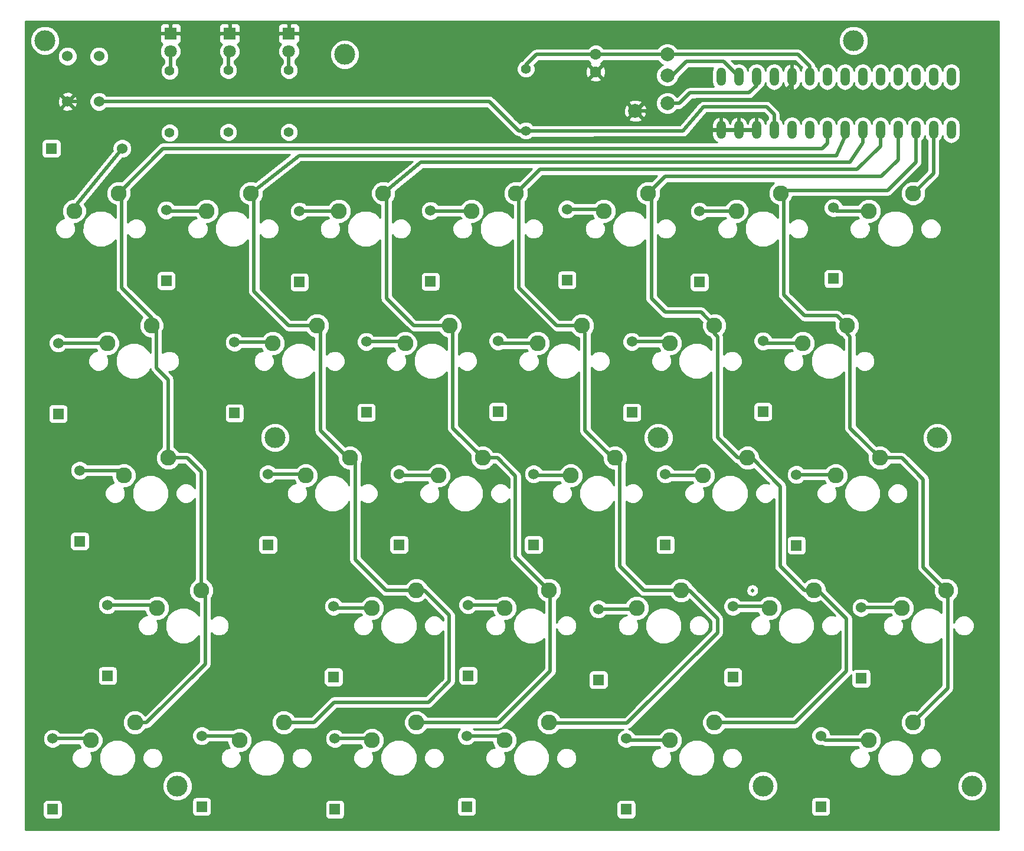
<source format=gbr>
G04 #@! TF.FileFunction,Copper,L2,Bot,Signal*
%FSLAX46Y46*%
G04 Gerber Fmt 4.6, Leading zero omitted, Abs format (unit mm)*
G04 Created by KiCad (PCBNEW 4.0.1-stable) date 2017/01/26 22:55:25*
%MOMM*%
G01*
G04 APERTURE LIST*
%ADD10C,0.100000*%
%ADD11R,1.524000X1.524000*%
%ADD12C,1.524000*%
%ADD13C,2.000000*%
%ADD14C,1.397000*%
%ADD15C,2.286000*%
%ADD16O,1.320800X2.641600*%
%ADD17C,1.600000*%
%ADD18R,1.800000X1.800000*%
%ADD19C,1.800000*%
%ADD20C,2.999700*%
%ADD21C,0.600000*%
%ADD22C,0.500000*%
%ADD23C,0.254000*%
G04 APERTURE END LIST*
D10*
D11*
X32920000Y-48500000D03*
D12*
X43080000Y-48500000D03*
D11*
X49400000Y-67480000D03*
D12*
X49400000Y-57320000D03*
D11*
X68500000Y-67680000D03*
D12*
X68500000Y-57520000D03*
D11*
X87300000Y-67580000D03*
D12*
X87300000Y-57420000D03*
D11*
X106900000Y-67380000D03*
D12*
X106900000Y-57220000D03*
D11*
X125900000Y-67680000D03*
D12*
X125900000Y-57520000D03*
D11*
X145100000Y-67180000D03*
D12*
X145100000Y-57020000D03*
D11*
X33900000Y-86580000D03*
D12*
X33900000Y-76420000D03*
D11*
X59200000Y-86480000D03*
D12*
X59200000Y-76320000D03*
D11*
X78100000Y-86380000D03*
D12*
X78100000Y-76220000D03*
D11*
X97000000Y-86280000D03*
D12*
X97000000Y-76120000D03*
D11*
X116200000Y-86380000D03*
D12*
X116200000Y-76220000D03*
D11*
X135000000Y-86280000D03*
D12*
X135000000Y-76120000D03*
D11*
X37000000Y-104880000D03*
D12*
X37000000Y-94720000D03*
D11*
X64000000Y-105380000D03*
D12*
X64000000Y-95220000D03*
D11*
X82800000Y-105380000D03*
D12*
X82800000Y-95220000D03*
D11*
X102100000Y-105380000D03*
D12*
X102100000Y-95220000D03*
D11*
X121000000Y-105380000D03*
D12*
X121000000Y-95220000D03*
D11*
X139800000Y-105480000D03*
D12*
X139800000Y-95320000D03*
D11*
X41000000Y-124180000D03*
D12*
X41000000Y-114020000D03*
D11*
X73400000Y-124380000D03*
D12*
X73400000Y-114220000D03*
D11*
X92700000Y-124180000D03*
D12*
X92700000Y-114020000D03*
D11*
X111400000Y-124780000D03*
D12*
X111400000Y-114620000D03*
D11*
X130700000Y-124380000D03*
D12*
X130700000Y-114220000D03*
D11*
X149100000Y-124580000D03*
D12*
X149100000Y-114420000D03*
D11*
X33100000Y-143380000D03*
D12*
X33100000Y-133220000D03*
D11*
X54500000Y-142980000D03*
D12*
X54500000Y-132820000D03*
D11*
X73600000Y-143380000D03*
D12*
X73600000Y-133220000D03*
D11*
X92500000Y-142980000D03*
D12*
X92500000Y-132820000D03*
D11*
X115400000Y-143380000D03*
D12*
X115400000Y-133220000D03*
D11*
X143300000Y-142980000D03*
D12*
X143300000Y-132820000D03*
D13*
X121300000Y-35000000D03*
X121300000Y-38000000D03*
X116700000Y-43100000D03*
X121300000Y-42000000D03*
D14*
X101000000Y-37055000D03*
X101000000Y-45945000D03*
X49900000Y-46245000D03*
X49900000Y-37355000D03*
X58300000Y-46145000D03*
X58300000Y-37255000D03*
X67000000Y-46145000D03*
X67000000Y-37255000D03*
D15*
X42540000Y-54920000D03*
X36190000Y-57460000D03*
X61540000Y-54920000D03*
X55190000Y-57460000D03*
X80540000Y-54920000D03*
X74190000Y-57460000D03*
X99540000Y-54920000D03*
X93190000Y-57460000D03*
X118540000Y-54920000D03*
X112190000Y-57460000D03*
X137540000Y-54920000D03*
X131190000Y-57460000D03*
X156540000Y-54920000D03*
X150190000Y-57460000D03*
X47290000Y-73920000D03*
X40940000Y-76460000D03*
X71040000Y-73920000D03*
X64690000Y-76460000D03*
X90040000Y-73920000D03*
X83690000Y-76460000D03*
X109040000Y-73920000D03*
X102690000Y-76460000D03*
X128040000Y-73920000D03*
X121690000Y-76460000D03*
X147040000Y-73920000D03*
X140690000Y-76460000D03*
X49665000Y-92920000D03*
X43315000Y-95460000D03*
X75790000Y-92920000D03*
X69440000Y-95460000D03*
X94790000Y-92920000D03*
X88440000Y-95460000D03*
X113790000Y-92920000D03*
X107440000Y-95460000D03*
X132790000Y-92920000D03*
X126440000Y-95460000D03*
X151790000Y-92920000D03*
X145440000Y-95460000D03*
X54415000Y-111920000D03*
X48065000Y-114460000D03*
X85290000Y-111920000D03*
X78940000Y-114460000D03*
X104290000Y-111920000D03*
X97940000Y-114460000D03*
X123290000Y-111920000D03*
X116940000Y-114460000D03*
X142290000Y-111920000D03*
X135940000Y-114460000D03*
X161290000Y-111920000D03*
X154940000Y-114460000D03*
X66290000Y-130920000D03*
X59940000Y-133460000D03*
X85290000Y-130920000D03*
X78940000Y-133460000D03*
D16*
X162010000Y-38190000D03*
X159470000Y-38190000D03*
X156930000Y-38190000D03*
X154390000Y-38190000D03*
X151850000Y-38190000D03*
X149310000Y-38190000D03*
X146770000Y-38190000D03*
X144230000Y-38190000D03*
X141690000Y-38190000D03*
X139150000Y-38190000D03*
X136610000Y-38190000D03*
X134070000Y-38190000D03*
X131530000Y-38190000D03*
X128990000Y-38190000D03*
X128990000Y-45810000D03*
X131530000Y-45810000D03*
X134070000Y-45810000D03*
X136610000Y-45810000D03*
X139150000Y-45810000D03*
X141690000Y-45810000D03*
X144230000Y-45810000D03*
X146770000Y-45810000D03*
X149310000Y-45810000D03*
X151850000Y-45810000D03*
X154390000Y-45810000D03*
X156930000Y-45810000D03*
X159470000Y-45810000D03*
X162010000Y-45810000D03*
D17*
X111000000Y-35000000D03*
X111000000Y-37500000D03*
D18*
X50000000Y-32000000D03*
D19*
X50000000Y-34540000D03*
D18*
X58500000Y-32000000D03*
D19*
X58500000Y-34540000D03*
D18*
X67000000Y-32000000D03*
D19*
X67000000Y-34540000D03*
D12*
X39750000Y-41750000D03*
X35250000Y-41750000D03*
X35250000Y-35250000D03*
X39750000Y-35250000D03*
D15*
X44915000Y-130920000D03*
X38565000Y-133460000D03*
X104290000Y-130920000D03*
X97940000Y-133460000D03*
X128040000Y-130920000D03*
X121690000Y-133460000D03*
X156540000Y-130920000D03*
X150190000Y-133460000D03*
D20*
X65000000Y-90000000D03*
X120000000Y-90000000D03*
X160000000Y-90000000D03*
X135000000Y-140000000D03*
X51000000Y-140000000D03*
X75000000Y-35000000D03*
X148000000Y-33000000D03*
X165000000Y-140000000D03*
X32000000Y-33000000D03*
D21*
X111000000Y-47000000D03*
X104500000Y-32500000D03*
D22*
X133500000Y-111920000D02*
X133500000Y-112000000D01*
X133500000Y-112000000D02*
X133500000Y-111920000D01*
X43080000Y-48500000D02*
X35950000Y-57220000D01*
X35950000Y-57220000D02*
X36190000Y-57460000D01*
X55190000Y-57460000D02*
X49540000Y-57460000D01*
X49540000Y-57460000D02*
X49400000Y-57320000D01*
X74190000Y-57460000D02*
X68560000Y-57460000D01*
X68560000Y-57460000D02*
X68500000Y-57520000D01*
X93190000Y-57460000D02*
X87340000Y-57460000D01*
X87340000Y-57460000D02*
X87300000Y-57420000D01*
X106900000Y-57220000D02*
X111950000Y-57220000D01*
X111950000Y-57220000D02*
X112190000Y-57460000D01*
X125900000Y-57520000D02*
X131130000Y-57520000D01*
X131130000Y-57520000D02*
X131190000Y-57460000D01*
X150190000Y-57460000D02*
X145540000Y-57460000D01*
X145540000Y-57460000D02*
X145100000Y-57020000D01*
X33900000Y-76420000D02*
X40900000Y-76420000D01*
X40900000Y-76420000D02*
X40940000Y-76460000D01*
X59200000Y-76320000D02*
X64550000Y-76320000D01*
X64550000Y-76320000D02*
X64690000Y-76460000D01*
X78100000Y-76220000D02*
X83450000Y-76220000D01*
X83450000Y-76220000D02*
X83690000Y-76460000D01*
X102690000Y-76460000D02*
X97340000Y-76460000D01*
X97340000Y-76460000D02*
X97000000Y-76120000D01*
X116200000Y-76220000D02*
X121450000Y-76220000D01*
X121450000Y-76220000D02*
X121690000Y-76460000D01*
X140690000Y-76460000D02*
X135340000Y-76460000D01*
X135340000Y-76460000D02*
X135000000Y-76120000D01*
X37000000Y-94720000D02*
X42575000Y-94720000D01*
X42575000Y-94720000D02*
X43315000Y-95460000D01*
X64000000Y-95220000D02*
X69200000Y-95220000D01*
X69200000Y-95220000D02*
X69440000Y-95460000D01*
X88440000Y-95460000D02*
X83040000Y-95460000D01*
X83040000Y-95460000D02*
X82800000Y-95220000D01*
X107440000Y-95460000D02*
X102340000Y-95460000D01*
X102340000Y-95460000D02*
X102100000Y-95220000D01*
X126440000Y-95460000D02*
X121240000Y-95460000D01*
X121240000Y-95460000D02*
X121000000Y-95220000D01*
X139800000Y-95320000D02*
X145300000Y-95320000D01*
X145300000Y-95320000D02*
X145440000Y-95460000D01*
X41000000Y-114020000D02*
X47625000Y-114020000D01*
X47625000Y-114020000D02*
X48065000Y-114460000D01*
X78940000Y-114460000D02*
X73640000Y-114460000D01*
X73640000Y-114460000D02*
X73400000Y-114220000D01*
X92700000Y-114020000D02*
X97500000Y-114020000D01*
X97500000Y-114020000D02*
X97940000Y-114460000D01*
X111400000Y-114620000D02*
X116780000Y-114620000D01*
X116780000Y-114620000D02*
X116940000Y-114460000D01*
X130700000Y-114220000D02*
X135700000Y-114220000D01*
X135700000Y-114220000D02*
X135940000Y-114460000D01*
X149100000Y-114420000D02*
X154900000Y-114420000D01*
X154900000Y-114420000D02*
X154940000Y-114460000D01*
X33100000Y-133220000D02*
X38325000Y-133220000D01*
X38325000Y-133220000D02*
X38565000Y-133460000D01*
X54500000Y-132820000D02*
X59300000Y-132820000D01*
X59300000Y-132820000D02*
X59940000Y-133460000D01*
X73600000Y-133220000D02*
X78700000Y-133220000D01*
X78700000Y-133220000D02*
X78940000Y-133460000D01*
X92500000Y-132820000D02*
X97300000Y-132820000D01*
X97300000Y-132820000D02*
X97940000Y-133460000D01*
X121690000Y-133460000D02*
X115640000Y-133460000D01*
X115640000Y-133460000D02*
X115400000Y-133220000D01*
X150190000Y-133460000D02*
X143940000Y-133460000D01*
X143940000Y-133460000D02*
X143300000Y-132820000D01*
X121300000Y-35000000D02*
X140000000Y-35000000D01*
X141690000Y-36690000D02*
X141690000Y-38190000D01*
X140000000Y-35000000D02*
X141690000Y-36690000D01*
X101000000Y-37055000D02*
X101000000Y-36500000D01*
X101000000Y-36500000D02*
X102500000Y-35000000D01*
X102500000Y-35000000D02*
X111000000Y-35000000D01*
X121300000Y-35000000D02*
X121300000Y-34700000D01*
X111000000Y-35000000D02*
X111500000Y-35000000D01*
X121300000Y-35000000D02*
X111000000Y-35000000D01*
X121300000Y-38000000D02*
X122000000Y-38000000D01*
X122000000Y-38000000D02*
X124000000Y-36000000D01*
X129340000Y-36000000D02*
X131530000Y-38190000D01*
X124000000Y-36000000D02*
X129340000Y-36000000D01*
X50000000Y-32000000D02*
X58500000Y-32000000D01*
X50000000Y-32000000D02*
X46500000Y-32000000D01*
X36750000Y-41750000D02*
X35250000Y-41750000D01*
X46500000Y-32000000D02*
X36750000Y-41750000D01*
X128990000Y-45810000D02*
X125190000Y-45810000D01*
X124000000Y-47000000D02*
X111000000Y-47000000D01*
X125190000Y-45810000D02*
X124000000Y-47000000D01*
X134070000Y-45810000D02*
X131530000Y-45810000D01*
X131530000Y-45810000D02*
X128990000Y-45810000D01*
X116700000Y-43100000D02*
X118100000Y-43100000D01*
X136500000Y-41500000D02*
X139150000Y-39350000D01*
X125500000Y-41500000D02*
X136500000Y-41500000D01*
X123000000Y-44000000D02*
X125500000Y-41500000D01*
X119500000Y-44000000D02*
X123000000Y-44000000D01*
X118100000Y-43100000D02*
X119500000Y-44000000D01*
X139150000Y-39350000D02*
X139150000Y-38190000D01*
X67000000Y-32000000D02*
X104000000Y-32000000D01*
X104000000Y-32000000D02*
X104500000Y-32500000D01*
X58500000Y-32000000D02*
X67000000Y-32000000D01*
X121300000Y-42000000D02*
X123000000Y-42000000D01*
X133000000Y-40500000D02*
X134070000Y-39430000D01*
X124500000Y-40500000D02*
X133000000Y-40500000D01*
X123000000Y-42000000D02*
X124500000Y-40500000D01*
X134070000Y-39430000D02*
X134070000Y-38190000D01*
X50000000Y-34540000D02*
X50000000Y-37255000D01*
X50000000Y-37255000D02*
X49900000Y-37355000D01*
X58300000Y-37255000D02*
X58300000Y-34740000D01*
X58300000Y-34740000D02*
X58500000Y-34540000D01*
X67000000Y-34540000D02*
X67000000Y-37255000D01*
X144230000Y-45810000D02*
X144230000Y-47770000D01*
X48960000Y-48500000D02*
X42540000Y-54920000D01*
X143500000Y-48500000D02*
X48960000Y-48500000D01*
X144230000Y-47770000D02*
X143500000Y-48500000D01*
X47290000Y-73920000D02*
X47290000Y-72790000D01*
X47290000Y-72790000D02*
X43000000Y-68500000D01*
X43000000Y-68500000D02*
X43000000Y-55380000D01*
X43000000Y-55380000D02*
X42540000Y-54920000D01*
X49665000Y-92920000D02*
X49665000Y-81665000D01*
X48000000Y-80000000D02*
X48000000Y-74630000D01*
X49665000Y-81665000D02*
X48000000Y-80000000D01*
X48000000Y-74630000D02*
X47290000Y-73920000D01*
X49665000Y-92920000D02*
X52420000Y-92920000D01*
X54415000Y-94915000D02*
X54415000Y-111920000D01*
X52420000Y-92920000D02*
X54415000Y-94915000D01*
X44915000Y-130920000D02*
X46580000Y-130920000D01*
X55000000Y-122500000D02*
X55000000Y-112505000D01*
X46580000Y-130920000D02*
X55000000Y-122500000D01*
X55000000Y-112505000D02*
X54415000Y-111920000D01*
X85290000Y-111920000D02*
X86420000Y-111920000D01*
X86420000Y-111920000D02*
X90000000Y-115500000D01*
X70580000Y-130920000D02*
X66290000Y-130920000D01*
X73500000Y-128000000D02*
X70580000Y-130920000D01*
X87000000Y-128000000D02*
X73500000Y-128000000D01*
X90000000Y-125000000D02*
X87000000Y-128000000D01*
X90000000Y-115500000D02*
X90000000Y-125000000D01*
X146770000Y-45810000D02*
X146770000Y-46730000D01*
X146770000Y-46730000D02*
X145500000Y-49500000D01*
X145500000Y-49500000D02*
X68460000Y-49500000D01*
X68460000Y-49500000D02*
X61540000Y-54920000D01*
X75790000Y-92920000D02*
X75920000Y-92920000D01*
X75920000Y-92920000D02*
X76500000Y-93500000D01*
X76500000Y-93500000D02*
X76500000Y-107500000D01*
X76500000Y-107500000D02*
X80920000Y-111920000D01*
X80920000Y-111920000D02*
X85290000Y-111920000D01*
X71040000Y-73920000D02*
X71420000Y-73920000D01*
X71420000Y-73920000D02*
X71500000Y-74000000D01*
X71500000Y-74000000D02*
X71500000Y-89000000D01*
X71500000Y-89000000D02*
X75420000Y-92920000D01*
X75420000Y-92920000D02*
X75790000Y-92920000D01*
X61540000Y-54920000D02*
X61540000Y-55540000D01*
X61540000Y-55540000D02*
X62000000Y-56000000D01*
X62000000Y-56000000D02*
X62000000Y-69000000D01*
X62000000Y-69000000D02*
X66920000Y-73920000D01*
X66920000Y-73920000D02*
X71040000Y-73920000D01*
X104290000Y-111920000D02*
X104290000Y-112290000D01*
X104290000Y-112290000D02*
X104500000Y-112500000D01*
X104500000Y-112500000D02*
X104500000Y-123500000D01*
X104500000Y-123500000D02*
X97080000Y-130920000D01*
X97080000Y-130920000D02*
X85290000Y-130920000D01*
X94790000Y-92920000D02*
X96920000Y-92920000D01*
X99500000Y-107130000D02*
X104290000Y-111920000D01*
X99500000Y-95500000D02*
X99500000Y-107130000D01*
X96920000Y-92920000D02*
X99500000Y-95500000D01*
X149310000Y-45810000D02*
X149310000Y-47690000D01*
X85960000Y-50500000D02*
X80540000Y-54920000D01*
X147500000Y-50500000D02*
X85960000Y-50500000D01*
X149310000Y-47690000D02*
X147500000Y-50500000D01*
X80540000Y-54920000D02*
X80540000Y-55540000D01*
X80540000Y-55540000D02*
X81000000Y-56000000D01*
X81000000Y-56000000D02*
X81000000Y-70000000D01*
X81000000Y-70000000D02*
X84920000Y-73920000D01*
X84920000Y-73920000D02*
X90040000Y-73920000D01*
X90040000Y-73920000D02*
X90040000Y-74040000D01*
X90040000Y-74040000D02*
X90500000Y-74500000D01*
X90500000Y-74500000D02*
X90500000Y-88630000D01*
X90500000Y-88630000D02*
X94790000Y-92920000D01*
X94790000Y-92920000D02*
X94920000Y-92920000D01*
X94920000Y-92920000D02*
X95500000Y-93500000D01*
X123290000Y-111920000D02*
X124420000Y-111920000D01*
X124420000Y-111920000D02*
X128500000Y-116000000D01*
X115500000Y-131000000D02*
X104370000Y-131000000D01*
X128500000Y-118000000D02*
X115500000Y-131000000D01*
X128500000Y-116000000D02*
X128500000Y-118000000D01*
X104370000Y-131000000D02*
X104290000Y-130920000D01*
X151850000Y-45810000D02*
X151850000Y-48150000D01*
X103000000Y-51500000D02*
X99580000Y-54920000D01*
X148500000Y-51500000D02*
X103000000Y-51500000D01*
X151850000Y-48150000D02*
X148500000Y-51500000D01*
X99580000Y-54920000D02*
X99540000Y-54920000D01*
X113790000Y-92920000D02*
X113920000Y-92920000D01*
X113920000Y-92920000D02*
X114500000Y-93500000D01*
X114500000Y-93500000D02*
X114500000Y-108500000D01*
X114500000Y-108500000D02*
X117920000Y-111920000D01*
X117920000Y-111920000D02*
X123290000Y-111920000D01*
X109040000Y-73920000D02*
X109040000Y-74540000D01*
X109040000Y-74540000D02*
X109500000Y-75000000D01*
X109500000Y-89000000D02*
X113420000Y-92920000D01*
X109500000Y-75000000D02*
X109500000Y-89000000D01*
X113420000Y-92920000D02*
X113790000Y-92920000D01*
X99540000Y-54920000D02*
X99920000Y-54920000D01*
X99920000Y-54920000D02*
X100000000Y-55000000D01*
X100000000Y-55000000D02*
X100000000Y-68500000D01*
X100000000Y-68500000D02*
X105420000Y-73920000D01*
X105420000Y-73920000D02*
X109040000Y-73920000D01*
X142290000Y-111920000D02*
X142920000Y-111920000D01*
X142920000Y-111920000D02*
X147000000Y-116000000D01*
X139580000Y-130920000D02*
X128040000Y-130920000D01*
X147000000Y-123500000D02*
X139580000Y-130920000D01*
X147000000Y-116000000D02*
X147000000Y-123500000D01*
X132790000Y-92920000D02*
X133420000Y-92920000D01*
X133420000Y-92920000D02*
X137500000Y-97000000D01*
X140920000Y-111920000D02*
X142290000Y-111920000D01*
X137500000Y-108500000D02*
X140920000Y-111920000D01*
X137500000Y-97000000D02*
X137500000Y-108500000D01*
X154390000Y-45810000D02*
X154390000Y-50110000D01*
X120960000Y-52500000D02*
X118540000Y-54920000D01*
X152000000Y-52500000D02*
X120960000Y-52500000D01*
X154390000Y-50110000D02*
X152000000Y-52500000D01*
X118540000Y-54920000D02*
X118540000Y-55540000D01*
X118540000Y-55540000D02*
X119000000Y-56000000D01*
X119000000Y-56000000D02*
X119000000Y-70000000D01*
X119000000Y-70000000D02*
X121000000Y-72000000D01*
X121000000Y-72000000D02*
X126120000Y-72000000D01*
X126120000Y-72000000D02*
X128040000Y-73920000D01*
X128040000Y-73920000D02*
X128040000Y-75040000D01*
X128040000Y-75040000D02*
X128500000Y-75500000D01*
X128500000Y-75500000D02*
X128500000Y-90000000D01*
X128500000Y-90000000D02*
X131420000Y-92920000D01*
X131420000Y-92920000D02*
X132790000Y-92920000D01*
X133420000Y-92920000D02*
X133500000Y-93000000D01*
X156930000Y-45810000D02*
X156930000Y-50430000D01*
X152860000Y-54500000D02*
X137960000Y-54500000D01*
X156930000Y-50430000D02*
X152860000Y-54500000D01*
X137960000Y-54500000D02*
X137540000Y-54920000D01*
X147040000Y-73920000D02*
X147040000Y-75040000D01*
X147040000Y-75040000D02*
X147500000Y-75500000D01*
X147500000Y-88630000D02*
X151790000Y-92920000D01*
X147500000Y-75500000D02*
X147500000Y-88630000D01*
X137960000Y-54500000D02*
X137540000Y-54920000D01*
X137540000Y-54920000D02*
X137920000Y-54920000D01*
X137920000Y-54920000D02*
X138000000Y-55000000D01*
X138000000Y-55000000D02*
X138000000Y-69500000D01*
X138000000Y-69500000D02*
X141000000Y-72500000D01*
X141000000Y-72500000D02*
X145620000Y-72500000D01*
X145620000Y-72500000D02*
X147040000Y-73920000D01*
X151790000Y-92920000D02*
X154920000Y-92920000D01*
X158000000Y-108630000D02*
X161290000Y-111920000D01*
X158000000Y-96000000D02*
X158000000Y-108630000D01*
X154920000Y-92920000D02*
X158000000Y-96000000D01*
X161290000Y-111920000D02*
X161290000Y-112790000D01*
X161290000Y-112790000D02*
X161500000Y-113000000D01*
X161500000Y-113000000D02*
X161500000Y-125960000D01*
X161500000Y-125960000D02*
X156540000Y-130920000D01*
X159470000Y-45810000D02*
X159470000Y-52030000D01*
X159470000Y-52030000D02*
X156580000Y-54920000D01*
X156580000Y-54920000D02*
X156540000Y-54920000D01*
X136610000Y-45810000D02*
X136610000Y-43610000D01*
X101945000Y-46000000D02*
X101000000Y-45945000D01*
X126500000Y-42500000D02*
X123500000Y-46000000D01*
X123500000Y-46000000D02*
X101945000Y-46000000D01*
X135500000Y-42500000D02*
X126500000Y-42500000D01*
X136610000Y-43610000D02*
X135500000Y-42500000D01*
X39750000Y-41750000D02*
X95750000Y-41750000D01*
X95750000Y-41750000D02*
X99945000Y-45945000D01*
X99945000Y-45945000D02*
X101000000Y-45945000D01*
X136610000Y-45810000D02*
X136610000Y-44610000D01*
X136610000Y-45810000D02*
X136610000Y-45610000D01*
D23*
G36*
X168815000Y-146315000D02*
X29185000Y-146315000D01*
X29185000Y-142618000D01*
X31690560Y-142618000D01*
X31690560Y-144142000D01*
X31734838Y-144377317D01*
X31873910Y-144593441D01*
X32086110Y-144738431D01*
X32338000Y-144789440D01*
X33862000Y-144789440D01*
X34097317Y-144745162D01*
X34313441Y-144606090D01*
X34458431Y-144393890D01*
X34509440Y-144142000D01*
X34509440Y-142618000D01*
X34465162Y-142382683D01*
X34359192Y-142218000D01*
X53090560Y-142218000D01*
X53090560Y-143742000D01*
X53134838Y-143977317D01*
X53273910Y-144193441D01*
X53486110Y-144338431D01*
X53738000Y-144389440D01*
X55262000Y-144389440D01*
X55497317Y-144345162D01*
X55713441Y-144206090D01*
X55858431Y-143993890D01*
X55909440Y-143742000D01*
X55909440Y-142618000D01*
X72190560Y-142618000D01*
X72190560Y-144142000D01*
X72234838Y-144377317D01*
X72373910Y-144593441D01*
X72586110Y-144738431D01*
X72838000Y-144789440D01*
X74362000Y-144789440D01*
X74597317Y-144745162D01*
X74813441Y-144606090D01*
X74958431Y-144393890D01*
X75009440Y-144142000D01*
X75009440Y-142618000D01*
X74965162Y-142382683D01*
X74859192Y-142218000D01*
X91090560Y-142218000D01*
X91090560Y-143742000D01*
X91134838Y-143977317D01*
X91273910Y-144193441D01*
X91486110Y-144338431D01*
X91738000Y-144389440D01*
X93262000Y-144389440D01*
X93497317Y-144345162D01*
X93713441Y-144206090D01*
X93858431Y-143993890D01*
X93909440Y-143742000D01*
X93909440Y-142618000D01*
X113990560Y-142618000D01*
X113990560Y-144142000D01*
X114034838Y-144377317D01*
X114173910Y-144593441D01*
X114386110Y-144738431D01*
X114638000Y-144789440D01*
X116162000Y-144789440D01*
X116397317Y-144745162D01*
X116613441Y-144606090D01*
X116758431Y-144393890D01*
X116809440Y-144142000D01*
X116809440Y-142618000D01*
X116765162Y-142382683D01*
X116659192Y-142218000D01*
X141890560Y-142218000D01*
X141890560Y-143742000D01*
X141934838Y-143977317D01*
X142073910Y-144193441D01*
X142286110Y-144338431D01*
X142538000Y-144389440D01*
X144062000Y-144389440D01*
X144297317Y-144345162D01*
X144513441Y-144206090D01*
X144658431Y-143993890D01*
X144709440Y-143742000D01*
X144709440Y-142218000D01*
X144665162Y-141982683D01*
X144526090Y-141766559D01*
X144313890Y-141621569D01*
X144062000Y-141570560D01*
X142538000Y-141570560D01*
X142302683Y-141614838D01*
X142086559Y-141753910D01*
X141941569Y-141966110D01*
X141890560Y-142218000D01*
X116659192Y-142218000D01*
X116626090Y-142166559D01*
X116413890Y-142021569D01*
X116162000Y-141970560D01*
X114638000Y-141970560D01*
X114402683Y-142014838D01*
X114186559Y-142153910D01*
X114041569Y-142366110D01*
X113990560Y-142618000D01*
X93909440Y-142618000D01*
X93909440Y-142218000D01*
X93865162Y-141982683D01*
X93726090Y-141766559D01*
X93513890Y-141621569D01*
X93262000Y-141570560D01*
X91738000Y-141570560D01*
X91502683Y-141614838D01*
X91286559Y-141753910D01*
X91141569Y-141966110D01*
X91090560Y-142218000D01*
X74859192Y-142218000D01*
X74826090Y-142166559D01*
X74613890Y-142021569D01*
X74362000Y-141970560D01*
X72838000Y-141970560D01*
X72602683Y-142014838D01*
X72386559Y-142153910D01*
X72241569Y-142366110D01*
X72190560Y-142618000D01*
X55909440Y-142618000D01*
X55909440Y-142218000D01*
X55865162Y-141982683D01*
X55726090Y-141766559D01*
X55513890Y-141621569D01*
X55262000Y-141570560D01*
X53738000Y-141570560D01*
X53502683Y-141614838D01*
X53286559Y-141753910D01*
X53141569Y-141966110D01*
X53090560Y-142218000D01*
X34359192Y-142218000D01*
X34326090Y-142166559D01*
X34113890Y-142021569D01*
X33862000Y-141970560D01*
X32338000Y-141970560D01*
X32102683Y-142014838D01*
X31886559Y-142153910D01*
X31741569Y-142366110D01*
X31690560Y-142618000D01*
X29185000Y-142618000D01*
X29185000Y-140422785D01*
X48864780Y-140422785D01*
X49189107Y-141207715D01*
X49789126Y-141808782D01*
X50573489Y-142134478D01*
X51422785Y-142135220D01*
X52207715Y-141810893D01*
X52808782Y-141210874D01*
X53134478Y-140426511D01*
X53134481Y-140422785D01*
X132864780Y-140422785D01*
X133189107Y-141207715D01*
X133789126Y-141808782D01*
X134573489Y-142134478D01*
X135422785Y-142135220D01*
X136207715Y-141810893D01*
X136808782Y-141210874D01*
X137134478Y-140426511D01*
X137134481Y-140422785D01*
X162864780Y-140422785D01*
X163189107Y-141207715D01*
X163789126Y-141808782D01*
X164573489Y-142134478D01*
X165422785Y-142135220D01*
X166207715Y-141810893D01*
X166808782Y-141210874D01*
X167134478Y-140426511D01*
X167135220Y-139577215D01*
X166810893Y-138792285D01*
X166210874Y-138191218D01*
X165426511Y-137865522D01*
X164577215Y-137864780D01*
X163792285Y-138189107D01*
X163191218Y-138789126D01*
X162865522Y-139573489D01*
X162864780Y-140422785D01*
X137134481Y-140422785D01*
X137135220Y-139577215D01*
X136810893Y-138792285D01*
X136210874Y-138191218D01*
X135426511Y-137865522D01*
X134577215Y-137864780D01*
X133792285Y-138189107D01*
X133191218Y-138789126D01*
X132865522Y-139573489D01*
X132864780Y-140422785D01*
X53134481Y-140422785D01*
X53135220Y-139577215D01*
X52810893Y-138792285D01*
X52210874Y-138191218D01*
X51426511Y-137865522D01*
X50577215Y-137864780D01*
X49792285Y-138189107D01*
X49191218Y-138789126D01*
X48865522Y-139573489D01*
X48864780Y-140422785D01*
X29185000Y-140422785D01*
X29185000Y-133496661D01*
X31702758Y-133496661D01*
X31914990Y-134010303D01*
X32307630Y-134403629D01*
X32820900Y-134616757D01*
X33376661Y-134617242D01*
X33890303Y-134405010D01*
X34190837Y-134105000D01*
X36907710Y-134105000D01*
X37056806Y-134465840D01*
X37104815Y-134513933D01*
X37000733Y-134513842D01*
X36454405Y-134739580D01*
X36036049Y-135157206D01*
X35809358Y-135703139D01*
X35808842Y-136294267D01*
X36034580Y-136840595D01*
X36452206Y-137258951D01*
X36998139Y-137485642D01*
X37589267Y-137486158D01*
X38135595Y-137260420D01*
X38553951Y-136842794D01*
X38687726Y-136520626D01*
X39745645Y-136520626D01*
X40145028Y-137487207D01*
X40883904Y-138227373D01*
X41849785Y-138628442D01*
X42895626Y-138629355D01*
X43862207Y-138229972D01*
X44602373Y-137491096D01*
X45003442Y-136525215D01*
X45003643Y-136294267D01*
X45968842Y-136294267D01*
X46194580Y-136840595D01*
X46612206Y-137258951D01*
X47158139Y-137485642D01*
X47749267Y-137486158D01*
X48295595Y-137260420D01*
X48713951Y-136842794D01*
X48940642Y-136296861D01*
X48941158Y-135705733D01*
X48715420Y-135159405D01*
X48297794Y-134741049D01*
X47751861Y-134514358D01*
X47160733Y-134513842D01*
X46614405Y-134739580D01*
X46196049Y-135157206D01*
X45969358Y-135703139D01*
X45968842Y-136294267D01*
X45003643Y-136294267D01*
X45004355Y-135479374D01*
X44604972Y-134512793D01*
X43866096Y-133772627D01*
X42900215Y-133371558D01*
X41854374Y-133370645D01*
X40887793Y-133770028D01*
X40147627Y-134508904D01*
X39746558Y-135474785D01*
X39745645Y-136520626D01*
X38687726Y-136520626D01*
X38780642Y-136296861D01*
X38781158Y-135705733D01*
X38587903Y-135238021D01*
X38917114Y-135238308D01*
X39570840Y-134968194D01*
X40071436Y-134468471D01*
X40342691Y-133815218D01*
X40343308Y-133107886D01*
X40338670Y-133096661D01*
X53102758Y-133096661D01*
X53314990Y-133610303D01*
X53707630Y-134003629D01*
X54220900Y-134216757D01*
X54776661Y-134217242D01*
X55290303Y-134005010D01*
X55590837Y-133705000D01*
X58161785Y-133705000D01*
X58161692Y-133812114D01*
X58431806Y-134465840D01*
X58479815Y-134513933D01*
X58375733Y-134513842D01*
X57829405Y-134739580D01*
X57411049Y-135157206D01*
X57184358Y-135703139D01*
X57183842Y-136294267D01*
X57409580Y-136840595D01*
X57827206Y-137258951D01*
X58373139Y-137485642D01*
X58964267Y-137486158D01*
X59510595Y-137260420D01*
X59928951Y-136842794D01*
X60062726Y-136520626D01*
X61120645Y-136520626D01*
X61520028Y-137487207D01*
X62258904Y-138227373D01*
X63224785Y-138628442D01*
X64270626Y-138629355D01*
X65237207Y-138229972D01*
X65977373Y-137491096D01*
X66378442Y-136525215D01*
X66378643Y-136294267D01*
X67343842Y-136294267D01*
X67569580Y-136840595D01*
X67987206Y-137258951D01*
X68533139Y-137485642D01*
X69124267Y-137486158D01*
X69670595Y-137260420D01*
X70088951Y-136842794D01*
X70315642Y-136296861D01*
X70316158Y-135705733D01*
X70090420Y-135159405D01*
X69672794Y-134741049D01*
X69126861Y-134514358D01*
X68535733Y-134513842D01*
X67989405Y-134739580D01*
X67571049Y-135157206D01*
X67344358Y-135703139D01*
X67343842Y-136294267D01*
X66378643Y-136294267D01*
X66379355Y-135479374D01*
X65979972Y-134512793D01*
X65241096Y-133772627D01*
X64576497Y-133496661D01*
X72202758Y-133496661D01*
X72414990Y-134010303D01*
X72807630Y-134403629D01*
X73320900Y-134616757D01*
X73876661Y-134617242D01*
X74390303Y-134405010D01*
X74690837Y-134105000D01*
X77282710Y-134105000D01*
X77431806Y-134465840D01*
X77479815Y-134513933D01*
X77375733Y-134513842D01*
X76829405Y-134739580D01*
X76411049Y-135157206D01*
X76184358Y-135703139D01*
X76183842Y-136294267D01*
X76409580Y-136840595D01*
X76827206Y-137258951D01*
X77373139Y-137485642D01*
X77964267Y-137486158D01*
X78510595Y-137260420D01*
X78928951Y-136842794D01*
X79062726Y-136520626D01*
X80120645Y-136520626D01*
X80520028Y-137487207D01*
X81258904Y-138227373D01*
X82224785Y-138628442D01*
X83270626Y-138629355D01*
X84237207Y-138229972D01*
X84977373Y-137491096D01*
X85378442Y-136525215D01*
X85378643Y-136294267D01*
X86343842Y-136294267D01*
X86569580Y-136840595D01*
X86987206Y-137258951D01*
X87533139Y-137485642D01*
X88124267Y-137486158D01*
X88670595Y-137260420D01*
X89088951Y-136842794D01*
X89315642Y-136296861D01*
X89316158Y-135705733D01*
X89090420Y-135159405D01*
X88672794Y-134741049D01*
X88126861Y-134514358D01*
X87535733Y-134513842D01*
X86989405Y-134739580D01*
X86571049Y-135157206D01*
X86344358Y-135703139D01*
X86343842Y-136294267D01*
X85378643Y-136294267D01*
X85379355Y-135479374D01*
X84979972Y-134512793D01*
X84241096Y-133772627D01*
X83275215Y-133371558D01*
X82229374Y-133370645D01*
X81262793Y-133770028D01*
X80522627Y-134508904D01*
X80121558Y-135474785D01*
X80120645Y-136520626D01*
X79062726Y-136520626D01*
X79155642Y-136296861D01*
X79156158Y-135705733D01*
X78962903Y-135238021D01*
X79292114Y-135238308D01*
X79945840Y-134968194D01*
X80446436Y-134468471D01*
X80717691Y-133815218D01*
X80718308Y-133107886D01*
X80448194Y-132454160D01*
X79948471Y-131953564D01*
X79295218Y-131682309D01*
X78587886Y-131681692D01*
X77934160Y-131951806D01*
X77550297Y-132335000D01*
X74690478Y-132335000D01*
X74392370Y-132036371D01*
X73879100Y-131823243D01*
X73323339Y-131822758D01*
X72809697Y-132034990D01*
X72416371Y-132427630D01*
X72203243Y-132940900D01*
X72202758Y-133496661D01*
X64576497Y-133496661D01*
X64275215Y-133371558D01*
X63229374Y-133370645D01*
X62262793Y-133770028D01*
X61522627Y-134508904D01*
X61121558Y-135474785D01*
X61120645Y-136520626D01*
X60062726Y-136520626D01*
X60155642Y-136296861D01*
X60156158Y-135705733D01*
X59962903Y-135238021D01*
X60292114Y-135238308D01*
X60945840Y-134968194D01*
X61446436Y-134468471D01*
X61717691Y-133815218D01*
X61718308Y-133107886D01*
X61448194Y-132454160D01*
X60948471Y-131953564D01*
X60295218Y-131682309D01*
X59587886Y-131681692D01*
X58974834Y-131935000D01*
X55590478Y-131935000D01*
X55292370Y-131636371D01*
X54779100Y-131423243D01*
X54223339Y-131422758D01*
X53709697Y-131634990D01*
X53316371Y-132027630D01*
X53103243Y-132540900D01*
X53102758Y-133096661D01*
X40338670Y-133096661D01*
X40073194Y-132454160D01*
X39573471Y-131953564D01*
X38920218Y-131682309D01*
X38212886Y-131681692D01*
X37559160Y-131951806D01*
X37175297Y-132335000D01*
X34190478Y-132335000D01*
X33892370Y-132036371D01*
X33379100Y-131823243D01*
X32823339Y-131822758D01*
X32309697Y-132034990D01*
X31916371Y-132427630D01*
X31703243Y-132940900D01*
X31702758Y-133496661D01*
X29185000Y-133496661D01*
X29185000Y-123418000D01*
X39590560Y-123418000D01*
X39590560Y-124942000D01*
X39634838Y-125177317D01*
X39773910Y-125393441D01*
X39986110Y-125538431D01*
X40238000Y-125589440D01*
X41762000Y-125589440D01*
X41997317Y-125545162D01*
X42213441Y-125406090D01*
X42358431Y-125193890D01*
X42409440Y-124942000D01*
X42409440Y-123418000D01*
X42365162Y-123182683D01*
X42226090Y-122966559D01*
X42013890Y-122821569D01*
X41762000Y-122770560D01*
X40238000Y-122770560D01*
X40002683Y-122814838D01*
X39786559Y-122953910D01*
X39641569Y-123166110D01*
X39590560Y-123418000D01*
X29185000Y-123418000D01*
X29185000Y-114296661D01*
X39602758Y-114296661D01*
X39814990Y-114810303D01*
X40207630Y-115203629D01*
X40720900Y-115416757D01*
X41276661Y-115417242D01*
X41790303Y-115205010D01*
X42090837Y-114905000D01*
X46325072Y-114905000D01*
X46556806Y-115465840D01*
X46604815Y-115513933D01*
X46500733Y-115513842D01*
X45954405Y-115739580D01*
X45536049Y-116157206D01*
X45309358Y-116703139D01*
X45308842Y-117294267D01*
X45534580Y-117840595D01*
X45952206Y-118258951D01*
X46498139Y-118485642D01*
X47089267Y-118486158D01*
X47635595Y-118260420D01*
X48053951Y-117842794D01*
X48280642Y-117296861D01*
X48281158Y-116705733D01*
X48087903Y-116238021D01*
X48417114Y-116238308D01*
X49070840Y-115968194D01*
X49571436Y-115468471D01*
X49842691Y-114815218D01*
X49843308Y-114107886D01*
X49573194Y-113454160D01*
X49073471Y-112953564D01*
X48420218Y-112682309D01*
X47712886Y-112681692D01*
X47059160Y-112951806D01*
X46875646Y-113135000D01*
X42090478Y-113135000D01*
X41792370Y-112836371D01*
X41279100Y-112623243D01*
X40723339Y-112622758D01*
X40209697Y-112834990D01*
X39816371Y-113227630D01*
X39603243Y-113740900D01*
X39602758Y-114296661D01*
X29185000Y-114296661D01*
X29185000Y-104118000D01*
X35590560Y-104118000D01*
X35590560Y-105642000D01*
X35634838Y-105877317D01*
X35773910Y-106093441D01*
X35986110Y-106238431D01*
X36238000Y-106289440D01*
X37762000Y-106289440D01*
X37997317Y-106245162D01*
X38213441Y-106106090D01*
X38358431Y-105893890D01*
X38409440Y-105642000D01*
X38409440Y-104118000D01*
X38365162Y-103882683D01*
X38226090Y-103666559D01*
X38013890Y-103521569D01*
X37762000Y-103470560D01*
X36238000Y-103470560D01*
X36002683Y-103514838D01*
X35786559Y-103653910D01*
X35641569Y-103866110D01*
X35590560Y-104118000D01*
X29185000Y-104118000D01*
X29185000Y-94996661D01*
X35602758Y-94996661D01*
X35814990Y-95510303D01*
X36207630Y-95903629D01*
X36720900Y-96116757D01*
X37276661Y-96117242D01*
X37790303Y-95905010D01*
X38090837Y-95605000D01*
X41536873Y-95605000D01*
X41536692Y-95812114D01*
X41806806Y-96465840D01*
X41854815Y-96513933D01*
X41750733Y-96513842D01*
X41204405Y-96739580D01*
X40786049Y-97157206D01*
X40559358Y-97703139D01*
X40558842Y-98294267D01*
X40784580Y-98840595D01*
X41202206Y-99258951D01*
X41748139Y-99485642D01*
X42339267Y-99486158D01*
X42885595Y-99260420D01*
X43303951Y-98842794D01*
X43437726Y-98520626D01*
X44495645Y-98520626D01*
X44895028Y-99487207D01*
X45633904Y-100227373D01*
X46599785Y-100628442D01*
X47645626Y-100629355D01*
X48612207Y-100229972D01*
X49352373Y-99491096D01*
X49753442Y-98525215D01*
X49754355Y-97479374D01*
X49354972Y-96512793D01*
X48616096Y-95772627D01*
X47650215Y-95371558D01*
X46604374Y-95370645D01*
X45637793Y-95770028D01*
X44897627Y-96508904D01*
X44496558Y-97474785D01*
X44495645Y-98520626D01*
X43437726Y-98520626D01*
X43530642Y-98296861D01*
X43531158Y-97705733D01*
X43337903Y-97238021D01*
X43667114Y-97238308D01*
X44320840Y-96968194D01*
X44821436Y-96468471D01*
X45092691Y-95815218D01*
X45093308Y-95107886D01*
X44823194Y-94454160D01*
X44323471Y-93953564D01*
X43670218Y-93682309D01*
X42962886Y-93681692D01*
X42586377Y-93837262D01*
X42575000Y-93834999D01*
X42574995Y-93835000D01*
X38090478Y-93835000D01*
X37792370Y-93536371D01*
X37279100Y-93323243D01*
X36723339Y-93322758D01*
X36209697Y-93534990D01*
X35816371Y-93927630D01*
X35603243Y-94440900D01*
X35602758Y-94996661D01*
X29185000Y-94996661D01*
X29185000Y-85818000D01*
X32490560Y-85818000D01*
X32490560Y-87342000D01*
X32534838Y-87577317D01*
X32673910Y-87793441D01*
X32886110Y-87938431D01*
X33138000Y-87989440D01*
X34662000Y-87989440D01*
X34897317Y-87945162D01*
X35113441Y-87806090D01*
X35258431Y-87593890D01*
X35309440Y-87342000D01*
X35309440Y-85818000D01*
X35265162Y-85582683D01*
X35126090Y-85366559D01*
X34913890Y-85221569D01*
X34662000Y-85170560D01*
X33138000Y-85170560D01*
X32902683Y-85214838D01*
X32686559Y-85353910D01*
X32541569Y-85566110D01*
X32490560Y-85818000D01*
X29185000Y-85818000D01*
X29185000Y-76696661D01*
X32502758Y-76696661D01*
X32714990Y-77210303D01*
X33107630Y-77603629D01*
X33620900Y-77816757D01*
X34176661Y-77817242D01*
X34690303Y-77605010D01*
X34990837Y-77305000D01*
X39365348Y-77305000D01*
X39431806Y-77465840D01*
X39479815Y-77513933D01*
X39375733Y-77513842D01*
X38829405Y-77739580D01*
X38411049Y-78157206D01*
X38184358Y-78703139D01*
X38183842Y-79294267D01*
X38409580Y-79840595D01*
X38827206Y-80258951D01*
X39373139Y-80485642D01*
X39964267Y-80486158D01*
X40510595Y-80260420D01*
X40928951Y-79842794D01*
X41155642Y-79296861D01*
X41156158Y-78705733D01*
X40962903Y-78238021D01*
X41292114Y-78238308D01*
X41945840Y-77968194D01*
X42446436Y-77468471D01*
X42717691Y-76815218D01*
X42718308Y-76107886D01*
X42448194Y-75454160D01*
X41948471Y-74953564D01*
X41295218Y-74682309D01*
X40587886Y-74681692D01*
X39934160Y-74951806D01*
X39433564Y-75451529D01*
X39398904Y-75535000D01*
X34990478Y-75535000D01*
X34692370Y-75236371D01*
X34179100Y-75023243D01*
X33623339Y-75022758D01*
X33109697Y-75234990D01*
X32716371Y-75627630D01*
X32503243Y-76140900D01*
X32502758Y-76696661D01*
X29185000Y-76696661D01*
X29185000Y-60294267D01*
X33433842Y-60294267D01*
X33659580Y-60840595D01*
X34077206Y-61258951D01*
X34623139Y-61485642D01*
X35214267Y-61486158D01*
X35760595Y-61260420D01*
X36178951Y-60842794D01*
X36312726Y-60520626D01*
X37370645Y-60520626D01*
X37770028Y-61487207D01*
X38508904Y-62227373D01*
X39474785Y-62628442D01*
X40520626Y-62629355D01*
X41487207Y-62229972D01*
X42115000Y-61603273D01*
X42115000Y-68499995D01*
X42114999Y-68500000D01*
X42151275Y-68682367D01*
X42182367Y-68838675D01*
X42349922Y-69089440D01*
X42374210Y-69125790D01*
X45971921Y-72723500D01*
X45783564Y-72911529D01*
X45512309Y-73564782D01*
X45511692Y-74272114D01*
X45781806Y-74925840D01*
X46281529Y-75426436D01*
X46934782Y-75697691D01*
X47115000Y-75697848D01*
X47115000Y-77839586D01*
X46979972Y-77512793D01*
X46241096Y-76772627D01*
X45275215Y-76371558D01*
X44229374Y-76370645D01*
X43262793Y-76770028D01*
X42522627Y-77508904D01*
X42121558Y-78474785D01*
X42120645Y-79520626D01*
X42520028Y-80487207D01*
X43258904Y-81227373D01*
X44224785Y-81628442D01*
X45270626Y-81629355D01*
X46237207Y-81229972D01*
X46977373Y-80491096D01*
X47136471Y-80107945D01*
X47166509Y-80258951D01*
X47182367Y-80338675D01*
X47284211Y-80491096D01*
X47374210Y-80625790D01*
X48780000Y-82031579D01*
X48780000Y-91361876D01*
X48659160Y-91411806D01*
X48158564Y-91911529D01*
X47887309Y-92564782D01*
X47886692Y-93272114D01*
X48156806Y-93925840D01*
X48656529Y-94426436D01*
X49309782Y-94697691D01*
X50017114Y-94698308D01*
X50670840Y-94428194D01*
X51171436Y-93928471D01*
X51222706Y-93805000D01*
X52053420Y-93805000D01*
X53530000Y-95281579D01*
X53530000Y-97315701D01*
X53465420Y-97159405D01*
X53047794Y-96741049D01*
X52501861Y-96514358D01*
X51910733Y-96513842D01*
X51364405Y-96739580D01*
X50946049Y-97157206D01*
X50719358Y-97703139D01*
X50718842Y-98294267D01*
X50944580Y-98840595D01*
X51362206Y-99258951D01*
X51908139Y-99485642D01*
X52499267Y-99486158D01*
X53045595Y-99260420D01*
X53463951Y-98842794D01*
X53530000Y-98683730D01*
X53530000Y-110361876D01*
X53409160Y-110411806D01*
X52908564Y-110911529D01*
X52637309Y-111564782D01*
X52636692Y-112272114D01*
X52906806Y-112925840D01*
X53406529Y-113426436D01*
X54059782Y-113697691D01*
X54115000Y-113697739D01*
X54115000Y-115537063D01*
X54104972Y-115512793D01*
X53366096Y-114772627D01*
X52400215Y-114371558D01*
X51354374Y-114370645D01*
X50387793Y-114770028D01*
X49647627Y-115508904D01*
X49246558Y-116474785D01*
X49245645Y-117520626D01*
X49645028Y-118487207D01*
X50383904Y-119227373D01*
X51349785Y-119628442D01*
X52395626Y-119629355D01*
X53362207Y-119229972D01*
X54102373Y-118491096D01*
X54115000Y-118460687D01*
X54115000Y-122133421D01*
X46378766Y-129869654D01*
X45923471Y-129413564D01*
X45270218Y-129142309D01*
X44562886Y-129141692D01*
X43909160Y-129411806D01*
X43408564Y-129911529D01*
X43137309Y-130564782D01*
X43136692Y-131272114D01*
X43406806Y-131925840D01*
X43906529Y-132426436D01*
X44559782Y-132697691D01*
X45267114Y-132698308D01*
X45920840Y-132428194D01*
X46421436Y-131928471D01*
X46472706Y-131805000D01*
X46579995Y-131805000D01*
X46580000Y-131805001D01*
X46862484Y-131748810D01*
X46918675Y-131737633D01*
X47205790Y-131545790D01*
X55133579Y-123618000D01*
X71990560Y-123618000D01*
X71990560Y-125142000D01*
X72034838Y-125377317D01*
X72173910Y-125593441D01*
X72386110Y-125738431D01*
X72638000Y-125789440D01*
X74162000Y-125789440D01*
X74397317Y-125745162D01*
X74613441Y-125606090D01*
X74758431Y-125393890D01*
X74809440Y-125142000D01*
X74809440Y-123618000D01*
X74765162Y-123382683D01*
X74626090Y-123166559D01*
X74413890Y-123021569D01*
X74162000Y-122970560D01*
X72638000Y-122970560D01*
X72402683Y-123014838D01*
X72186559Y-123153910D01*
X72041569Y-123366110D01*
X71990560Y-123618000D01*
X55133579Y-123618000D01*
X55625787Y-123125792D01*
X55625790Y-123125790D01*
X55817633Y-122838675D01*
X55821036Y-122821569D01*
X55885001Y-122500000D01*
X55885000Y-122499995D01*
X55885000Y-118031348D01*
X56112206Y-118258951D01*
X56658139Y-118485642D01*
X57249267Y-118486158D01*
X57795595Y-118260420D01*
X58213951Y-117842794D01*
X58440642Y-117296861D01*
X58441158Y-116705733D01*
X58215420Y-116159405D01*
X57797794Y-115741049D01*
X57251861Y-115514358D01*
X56660733Y-115513842D01*
X56114405Y-115739580D01*
X55885000Y-115968585D01*
X55885000Y-114496661D01*
X72002758Y-114496661D01*
X72214990Y-115010303D01*
X72607630Y-115403629D01*
X73120900Y-115616757D01*
X73676661Y-115617242D01*
X74190303Y-115405010D01*
X74250418Y-115345000D01*
X77381876Y-115345000D01*
X77431806Y-115465840D01*
X77479815Y-115513933D01*
X77375733Y-115513842D01*
X76829405Y-115739580D01*
X76411049Y-116157206D01*
X76184358Y-116703139D01*
X76183842Y-117294267D01*
X76409580Y-117840595D01*
X76827206Y-118258951D01*
X77373139Y-118485642D01*
X77964267Y-118486158D01*
X78510595Y-118260420D01*
X78928951Y-117842794D01*
X79062726Y-117520626D01*
X80120645Y-117520626D01*
X80520028Y-118487207D01*
X81258904Y-119227373D01*
X82224785Y-119628442D01*
X83270626Y-119629355D01*
X84237207Y-119229972D01*
X84977373Y-118491096D01*
X85378442Y-117525215D01*
X85379355Y-116479374D01*
X84979972Y-115512793D01*
X84241096Y-114772627D01*
X83275215Y-114371558D01*
X82229374Y-114370645D01*
X81262793Y-114770028D01*
X80522627Y-115508904D01*
X80121558Y-116474785D01*
X80120645Y-117520626D01*
X79062726Y-117520626D01*
X79155642Y-117296861D01*
X79156158Y-116705733D01*
X78962903Y-116238021D01*
X79292114Y-116238308D01*
X79945840Y-115968194D01*
X80446436Y-115468471D01*
X80717691Y-114815218D01*
X80718308Y-114107886D01*
X80448194Y-113454160D01*
X79948471Y-112953564D01*
X79295218Y-112682309D01*
X78587886Y-112681692D01*
X77934160Y-112951806D01*
X77433564Y-113451529D01*
X77382294Y-113575000D01*
X74645048Y-113575000D01*
X74585010Y-113429697D01*
X74192370Y-113036371D01*
X73679100Y-112823243D01*
X73123339Y-112822758D01*
X72609697Y-113034990D01*
X72216371Y-113427630D01*
X72003243Y-113940900D01*
X72002758Y-114496661D01*
X55885000Y-114496661D01*
X55885000Y-112964843D01*
X55921436Y-112928471D01*
X56192691Y-112275218D01*
X56193308Y-111567886D01*
X55923194Y-110914160D01*
X55423471Y-110413564D01*
X55300000Y-110362294D01*
X55300000Y-104618000D01*
X62590560Y-104618000D01*
X62590560Y-106142000D01*
X62634838Y-106377317D01*
X62773910Y-106593441D01*
X62986110Y-106738431D01*
X63238000Y-106789440D01*
X64762000Y-106789440D01*
X64997317Y-106745162D01*
X65213441Y-106606090D01*
X65358431Y-106393890D01*
X65409440Y-106142000D01*
X65409440Y-104618000D01*
X65365162Y-104382683D01*
X65226090Y-104166559D01*
X65013890Y-104021569D01*
X64762000Y-103970560D01*
X63238000Y-103970560D01*
X63002683Y-104014838D01*
X62786559Y-104153910D01*
X62641569Y-104366110D01*
X62590560Y-104618000D01*
X55300000Y-104618000D01*
X55300000Y-95496661D01*
X62602758Y-95496661D01*
X62814990Y-96010303D01*
X63207630Y-96403629D01*
X63720900Y-96616757D01*
X64276661Y-96617242D01*
X64790303Y-96405010D01*
X65090837Y-96105000D01*
X67782710Y-96105000D01*
X67931806Y-96465840D01*
X67979815Y-96513933D01*
X67875733Y-96513842D01*
X67329405Y-96739580D01*
X66911049Y-97157206D01*
X66684358Y-97703139D01*
X66683842Y-98294267D01*
X66909580Y-98840595D01*
X67327206Y-99258951D01*
X67873139Y-99485642D01*
X68464267Y-99486158D01*
X69010595Y-99260420D01*
X69428951Y-98842794D01*
X69655642Y-98296861D01*
X69656158Y-97705733D01*
X69462903Y-97238021D01*
X69792114Y-97238308D01*
X70445840Y-96968194D01*
X70946436Y-96468471D01*
X71217691Y-95815218D01*
X71218308Y-95107886D01*
X70948194Y-94454160D01*
X70448471Y-93953564D01*
X69795218Y-93682309D01*
X69087886Y-93681692D01*
X68434160Y-93951806D01*
X68050297Y-94335000D01*
X65090478Y-94335000D01*
X64792370Y-94036371D01*
X64279100Y-93823243D01*
X63723339Y-93822758D01*
X63209697Y-94034990D01*
X62816371Y-94427630D01*
X62603243Y-94940900D01*
X62602758Y-95496661D01*
X55300000Y-95496661D01*
X55300000Y-94915005D01*
X55300001Y-94915000D01*
X55240326Y-94615000D01*
X55232633Y-94576325D01*
X55040790Y-94289210D01*
X55040787Y-94289208D01*
X53045790Y-92294210D01*
X52758675Y-92102367D01*
X52702484Y-92091190D01*
X52420000Y-92034999D01*
X52419995Y-92035000D01*
X51223124Y-92035000D01*
X51173194Y-91914160D01*
X50673471Y-91413564D01*
X50550000Y-91362294D01*
X50550000Y-90422785D01*
X62864780Y-90422785D01*
X63189107Y-91207715D01*
X63789126Y-91808782D01*
X64573489Y-92134478D01*
X65422785Y-92135220D01*
X66207715Y-91810893D01*
X66808782Y-91210874D01*
X67134478Y-90426511D01*
X67135220Y-89577215D01*
X66810893Y-88792285D01*
X66210874Y-88191218D01*
X65426511Y-87865522D01*
X64577215Y-87864780D01*
X63792285Y-88189107D01*
X63191218Y-88789126D01*
X62865522Y-89573489D01*
X62864780Y-90422785D01*
X50550000Y-90422785D01*
X50550000Y-85718000D01*
X57790560Y-85718000D01*
X57790560Y-87242000D01*
X57834838Y-87477317D01*
X57973910Y-87693441D01*
X58186110Y-87838431D01*
X58438000Y-87889440D01*
X59962000Y-87889440D01*
X60197317Y-87845162D01*
X60413441Y-87706090D01*
X60558431Y-87493890D01*
X60609440Y-87242000D01*
X60609440Y-85718000D01*
X60565162Y-85482683D01*
X60426090Y-85266559D01*
X60213890Y-85121569D01*
X59962000Y-85070560D01*
X58438000Y-85070560D01*
X58202683Y-85114838D01*
X57986559Y-85253910D01*
X57841569Y-85466110D01*
X57790560Y-85718000D01*
X50550000Y-85718000D01*
X50550000Y-81665005D01*
X50550001Y-81665000D01*
X50482634Y-81326326D01*
X50416516Y-81227373D01*
X50290790Y-81039210D01*
X50290787Y-81039208D01*
X49737400Y-80485820D01*
X50124267Y-80486158D01*
X50670595Y-80260420D01*
X51088951Y-79842794D01*
X51315642Y-79296861D01*
X51316158Y-78705733D01*
X51090420Y-78159405D01*
X50672794Y-77741049D01*
X50126861Y-77514358D01*
X49535733Y-77513842D01*
X48989405Y-77739580D01*
X48885000Y-77843803D01*
X48885000Y-76596661D01*
X57802758Y-76596661D01*
X58014990Y-77110303D01*
X58407630Y-77503629D01*
X58920900Y-77716757D01*
X59476661Y-77717242D01*
X59990303Y-77505010D01*
X60290837Y-77205000D01*
X63074029Y-77205000D01*
X63181806Y-77465840D01*
X63229815Y-77513933D01*
X63125733Y-77513842D01*
X62579405Y-77739580D01*
X62161049Y-78157206D01*
X61934358Y-78703139D01*
X61933842Y-79294267D01*
X62159580Y-79840595D01*
X62577206Y-80258951D01*
X63123139Y-80485642D01*
X63714267Y-80486158D01*
X64260595Y-80260420D01*
X64678951Y-79842794D01*
X64905642Y-79296861D01*
X64906158Y-78705733D01*
X64712903Y-78238021D01*
X65042114Y-78238308D01*
X65695840Y-77968194D01*
X66196436Y-77468471D01*
X66467691Y-76815218D01*
X66468308Y-76107886D01*
X66198194Y-75454160D01*
X65698471Y-74953564D01*
X65045218Y-74682309D01*
X64337886Y-74681692D01*
X63684160Y-74951806D01*
X63200122Y-75435000D01*
X60290478Y-75435000D01*
X59992370Y-75136371D01*
X59479100Y-74923243D01*
X58923339Y-74922758D01*
X58409697Y-75134990D01*
X58016371Y-75527630D01*
X57803243Y-76040900D01*
X57802758Y-76596661D01*
X48885000Y-76596661D01*
X48885000Y-74715186D01*
X49067691Y-74275218D01*
X49068308Y-73567886D01*
X48798194Y-72914160D01*
X48298471Y-72413564D01*
X47999434Y-72289393D01*
X47915790Y-72164210D01*
X47915787Y-72164208D01*
X43885000Y-68133420D01*
X43885000Y-66718000D01*
X47990560Y-66718000D01*
X47990560Y-68242000D01*
X48034838Y-68477317D01*
X48173910Y-68693441D01*
X48386110Y-68838431D01*
X48638000Y-68889440D01*
X50162000Y-68889440D01*
X50397317Y-68845162D01*
X50613441Y-68706090D01*
X50758431Y-68493890D01*
X50809440Y-68242000D01*
X50809440Y-66718000D01*
X50765162Y-66482683D01*
X50626090Y-66266559D01*
X50413890Y-66121569D01*
X50162000Y-66070560D01*
X48638000Y-66070560D01*
X48402683Y-66114838D01*
X48186559Y-66253910D01*
X48041569Y-66466110D01*
X47990560Y-66718000D01*
X43885000Y-66718000D01*
X43885000Y-60906129D01*
X44237206Y-61258951D01*
X44783139Y-61485642D01*
X45374267Y-61486158D01*
X45920595Y-61260420D01*
X46338951Y-60842794D01*
X46565642Y-60296861D01*
X46566158Y-59705733D01*
X46340420Y-59159405D01*
X45922794Y-58741049D01*
X45376861Y-58514358D01*
X44785733Y-58513842D01*
X44239405Y-58739580D01*
X43885000Y-59093367D01*
X43885000Y-57596661D01*
X48002758Y-57596661D01*
X48214990Y-58110303D01*
X48607630Y-58503629D01*
X49120900Y-58716757D01*
X49676661Y-58717242D01*
X50190303Y-58505010D01*
X50350593Y-58345000D01*
X53631876Y-58345000D01*
X53681806Y-58465840D01*
X53729815Y-58513933D01*
X53625733Y-58513842D01*
X53079405Y-58739580D01*
X52661049Y-59157206D01*
X52434358Y-59703139D01*
X52433842Y-60294267D01*
X52659580Y-60840595D01*
X53077206Y-61258951D01*
X53623139Y-61485642D01*
X54214267Y-61486158D01*
X54760595Y-61260420D01*
X55178951Y-60842794D01*
X55405642Y-60296861D01*
X55406158Y-59705733D01*
X55212903Y-59238021D01*
X55542114Y-59238308D01*
X56195840Y-58968194D01*
X56696436Y-58468471D01*
X56967691Y-57815218D01*
X56968308Y-57107886D01*
X56698194Y-56454160D01*
X56198471Y-55953564D01*
X55545218Y-55682309D01*
X54837886Y-55681692D01*
X54184160Y-55951806D01*
X53683564Y-56451529D01*
X53632294Y-56575000D01*
X50603729Y-56575000D01*
X50585010Y-56529697D01*
X50192370Y-56136371D01*
X49679100Y-55923243D01*
X49123339Y-55922758D01*
X48609697Y-56134990D01*
X48216371Y-56527630D01*
X48003243Y-57040900D01*
X48002758Y-57596661D01*
X43885000Y-57596661D01*
X43885000Y-56089625D01*
X44046436Y-55928471D01*
X44317691Y-55275218D01*
X44318308Y-54567886D01*
X44267254Y-54444326D01*
X49326579Y-49385000D01*
X67171572Y-49385000D01*
X62208388Y-53272349D01*
X61895218Y-53142309D01*
X61187886Y-53141692D01*
X60534160Y-53411806D01*
X60033564Y-53911529D01*
X59762309Y-54564782D01*
X59761692Y-55272114D01*
X60031806Y-55925840D01*
X60531529Y-56426436D01*
X61115000Y-56668715D01*
X61115000Y-58397620D01*
X60491096Y-57772627D01*
X59525215Y-57371558D01*
X58479374Y-57370645D01*
X57512793Y-57770028D01*
X56772627Y-58508904D01*
X56371558Y-59474785D01*
X56370645Y-60520626D01*
X56770028Y-61487207D01*
X57508904Y-62227373D01*
X58474785Y-62628442D01*
X59520626Y-62629355D01*
X60487207Y-62229972D01*
X61115000Y-61603273D01*
X61115000Y-68999995D01*
X61114999Y-69000000D01*
X61151275Y-69182367D01*
X61182367Y-69338675D01*
X61374210Y-69625790D01*
X66294208Y-74545787D01*
X66294210Y-74545790D01*
X66581325Y-74737633D01*
X66637516Y-74748810D01*
X66920000Y-74805001D01*
X66920005Y-74805000D01*
X69481876Y-74805000D01*
X69531806Y-74925840D01*
X70031529Y-75426436D01*
X70615000Y-75668715D01*
X70615000Y-77397620D01*
X69991096Y-76772627D01*
X69025215Y-76371558D01*
X67979374Y-76370645D01*
X67012793Y-76770028D01*
X66272627Y-77508904D01*
X65871558Y-78474785D01*
X65870645Y-79520626D01*
X66270028Y-80487207D01*
X67008904Y-81227373D01*
X67974785Y-81628442D01*
X69020626Y-81629355D01*
X69987207Y-81229972D01*
X70615000Y-80603273D01*
X70615000Y-88999995D01*
X70614999Y-89000000D01*
X70651275Y-89182367D01*
X70682367Y-89338675D01*
X70874210Y-89625790D01*
X74012135Y-92763715D01*
X74011692Y-93272114D01*
X74281806Y-93925840D01*
X74781529Y-94426436D01*
X75434782Y-94697691D01*
X75615000Y-94697848D01*
X75615000Y-96839586D01*
X75479972Y-96512793D01*
X74741096Y-95772627D01*
X73775215Y-95371558D01*
X72729374Y-95370645D01*
X71762793Y-95770028D01*
X71022627Y-96508904D01*
X70621558Y-97474785D01*
X70620645Y-98520626D01*
X71020028Y-99487207D01*
X71758904Y-100227373D01*
X72724785Y-100628442D01*
X73770626Y-100629355D01*
X74737207Y-100229972D01*
X75477373Y-99491096D01*
X75615000Y-99159654D01*
X75615000Y-107499995D01*
X75614999Y-107500000D01*
X75665880Y-107755790D01*
X75682367Y-107838675D01*
X75800183Y-108015000D01*
X75874210Y-108125790D01*
X80294208Y-112545787D01*
X80294210Y-112545790D01*
X80581325Y-112737633D01*
X80637516Y-112748810D01*
X80920000Y-112805001D01*
X80920005Y-112805000D01*
X83731876Y-112805000D01*
X83781806Y-112925840D01*
X84281529Y-113426436D01*
X84934782Y-113697691D01*
X85642114Y-113698308D01*
X86295840Y-113428194D01*
X86486393Y-113237973D01*
X89115000Y-115866579D01*
X89115000Y-116218893D01*
X89090420Y-116159405D01*
X88672794Y-115741049D01*
X88126861Y-115514358D01*
X87535733Y-115513842D01*
X86989405Y-115739580D01*
X86571049Y-116157206D01*
X86344358Y-116703139D01*
X86343842Y-117294267D01*
X86569580Y-117840595D01*
X86987206Y-118258951D01*
X87533139Y-118485642D01*
X88124267Y-118486158D01*
X88670595Y-118260420D01*
X89088951Y-117842794D01*
X89115000Y-117780061D01*
X89115000Y-124633421D01*
X86633420Y-127115000D01*
X73500005Y-127115000D01*
X73500000Y-127114999D01*
X73161326Y-127182366D01*
X73161324Y-127182367D01*
X73161325Y-127182367D01*
X72874210Y-127374210D01*
X72874208Y-127374213D01*
X70213420Y-130035000D01*
X67848124Y-130035000D01*
X67798194Y-129914160D01*
X67298471Y-129413564D01*
X66645218Y-129142309D01*
X65937886Y-129141692D01*
X65284160Y-129411806D01*
X64783564Y-129911529D01*
X64512309Y-130564782D01*
X64511692Y-131272114D01*
X64781806Y-131925840D01*
X65281529Y-132426436D01*
X65934782Y-132697691D01*
X66642114Y-132698308D01*
X67295840Y-132428194D01*
X67796436Y-131928471D01*
X67847706Y-131805000D01*
X70579995Y-131805000D01*
X70580000Y-131805001D01*
X70862484Y-131748810D01*
X70918675Y-131737633D01*
X71205790Y-131545790D01*
X73866579Y-128885000D01*
X86999995Y-128885000D01*
X87000000Y-128885001D01*
X87282484Y-128828810D01*
X87338675Y-128817633D01*
X87625790Y-128625790D01*
X87625791Y-128625789D01*
X90625787Y-125625792D01*
X90625790Y-125625790D01*
X90817633Y-125338675D01*
X90846433Y-125193890D01*
X90885001Y-125000000D01*
X90885000Y-124999995D01*
X90885000Y-123418000D01*
X91290560Y-123418000D01*
X91290560Y-124942000D01*
X91334838Y-125177317D01*
X91473910Y-125393441D01*
X91686110Y-125538431D01*
X91938000Y-125589440D01*
X93462000Y-125589440D01*
X93697317Y-125545162D01*
X93913441Y-125406090D01*
X94058431Y-125193890D01*
X94109440Y-124942000D01*
X94109440Y-123418000D01*
X94065162Y-123182683D01*
X93926090Y-122966559D01*
X93713890Y-122821569D01*
X93462000Y-122770560D01*
X91938000Y-122770560D01*
X91702683Y-122814838D01*
X91486559Y-122953910D01*
X91341569Y-123166110D01*
X91290560Y-123418000D01*
X90885000Y-123418000D01*
X90885000Y-115500005D01*
X90885001Y-115500000D01*
X90817634Y-115161326D01*
X90682227Y-114958675D01*
X90625790Y-114874210D01*
X90625787Y-114874208D01*
X90048241Y-114296661D01*
X91302758Y-114296661D01*
X91514990Y-114810303D01*
X91907630Y-115203629D01*
X92420900Y-115416757D01*
X92976661Y-115417242D01*
X93490303Y-115205010D01*
X93790837Y-114905000D01*
X96200072Y-114905000D01*
X96431806Y-115465840D01*
X96479815Y-115513933D01*
X96375733Y-115513842D01*
X95829405Y-115739580D01*
X95411049Y-116157206D01*
X95184358Y-116703139D01*
X95183842Y-117294267D01*
X95409580Y-117840595D01*
X95827206Y-118258951D01*
X96373139Y-118485642D01*
X96964267Y-118486158D01*
X97510595Y-118260420D01*
X97928951Y-117842794D01*
X98155642Y-117296861D01*
X98156158Y-116705733D01*
X97962903Y-116238021D01*
X98292114Y-116238308D01*
X98945840Y-115968194D01*
X99446436Y-115468471D01*
X99717691Y-114815218D01*
X99718308Y-114107886D01*
X99448194Y-113454160D01*
X98948471Y-112953564D01*
X98295218Y-112682309D01*
X97587886Y-112681692D01*
X96934160Y-112951806D01*
X96750646Y-113135000D01*
X93790478Y-113135000D01*
X93492370Y-112836371D01*
X92979100Y-112623243D01*
X92423339Y-112622758D01*
X91909697Y-112834990D01*
X91516371Y-113227630D01*
X91303243Y-113740900D01*
X91302758Y-114296661D01*
X90048241Y-114296661D01*
X87045790Y-111294210D01*
X86920689Y-111210621D01*
X86798194Y-110914160D01*
X86298471Y-110413564D01*
X85645218Y-110142309D01*
X84937886Y-110141692D01*
X84284160Y-110411806D01*
X83783564Y-110911529D01*
X83732294Y-111035000D01*
X81286579Y-111035000D01*
X77385000Y-107133420D01*
X77385000Y-104618000D01*
X81390560Y-104618000D01*
X81390560Y-106142000D01*
X81434838Y-106377317D01*
X81573910Y-106593441D01*
X81786110Y-106738431D01*
X82038000Y-106789440D01*
X83562000Y-106789440D01*
X83797317Y-106745162D01*
X84013441Y-106606090D01*
X84158431Y-106393890D01*
X84209440Y-106142000D01*
X84209440Y-104618000D01*
X84165162Y-104382683D01*
X84026090Y-104166559D01*
X83813890Y-104021569D01*
X83562000Y-103970560D01*
X82038000Y-103970560D01*
X81802683Y-104014838D01*
X81586559Y-104153910D01*
X81441569Y-104366110D01*
X81390560Y-104618000D01*
X77385000Y-104618000D01*
X77385000Y-99156566D01*
X77487206Y-99258951D01*
X78033139Y-99485642D01*
X78624267Y-99486158D01*
X79170595Y-99260420D01*
X79588951Y-98842794D01*
X79815642Y-98296861D01*
X79816158Y-97705733D01*
X79590420Y-97159405D01*
X79172794Y-96741049D01*
X78626861Y-96514358D01*
X78035733Y-96513842D01*
X77489405Y-96739580D01*
X77385000Y-96843803D01*
X77385000Y-95496661D01*
X81402758Y-95496661D01*
X81614990Y-96010303D01*
X82007630Y-96403629D01*
X82520900Y-96616757D01*
X83076661Y-96617242D01*
X83590303Y-96405010D01*
X83650418Y-96345000D01*
X86881876Y-96345000D01*
X86931806Y-96465840D01*
X86979815Y-96513933D01*
X86875733Y-96513842D01*
X86329405Y-96739580D01*
X85911049Y-97157206D01*
X85684358Y-97703139D01*
X85683842Y-98294267D01*
X85909580Y-98840595D01*
X86327206Y-99258951D01*
X86873139Y-99485642D01*
X87464267Y-99486158D01*
X88010595Y-99260420D01*
X88428951Y-98842794D01*
X88562726Y-98520626D01*
X89620645Y-98520626D01*
X90020028Y-99487207D01*
X90758904Y-100227373D01*
X91724785Y-100628442D01*
X92770626Y-100629355D01*
X93737207Y-100229972D01*
X94477373Y-99491096D01*
X94878442Y-98525215D01*
X94879355Y-97479374D01*
X94479972Y-96512793D01*
X93741096Y-95772627D01*
X92775215Y-95371558D01*
X91729374Y-95370645D01*
X90762793Y-95770028D01*
X90022627Y-96508904D01*
X89621558Y-97474785D01*
X89620645Y-98520626D01*
X88562726Y-98520626D01*
X88655642Y-98296861D01*
X88656158Y-97705733D01*
X88462903Y-97238021D01*
X88792114Y-97238308D01*
X89445840Y-96968194D01*
X89946436Y-96468471D01*
X90217691Y-95815218D01*
X90218308Y-95107886D01*
X89948194Y-94454160D01*
X89448471Y-93953564D01*
X88795218Y-93682309D01*
X88087886Y-93681692D01*
X87434160Y-93951806D01*
X86933564Y-94451529D01*
X86882294Y-94575000D01*
X84045048Y-94575000D01*
X83985010Y-94429697D01*
X83592370Y-94036371D01*
X83079100Y-93823243D01*
X82523339Y-93822758D01*
X82009697Y-94034990D01*
X81616371Y-94427630D01*
X81403243Y-94940900D01*
X81402758Y-95496661D01*
X77385000Y-95496661D01*
X77385000Y-93715186D01*
X77567691Y-93275218D01*
X77568308Y-92567886D01*
X77298194Y-91914160D01*
X76798471Y-91413564D01*
X76145218Y-91142309D01*
X75437886Y-91141692D01*
X75052507Y-91300927D01*
X72385000Y-88633420D01*
X72385000Y-85618000D01*
X76690560Y-85618000D01*
X76690560Y-87142000D01*
X76734838Y-87377317D01*
X76873910Y-87593441D01*
X77086110Y-87738431D01*
X77338000Y-87789440D01*
X78862000Y-87789440D01*
X79097317Y-87745162D01*
X79313441Y-87606090D01*
X79458431Y-87393890D01*
X79509440Y-87142000D01*
X79509440Y-85618000D01*
X79465162Y-85382683D01*
X79326090Y-85166559D01*
X79113890Y-85021569D01*
X78862000Y-84970560D01*
X77338000Y-84970560D01*
X77102683Y-85014838D01*
X76886559Y-85153910D01*
X76741569Y-85366110D01*
X76690560Y-85618000D01*
X72385000Y-85618000D01*
X72385000Y-79906129D01*
X72737206Y-80258951D01*
X73283139Y-80485642D01*
X73874267Y-80486158D01*
X74420595Y-80260420D01*
X74838951Y-79842794D01*
X75065642Y-79296861D01*
X75066158Y-78705733D01*
X74840420Y-78159405D01*
X74422794Y-77741049D01*
X73876861Y-77514358D01*
X73285733Y-77513842D01*
X72739405Y-77739580D01*
X72385000Y-78093367D01*
X72385000Y-76496661D01*
X76702758Y-76496661D01*
X76914990Y-77010303D01*
X77307630Y-77403629D01*
X77820900Y-77616757D01*
X78376661Y-77617242D01*
X78890303Y-77405010D01*
X79190837Y-77105000D01*
X82032710Y-77105000D01*
X82181806Y-77465840D01*
X82229815Y-77513933D01*
X82125733Y-77513842D01*
X81579405Y-77739580D01*
X81161049Y-78157206D01*
X80934358Y-78703139D01*
X80933842Y-79294267D01*
X81159580Y-79840595D01*
X81577206Y-80258951D01*
X82123139Y-80485642D01*
X82714267Y-80486158D01*
X83260595Y-80260420D01*
X83678951Y-79842794D01*
X83905642Y-79296861D01*
X83906158Y-78705733D01*
X83712903Y-78238021D01*
X84042114Y-78238308D01*
X84695840Y-77968194D01*
X85196436Y-77468471D01*
X85467691Y-76815218D01*
X85468308Y-76107886D01*
X85198194Y-75454160D01*
X84698471Y-74953564D01*
X84045218Y-74682309D01*
X83337886Y-74681692D01*
X82684160Y-74951806D01*
X82300297Y-75335000D01*
X79190478Y-75335000D01*
X78892370Y-75036371D01*
X78379100Y-74823243D01*
X77823339Y-74822758D01*
X77309697Y-75034990D01*
X76916371Y-75427630D01*
X76703243Y-75940900D01*
X76702758Y-76496661D01*
X72385000Y-76496661D01*
X72385000Y-75089625D01*
X72546436Y-74928471D01*
X72817691Y-74275218D01*
X72818308Y-73567886D01*
X72548194Y-72914160D01*
X72048471Y-72413564D01*
X71395218Y-72142309D01*
X70687886Y-72141692D01*
X70034160Y-72411806D01*
X69533564Y-72911529D01*
X69482294Y-73035000D01*
X67286579Y-73035000D01*
X62885000Y-68633420D01*
X62885000Y-66918000D01*
X67090560Y-66918000D01*
X67090560Y-68442000D01*
X67134838Y-68677317D01*
X67273910Y-68893441D01*
X67486110Y-69038431D01*
X67738000Y-69089440D01*
X69262000Y-69089440D01*
X69497317Y-69045162D01*
X69713441Y-68906090D01*
X69858431Y-68693890D01*
X69909440Y-68442000D01*
X69909440Y-66918000D01*
X69865162Y-66682683D01*
X69726090Y-66466559D01*
X69513890Y-66321569D01*
X69262000Y-66270560D01*
X67738000Y-66270560D01*
X67502683Y-66314838D01*
X67286559Y-66453910D01*
X67141569Y-66666110D01*
X67090560Y-66918000D01*
X62885000Y-66918000D01*
X62885000Y-60906129D01*
X63237206Y-61258951D01*
X63783139Y-61485642D01*
X64374267Y-61486158D01*
X64920595Y-61260420D01*
X65338951Y-60842794D01*
X65565642Y-60296861D01*
X65566158Y-59705733D01*
X65340420Y-59159405D01*
X64922794Y-58741049D01*
X64376861Y-58514358D01*
X63785733Y-58513842D01*
X63239405Y-58739580D01*
X62885000Y-59093367D01*
X62885000Y-57796661D01*
X67102758Y-57796661D01*
X67314990Y-58310303D01*
X67707630Y-58703629D01*
X68220900Y-58916757D01*
X68776661Y-58917242D01*
X69290303Y-58705010D01*
X69650942Y-58345000D01*
X72631876Y-58345000D01*
X72681806Y-58465840D01*
X72729815Y-58513933D01*
X72625733Y-58513842D01*
X72079405Y-58739580D01*
X71661049Y-59157206D01*
X71434358Y-59703139D01*
X71433842Y-60294267D01*
X71659580Y-60840595D01*
X72077206Y-61258951D01*
X72623139Y-61485642D01*
X73214267Y-61486158D01*
X73760595Y-61260420D01*
X74178951Y-60842794D01*
X74405642Y-60296861D01*
X74406158Y-59705733D01*
X74212903Y-59238021D01*
X74542114Y-59238308D01*
X75195840Y-58968194D01*
X75696436Y-58468471D01*
X75967691Y-57815218D01*
X75968308Y-57107886D01*
X75698194Y-56454160D01*
X75198471Y-55953564D01*
X74545218Y-55682309D01*
X73837886Y-55681692D01*
X73184160Y-55951806D01*
X72683564Y-56451529D01*
X72632294Y-56575000D01*
X69530583Y-56575000D01*
X69292370Y-56336371D01*
X68779100Y-56123243D01*
X68223339Y-56122758D01*
X67709697Y-56334990D01*
X67316371Y-56727630D01*
X67103243Y-57240900D01*
X67102758Y-57796661D01*
X62885000Y-57796661D01*
X62885000Y-56089625D01*
X63046436Y-55928471D01*
X63317691Y-55275218D01*
X63318235Y-54651365D01*
X68765328Y-50385000D01*
X84700682Y-50385000D01*
X81176383Y-53259059D01*
X80895218Y-53142309D01*
X80187886Y-53141692D01*
X79534160Y-53411806D01*
X79033564Y-53911529D01*
X78762309Y-54564782D01*
X78761692Y-55272114D01*
X79031806Y-55925840D01*
X79531529Y-56426436D01*
X80115000Y-56668715D01*
X80115000Y-58397620D01*
X79491096Y-57772627D01*
X78525215Y-57371558D01*
X77479374Y-57370645D01*
X76512793Y-57770028D01*
X75772627Y-58508904D01*
X75371558Y-59474785D01*
X75370645Y-60520626D01*
X75770028Y-61487207D01*
X76508904Y-62227373D01*
X77474785Y-62628442D01*
X78520626Y-62629355D01*
X79487207Y-62229972D01*
X80115000Y-61603273D01*
X80115000Y-69999995D01*
X80114999Y-70000000D01*
X80140021Y-70125790D01*
X80182367Y-70338675D01*
X80374210Y-70625790D01*
X84294208Y-74545787D01*
X84294210Y-74545790D01*
X84559063Y-74722758D01*
X84581325Y-74737633D01*
X84920000Y-74805001D01*
X84920005Y-74805000D01*
X88481876Y-74805000D01*
X88531806Y-74925840D01*
X89031529Y-75426436D01*
X89615000Y-75668715D01*
X89615000Y-77397620D01*
X88991096Y-76772627D01*
X88025215Y-76371558D01*
X86979374Y-76370645D01*
X86012793Y-76770028D01*
X85272627Y-77508904D01*
X84871558Y-78474785D01*
X84870645Y-79520626D01*
X85270028Y-80487207D01*
X86008904Y-81227373D01*
X86974785Y-81628442D01*
X88020626Y-81629355D01*
X88987207Y-81229972D01*
X89615000Y-80603273D01*
X89615000Y-88629995D01*
X89614999Y-88630000D01*
X89671190Y-88912484D01*
X89682367Y-88968675D01*
X89703298Y-89000000D01*
X89874210Y-89255790D01*
X93062450Y-92444029D01*
X93012309Y-92564782D01*
X93011692Y-93272114D01*
X93281806Y-93925840D01*
X93781529Y-94426436D01*
X94434782Y-94697691D01*
X95142114Y-94698308D01*
X95795840Y-94428194D01*
X96044081Y-94180386D01*
X96125790Y-94125790D01*
X96179909Y-94044795D01*
X96296436Y-93928471D01*
X96347706Y-93805000D01*
X96553420Y-93805000D01*
X98615000Y-95866579D01*
X98615000Y-97218893D01*
X98590420Y-97159405D01*
X98172794Y-96741049D01*
X97626861Y-96514358D01*
X97035733Y-96513842D01*
X96489405Y-96739580D01*
X96071049Y-97157206D01*
X95844358Y-97703139D01*
X95843842Y-98294267D01*
X96069580Y-98840595D01*
X96487206Y-99258951D01*
X97033139Y-99485642D01*
X97624267Y-99486158D01*
X98170595Y-99260420D01*
X98588951Y-98842794D01*
X98615000Y-98780061D01*
X98615000Y-107129995D01*
X98614999Y-107130000D01*
X98671190Y-107412484D01*
X98682367Y-107468675D01*
X98703298Y-107500000D01*
X98874210Y-107755790D01*
X102562450Y-111444029D01*
X102512309Y-111564782D01*
X102511692Y-112272114D01*
X102781806Y-112925840D01*
X103281529Y-113426436D01*
X103615000Y-113564906D01*
X103615000Y-115147184D01*
X103241096Y-114772627D01*
X102275215Y-114371558D01*
X101229374Y-114370645D01*
X100262793Y-114770028D01*
X99522627Y-115508904D01*
X99121558Y-116474785D01*
X99120645Y-117520626D01*
X99520028Y-118487207D01*
X100258904Y-119227373D01*
X101224785Y-119628442D01*
X102270626Y-119629355D01*
X103237207Y-119229972D01*
X103615000Y-118852837D01*
X103615000Y-123133421D01*
X96713420Y-130035000D01*
X86848124Y-130035000D01*
X86798194Y-129914160D01*
X86298471Y-129413564D01*
X85645218Y-129142309D01*
X84937886Y-129141692D01*
X84284160Y-129411806D01*
X83783564Y-129911529D01*
X83512309Y-130564782D01*
X83511692Y-131272114D01*
X83781806Y-131925840D01*
X84281529Y-132426436D01*
X84934782Y-132697691D01*
X85642114Y-132698308D01*
X86295840Y-132428194D01*
X86796436Y-131928471D01*
X86847706Y-131805000D01*
X91539390Y-131805000D01*
X91316371Y-132027630D01*
X91103243Y-132540900D01*
X91102758Y-133096661D01*
X91314990Y-133610303D01*
X91707630Y-134003629D01*
X92220900Y-134216757D01*
X92776661Y-134217242D01*
X93290303Y-134005010D01*
X93590837Y-133705000D01*
X96161785Y-133705000D01*
X96161692Y-133812114D01*
X96431806Y-134465840D01*
X96479815Y-134513933D01*
X96375733Y-134513842D01*
X95829405Y-134739580D01*
X95411049Y-135157206D01*
X95184358Y-135703139D01*
X95183842Y-136294267D01*
X95409580Y-136840595D01*
X95827206Y-137258951D01*
X96373139Y-137485642D01*
X96964267Y-137486158D01*
X97510595Y-137260420D01*
X97928951Y-136842794D01*
X98062726Y-136520626D01*
X99120645Y-136520626D01*
X99520028Y-137487207D01*
X100258904Y-138227373D01*
X101224785Y-138628442D01*
X102270626Y-138629355D01*
X103237207Y-138229972D01*
X103977373Y-137491096D01*
X104378442Y-136525215D01*
X104378643Y-136294267D01*
X105343842Y-136294267D01*
X105569580Y-136840595D01*
X105987206Y-137258951D01*
X106533139Y-137485642D01*
X107124267Y-137486158D01*
X107670595Y-137260420D01*
X108088951Y-136842794D01*
X108315642Y-136296861D01*
X108316158Y-135705733D01*
X108090420Y-135159405D01*
X107672794Y-134741049D01*
X107126861Y-134514358D01*
X106535733Y-134513842D01*
X105989405Y-134739580D01*
X105571049Y-135157206D01*
X105344358Y-135703139D01*
X105343842Y-136294267D01*
X104378643Y-136294267D01*
X104379355Y-135479374D01*
X103979972Y-134512793D01*
X103241096Y-133772627D01*
X102275215Y-133371558D01*
X101229374Y-133370645D01*
X100262793Y-133770028D01*
X99522627Y-134508904D01*
X99121558Y-135474785D01*
X99120645Y-136520626D01*
X98062726Y-136520626D01*
X98155642Y-136296861D01*
X98156158Y-135705733D01*
X97962903Y-135238021D01*
X98292114Y-135238308D01*
X98945840Y-134968194D01*
X99446436Y-134468471D01*
X99717691Y-133815218D01*
X99718308Y-133107886D01*
X99448194Y-132454160D01*
X98948471Y-131953564D01*
X98295218Y-131682309D01*
X97587886Y-131681692D01*
X96974834Y-131935000D01*
X93590478Y-131935000D01*
X93460705Y-131805000D01*
X97079995Y-131805000D01*
X97080000Y-131805001D01*
X97362484Y-131748810D01*
X97418675Y-131737633D01*
X97705790Y-131545790D01*
X105125787Y-124125792D01*
X105125790Y-124125790D01*
X105197812Y-124018000D01*
X109990560Y-124018000D01*
X109990560Y-125542000D01*
X110034838Y-125777317D01*
X110173910Y-125993441D01*
X110386110Y-126138431D01*
X110638000Y-126189440D01*
X112162000Y-126189440D01*
X112397317Y-126145162D01*
X112613441Y-126006090D01*
X112758431Y-125793890D01*
X112809440Y-125542000D01*
X112809440Y-124018000D01*
X112765162Y-123782683D01*
X112626090Y-123566559D01*
X112413890Y-123421569D01*
X112162000Y-123370560D01*
X110638000Y-123370560D01*
X110402683Y-123414838D01*
X110186559Y-123553910D01*
X110041569Y-123766110D01*
X109990560Y-124018000D01*
X105197812Y-124018000D01*
X105317633Y-123838675D01*
X105332067Y-123766110D01*
X105385001Y-123500000D01*
X105385000Y-123499995D01*
X105385000Y-117393877D01*
X105569580Y-117840595D01*
X105987206Y-118258951D01*
X106533139Y-118485642D01*
X107124267Y-118486158D01*
X107670595Y-118260420D01*
X108088951Y-117842794D01*
X108315642Y-117296861D01*
X108316158Y-116705733D01*
X108090420Y-116159405D01*
X107672794Y-115741049D01*
X107126861Y-115514358D01*
X106535733Y-115513842D01*
X105989405Y-115739580D01*
X105571049Y-116157206D01*
X105385000Y-116605262D01*
X105385000Y-114896661D01*
X110002758Y-114896661D01*
X110214990Y-115410303D01*
X110607630Y-115803629D01*
X111120900Y-116016757D01*
X111676661Y-116017242D01*
X112190303Y-115805010D01*
X112490837Y-115505000D01*
X115470898Y-115505000D01*
X115479815Y-115513933D01*
X115375733Y-115513842D01*
X114829405Y-115739580D01*
X114411049Y-116157206D01*
X114184358Y-116703139D01*
X114183842Y-117294267D01*
X114409580Y-117840595D01*
X114827206Y-118258951D01*
X115373139Y-118485642D01*
X115964267Y-118486158D01*
X116510595Y-118260420D01*
X116928951Y-117842794D01*
X117062726Y-117520626D01*
X118120645Y-117520626D01*
X118520028Y-118487207D01*
X119258904Y-119227373D01*
X120224785Y-119628442D01*
X121270626Y-119629355D01*
X122237207Y-119229972D01*
X122977373Y-118491096D01*
X123378442Y-117525215D01*
X123378643Y-117294267D01*
X124343842Y-117294267D01*
X124569580Y-117840595D01*
X124987206Y-118258951D01*
X125533139Y-118485642D01*
X126124267Y-118486158D01*
X126670595Y-118260420D01*
X127088951Y-117842794D01*
X127315642Y-117296861D01*
X127316158Y-116705733D01*
X127090420Y-116159405D01*
X126672794Y-115741049D01*
X126126861Y-115514358D01*
X125535733Y-115513842D01*
X124989405Y-115739580D01*
X124571049Y-116157206D01*
X124344358Y-116703139D01*
X124343842Y-117294267D01*
X123378643Y-117294267D01*
X123379355Y-116479374D01*
X122979972Y-115512793D01*
X122241096Y-114772627D01*
X121275215Y-114371558D01*
X120229374Y-114370645D01*
X119262793Y-114770028D01*
X118522627Y-115508904D01*
X118121558Y-116474785D01*
X118120645Y-117520626D01*
X117062726Y-117520626D01*
X117155642Y-117296861D01*
X117156158Y-116705733D01*
X116962903Y-116238021D01*
X117292114Y-116238308D01*
X117945840Y-115968194D01*
X118446436Y-115468471D01*
X118717691Y-114815218D01*
X118718308Y-114107886D01*
X118448194Y-113454160D01*
X117948471Y-112953564D01*
X117295218Y-112682309D01*
X116587886Y-112681692D01*
X115934160Y-112951806D01*
X115433564Y-113451529D01*
X115315856Y-113735000D01*
X112490478Y-113735000D01*
X112192370Y-113436371D01*
X111679100Y-113223243D01*
X111123339Y-113222758D01*
X110609697Y-113434990D01*
X110216371Y-113827630D01*
X110003243Y-114340900D01*
X110002758Y-114896661D01*
X105385000Y-114896661D01*
X105385000Y-113339189D01*
X105796436Y-112928471D01*
X106067691Y-112275218D01*
X106068308Y-111567886D01*
X105798194Y-110914160D01*
X105298471Y-110413564D01*
X104645218Y-110142309D01*
X103937886Y-110141692D01*
X103814325Y-110192746D01*
X100385000Y-106763420D01*
X100385000Y-104618000D01*
X100690560Y-104618000D01*
X100690560Y-106142000D01*
X100734838Y-106377317D01*
X100873910Y-106593441D01*
X101086110Y-106738431D01*
X101338000Y-106789440D01*
X102862000Y-106789440D01*
X103097317Y-106745162D01*
X103313441Y-106606090D01*
X103458431Y-106393890D01*
X103509440Y-106142000D01*
X103509440Y-104618000D01*
X103465162Y-104382683D01*
X103326090Y-104166559D01*
X103113890Y-104021569D01*
X102862000Y-103970560D01*
X101338000Y-103970560D01*
X101102683Y-104014838D01*
X100886559Y-104153910D01*
X100741569Y-104366110D01*
X100690560Y-104618000D01*
X100385000Y-104618000D01*
X100385000Y-95500005D01*
X100385001Y-95500000D01*
X100384337Y-95496661D01*
X100702758Y-95496661D01*
X100914990Y-96010303D01*
X101307630Y-96403629D01*
X101820900Y-96616757D01*
X102376661Y-96617242D01*
X102890303Y-96405010D01*
X102950418Y-96345000D01*
X105881876Y-96345000D01*
X105931806Y-96465840D01*
X105979815Y-96513933D01*
X105875733Y-96513842D01*
X105329405Y-96739580D01*
X104911049Y-97157206D01*
X104684358Y-97703139D01*
X104683842Y-98294267D01*
X104909580Y-98840595D01*
X105327206Y-99258951D01*
X105873139Y-99485642D01*
X106464267Y-99486158D01*
X107010595Y-99260420D01*
X107428951Y-98842794D01*
X107655642Y-98296861D01*
X107656158Y-97705733D01*
X107462903Y-97238021D01*
X107792114Y-97238308D01*
X108445840Y-96968194D01*
X108946436Y-96468471D01*
X109217691Y-95815218D01*
X109218308Y-95107886D01*
X108948194Y-94454160D01*
X108448471Y-93953564D01*
X107795218Y-93682309D01*
X107087886Y-93681692D01*
X106434160Y-93951806D01*
X105933564Y-94451529D01*
X105882294Y-94575000D01*
X103345048Y-94575000D01*
X103285010Y-94429697D01*
X102892370Y-94036371D01*
X102379100Y-93823243D01*
X101823339Y-93822758D01*
X101309697Y-94034990D01*
X100916371Y-94427630D01*
X100703243Y-94940900D01*
X100702758Y-95496661D01*
X100384337Y-95496661D01*
X100328810Y-95217516D01*
X100317633Y-95161325D01*
X100125790Y-94874210D01*
X100125787Y-94874208D01*
X97545790Y-92294210D01*
X97258675Y-92102367D01*
X97202484Y-92091190D01*
X96920000Y-92034999D01*
X96919995Y-92035000D01*
X96348124Y-92035000D01*
X96298194Y-91914160D01*
X95798471Y-91413564D01*
X95145218Y-91142309D01*
X94437886Y-91141692D01*
X94314325Y-91192746D01*
X91385000Y-88263420D01*
X91385000Y-85518000D01*
X95590560Y-85518000D01*
X95590560Y-87042000D01*
X95634838Y-87277317D01*
X95773910Y-87493441D01*
X95986110Y-87638431D01*
X96238000Y-87689440D01*
X97762000Y-87689440D01*
X97997317Y-87645162D01*
X98213441Y-87506090D01*
X98358431Y-87293890D01*
X98409440Y-87042000D01*
X98409440Y-85518000D01*
X98365162Y-85282683D01*
X98226090Y-85066559D01*
X98013890Y-84921569D01*
X97762000Y-84870560D01*
X96238000Y-84870560D01*
X96002683Y-84914838D01*
X95786559Y-85053910D01*
X95641569Y-85266110D01*
X95590560Y-85518000D01*
X91385000Y-85518000D01*
X91385000Y-79906129D01*
X91737206Y-80258951D01*
X92283139Y-80485642D01*
X92874267Y-80486158D01*
X93420595Y-80260420D01*
X93838951Y-79842794D01*
X94065642Y-79296861D01*
X94066158Y-78705733D01*
X93840420Y-78159405D01*
X93422794Y-77741049D01*
X92876861Y-77514358D01*
X92285733Y-77513842D01*
X91739405Y-77739580D01*
X91385000Y-78093367D01*
X91385000Y-76396661D01*
X95602758Y-76396661D01*
X95814990Y-76910303D01*
X96207630Y-77303629D01*
X96720900Y-77516757D01*
X97276661Y-77517242D01*
X97693520Y-77345000D01*
X101131876Y-77345000D01*
X101181806Y-77465840D01*
X101229815Y-77513933D01*
X101125733Y-77513842D01*
X100579405Y-77739580D01*
X100161049Y-78157206D01*
X99934358Y-78703139D01*
X99933842Y-79294267D01*
X100159580Y-79840595D01*
X100577206Y-80258951D01*
X101123139Y-80485642D01*
X101714267Y-80486158D01*
X102260595Y-80260420D01*
X102678951Y-79842794D01*
X102905642Y-79296861D01*
X102906158Y-78705733D01*
X102712903Y-78238021D01*
X103042114Y-78238308D01*
X103695840Y-77968194D01*
X104196436Y-77468471D01*
X104467691Y-76815218D01*
X104468308Y-76107886D01*
X104198194Y-75454160D01*
X103698471Y-74953564D01*
X103045218Y-74682309D01*
X102337886Y-74681692D01*
X101684160Y-74951806D01*
X101183564Y-75451529D01*
X101132294Y-75575000D01*
X98286367Y-75575000D01*
X98185010Y-75329697D01*
X97792370Y-74936371D01*
X97279100Y-74723243D01*
X96723339Y-74722758D01*
X96209697Y-74934990D01*
X95816371Y-75327630D01*
X95603243Y-75840900D01*
X95602758Y-76396661D01*
X91385000Y-76396661D01*
X91385000Y-75089625D01*
X91546436Y-74928471D01*
X91817691Y-74275218D01*
X91818308Y-73567886D01*
X91548194Y-72914160D01*
X91048471Y-72413564D01*
X90395218Y-72142309D01*
X89687886Y-72141692D01*
X89034160Y-72411806D01*
X88533564Y-72911529D01*
X88482294Y-73035000D01*
X85286579Y-73035000D01*
X81885000Y-69633420D01*
X81885000Y-66818000D01*
X85890560Y-66818000D01*
X85890560Y-68342000D01*
X85934838Y-68577317D01*
X86073910Y-68793441D01*
X86286110Y-68938431D01*
X86538000Y-68989440D01*
X88062000Y-68989440D01*
X88297317Y-68945162D01*
X88513441Y-68806090D01*
X88658431Y-68593890D01*
X88709440Y-68342000D01*
X88709440Y-66818000D01*
X88665162Y-66582683D01*
X88526090Y-66366559D01*
X88313890Y-66221569D01*
X88062000Y-66170560D01*
X86538000Y-66170560D01*
X86302683Y-66214838D01*
X86086559Y-66353910D01*
X85941569Y-66566110D01*
X85890560Y-66818000D01*
X81885000Y-66818000D01*
X81885000Y-60906129D01*
X82237206Y-61258951D01*
X82783139Y-61485642D01*
X83374267Y-61486158D01*
X83920595Y-61260420D01*
X84338951Y-60842794D01*
X84565642Y-60296861D01*
X84566158Y-59705733D01*
X84340420Y-59159405D01*
X83922794Y-58741049D01*
X83376861Y-58514358D01*
X82785733Y-58513842D01*
X82239405Y-58739580D01*
X81885000Y-59093367D01*
X81885000Y-57696661D01*
X85902758Y-57696661D01*
X86114990Y-58210303D01*
X86507630Y-58603629D01*
X87020900Y-58816757D01*
X87576661Y-58817242D01*
X88090303Y-58605010D01*
X88350767Y-58345000D01*
X91631876Y-58345000D01*
X91681806Y-58465840D01*
X91729815Y-58513933D01*
X91625733Y-58513842D01*
X91079405Y-58739580D01*
X90661049Y-59157206D01*
X90434358Y-59703139D01*
X90433842Y-60294267D01*
X90659580Y-60840595D01*
X91077206Y-61258951D01*
X91623139Y-61485642D01*
X92214267Y-61486158D01*
X92760595Y-61260420D01*
X93178951Y-60842794D01*
X93405642Y-60296861D01*
X93406158Y-59705733D01*
X93212903Y-59238021D01*
X93542114Y-59238308D01*
X94195840Y-58968194D01*
X94696436Y-58468471D01*
X94967691Y-57815218D01*
X94968308Y-57107886D01*
X94698194Y-56454160D01*
X94198471Y-55953564D01*
X93545218Y-55682309D01*
X92837886Y-55681692D01*
X92184160Y-55951806D01*
X91683564Y-56451529D01*
X91632294Y-56575000D01*
X88430408Y-56575000D01*
X88092370Y-56236371D01*
X87579100Y-56023243D01*
X87023339Y-56022758D01*
X86509697Y-56234990D01*
X86116371Y-56627630D01*
X85903243Y-57140900D01*
X85902758Y-57696661D01*
X81885000Y-57696661D01*
X81885000Y-56089625D01*
X82046436Y-55928471D01*
X82317691Y-55275218D01*
X82318270Y-54611795D01*
X86275109Y-51385000D01*
X101863421Y-51385000D01*
X100044234Y-53204186D01*
X99895218Y-53142309D01*
X99187886Y-53141692D01*
X98534160Y-53411806D01*
X98033564Y-53911529D01*
X97762309Y-54564782D01*
X97761692Y-55272114D01*
X98031806Y-55925840D01*
X98531529Y-56426436D01*
X99115000Y-56668715D01*
X99115000Y-58397620D01*
X98491096Y-57772627D01*
X97525215Y-57371558D01*
X96479374Y-57370645D01*
X95512793Y-57770028D01*
X94772627Y-58508904D01*
X94371558Y-59474785D01*
X94370645Y-60520626D01*
X94770028Y-61487207D01*
X95508904Y-62227373D01*
X96474785Y-62628442D01*
X97520626Y-62629355D01*
X98487207Y-62229972D01*
X99115000Y-61603273D01*
X99115000Y-68499995D01*
X99114999Y-68500000D01*
X99151275Y-68682367D01*
X99182367Y-68838675D01*
X99349922Y-69089440D01*
X99374210Y-69125790D01*
X104794208Y-74545787D01*
X104794210Y-74545790D01*
X104897791Y-74615000D01*
X105081326Y-74737634D01*
X105420000Y-74805001D01*
X105420005Y-74805000D01*
X107481876Y-74805000D01*
X107531806Y-74925840D01*
X108031529Y-75426436D01*
X108615000Y-75668715D01*
X108615000Y-77397620D01*
X107991096Y-76772627D01*
X107025215Y-76371558D01*
X105979374Y-76370645D01*
X105012793Y-76770028D01*
X104272627Y-77508904D01*
X103871558Y-78474785D01*
X103870645Y-79520626D01*
X104270028Y-80487207D01*
X105008904Y-81227373D01*
X105974785Y-81628442D01*
X107020626Y-81629355D01*
X107987207Y-81229972D01*
X108615000Y-80603273D01*
X108615000Y-88999995D01*
X108614999Y-89000000D01*
X108651275Y-89182367D01*
X108682367Y-89338675D01*
X108874210Y-89625790D01*
X112012135Y-92763715D01*
X112011692Y-93272114D01*
X112281806Y-93925840D01*
X112781529Y-94426436D01*
X113434782Y-94697691D01*
X113615000Y-94697848D01*
X113615000Y-96839586D01*
X113479972Y-96512793D01*
X112741096Y-95772627D01*
X111775215Y-95371558D01*
X110729374Y-95370645D01*
X109762793Y-95770028D01*
X109022627Y-96508904D01*
X108621558Y-97474785D01*
X108620645Y-98520626D01*
X109020028Y-99487207D01*
X109758904Y-100227373D01*
X110724785Y-100628442D01*
X111770626Y-100629355D01*
X112737207Y-100229972D01*
X113477373Y-99491096D01*
X113615000Y-99159654D01*
X113615000Y-108499995D01*
X113614999Y-108500000D01*
X113671190Y-108782484D01*
X113682367Y-108838675D01*
X113769229Y-108968674D01*
X113874210Y-109125790D01*
X117294208Y-112545787D01*
X117294210Y-112545790D01*
X117581325Y-112737633D01*
X117920000Y-112805000D01*
X121731876Y-112805000D01*
X121781806Y-112925840D01*
X122281529Y-113426436D01*
X122934782Y-113697691D01*
X123642114Y-113698308D01*
X124295840Y-113428194D01*
X124486393Y-113237973D01*
X127615000Y-116366579D01*
X127615000Y-117633421D01*
X115133420Y-130115000D01*
X105881179Y-130115000D01*
X105798194Y-129914160D01*
X105298471Y-129413564D01*
X104645218Y-129142309D01*
X103937886Y-129141692D01*
X103284160Y-129411806D01*
X102783564Y-129911529D01*
X102512309Y-130564782D01*
X102511692Y-131272114D01*
X102781806Y-131925840D01*
X103281529Y-132426436D01*
X103934782Y-132697691D01*
X104642114Y-132698308D01*
X105295840Y-132428194D01*
X105796436Y-131928471D01*
X105814487Y-131885000D01*
X114972701Y-131885000D01*
X114609697Y-132034990D01*
X114216371Y-132427630D01*
X114003243Y-132940900D01*
X114002758Y-133496661D01*
X114214990Y-134010303D01*
X114607630Y-134403629D01*
X115120900Y-134616757D01*
X115676661Y-134617242D01*
X116190303Y-134405010D01*
X116250418Y-134345000D01*
X120131876Y-134345000D01*
X120181806Y-134465840D01*
X120229815Y-134513933D01*
X120125733Y-134513842D01*
X119579405Y-134739580D01*
X119161049Y-135157206D01*
X118934358Y-135703139D01*
X118933842Y-136294267D01*
X119159580Y-136840595D01*
X119577206Y-137258951D01*
X120123139Y-137485642D01*
X120714267Y-137486158D01*
X121260595Y-137260420D01*
X121678951Y-136842794D01*
X121812726Y-136520626D01*
X122870645Y-136520626D01*
X123270028Y-137487207D01*
X124008904Y-138227373D01*
X124974785Y-138628442D01*
X126020626Y-138629355D01*
X126987207Y-138229972D01*
X127727373Y-137491096D01*
X128128442Y-136525215D01*
X128128643Y-136294267D01*
X129093842Y-136294267D01*
X129319580Y-136840595D01*
X129737206Y-137258951D01*
X130283139Y-137485642D01*
X130874267Y-137486158D01*
X131420595Y-137260420D01*
X131838951Y-136842794D01*
X132065642Y-136296861D01*
X132066158Y-135705733D01*
X131840420Y-135159405D01*
X131422794Y-134741049D01*
X130876861Y-134514358D01*
X130285733Y-134513842D01*
X129739405Y-134739580D01*
X129321049Y-135157206D01*
X129094358Y-135703139D01*
X129093842Y-136294267D01*
X128128643Y-136294267D01*
X128129355Y-135479374D01*
X127729972Y-134512793D01*
X126991096Y-133772627D01*
X126025215Y-133371558D01*
X124979374Y-133370645D01*
X124012793Y-133770028D01*
X123272627Y-134508904D01*
X122871558Y-135474785D01*
X122870645Y-136520626D01*
X121812726Y-136520626D01*
X121905642Y-136296861D01*
X121906158Y-135705733D01*
X121712903Y-135238021D01*
X122042114Y-135238308D01*
X122695840Y-134968194D01*
X123196436Y-134468471D01*
X123467691Y-133815218D01*
X123468308Y-133107886D01*
X123463670Y-133096661D01*
X141902758Y-133096661D01*
X142114990Y-133610303D01*
X142507630Y-134003629D01*
X143020900Y-134216757D01*
X143510857Y-134217185D01*
X143601325Y-134277633D01*
X143657516Y-134288810D01*
X143940000Y-134345001D01*
X143940005Y-134345000D01*
X148631876Y-134345000D01*
X148681806Y-134465840D01*
X148729815Y-134513933D01*
X148625733Y-134513842D01*
X148079405Y-134739580D01*
X147661049Y-135157206D01*
X147434358Y-135703139D01*
X147433842Y-136294267D01*
X147659580Y-136840595D01*
X148077206Y-137258951D01*
X148623139Y-137485642D01*
X149214267Y-137486158D01*
X149760595Y-137260420D01*
X150178951Y-136842794D01*
X150312726Y-136520626D01*
X151370645Y-136520626D01*
X151770028Y-137487207D01*
X152508904Y-138227373D01*
X153474785Y-138628442D01*
X154520626Y-138629355D01*
X155487207Y-138229972D01*
X156227373Y-137491096D01*
X156628442Y-136525215D01*
X156628643Y-136294267D01*
X157593842Y-136294267D01*
X157819580Y-136840595D01*
X158237206Y-137258951D01*
X158783139Y-137485642D01*
X159374267Y-137486158D01*
X159920595Y-137260420D01*
X160338951Y-136842794D01*
X160565642Y-136296861D01*
X160566158Y-135705733D01*
X160340420Y-135159405D01*
X159922794Y-134741049D01*
X159376861Y-134514358D01*
X158785733Y-134513842D01*
X158239405Y-134739580D01*
X157821049Y-135157206D01*
X157594358Y-135703139D01*
X157593842Y-136294267D01*
X156628643Y-136294267D01*
X156629355Y-135479374D01*
X156229972Y-134512793D01*
X155491096Y-133772627D01*
X154525215Y-133371558D01*
X153479374Y-133370645D01*
X152512793Y-133770028D01*
X151772627Y-134508904D01*
X151371558Y-135474785D01*
X151370645Y-136520626D01*
X150312726Y-136520626D01*
X150405642Y-136296861D01*
X150406158Y-135705733D01*
X150212903Y-135238021D01*
X150542114Y-135238308D01*
X151195840Y-134968194D01*
X151696436Y-134468471D01*
X151967691Y-133815218D01*
X151968308Y-133107886D01*
X151698194Y-132454160D01*
X151198471Y-131953564D01*
X150545218Y-131682309D01*
X149837886Y-131681692D01*
X149184160Y-131951806D01*
X148683564Y-132451529D01*
X148632294Y-132575000D01*
X144697214Y-132575000D01*
X144697242Y-132543339D01*
X144485010Y-132029697D01*
X144092370Y-131636371D01*
X143579100Y-131423243D01*
X143023339Y-131422758D01*
X142509697Y-131634990D01*
X142116371Y-132027630D01*
X141903243Y-132540900D01*
X141902758Y-133096661D01*
X123463670Y-133096661D01*
X123198194Y-132454160D01*
X122698471Y-131953564D01*
X122045218Y-131682309D01*
X121337886Y-131681692D01*
X120684160Y-131951806D01*
X120183564Y-132451529D01*
X120132294Y-132575000D01*
X116645048Y-132575000D01*
X116585010Y-132429697D01*
X116192370Y-132036371D01*
X115721650Y-131840911D01*
X115782484Y-131828810D01*
X115838675Y-131817633D01*
X116125790Y-131625790D01*
X116125791Y-131625789D01*
X124133579Y-123618000D01*
X129290560Y-123618000D01*
X129290560Y-125142000D01*
X129334838Y-125377317D01*
X129473910Y-125593441D01*
X129686110Y-125738431D01*
X129938000Y-125789440D01*
X131462000Y-125789440D01*
X131697317Y-125745162D01*
X131913441Y-125606090D01*
X132058431Y-125393890D01*
X132109440Y-125142000D01*
X132109440Y-123618000D01*
X132065162Y-123382683D01*
X131926090Y-123166559D01*
X131713890Y-123021569D01*
X131462000Y-122970560D01*
X129938000Y-122970560D01*
X129702683Y-123014838D01*
X129486559Y-123153910D01*
X129341569Y-123366110D01*
X129290560Y-123618000D01*
X124133579Y-123618000D01*
X129125787Y-118625792D01*
X129125790Y-118625790D01*
X129317633Y-118338675D01*
X129385000Y-118000000D01*
X129385000Y-116000000D01*
X129317633Y-115661325D01*
X129125790Y-115374210D01*
X129125787Y-115374208D01*
X128248241Y-114496661D01*
X129302758Y-114496661D01*
X129514990Y-115010303D01*
X129907630Y-115403629D01*
X130420900Y-115616757D01*
X130976661Y-115617242D01*
X131490303Y-115405010D01*
X131790837Y-115105000D01*
X134282710Y-115105000D01*
X134431806Y-115465840D01*
X134479815Y-115513933D01*
X134375733Y-115513842D01*
X133829405Y-115739580D01*
X133411049Y-116157206D01*
X133184358Y-116703139D01*
X133183842Y-117294267D01*
X133409580Y-117840595D01*
X133827206Y-118258951D01*
X134373139Y-118485642D01*
X134964267Y-118486158D01*
X135510595Y-118260420D01*
X135928951Y-117842794D01*
X136062726Y-117520626D01*
X137120645Y-117520626D01*
X137520028Y-118487207D01*
X138258904Y-119227373D01*
X139224785Y-119628442D01*
X140270626Y-119629355D01*
X141237207Y-119229972D01*
X141977373Y-118491096D01*
X142378442Y-117525215D01*
X142379355Y-116479374D01*
X141979972Y-115512793D01*
X141241096Y-114772627D01*
X140275215Y-114371558D01*
X139229374Y-114370645D01*
X138262793Y-114770028D01*
X137522627Y-115508904D01*
X137121558Y-116474785D01*
X137120645Y-117520626D01*
X136062726Y-117520626D01*
X136155642Y-117296861D01*
X136156158Y-116705733D01*
X135962903Y-116238021D01*
X136292114Y-116238308D01*
X136945840Y-115968194D01*
X137446436Y-115468471D01*
X137717691Y-114815218D01*
X137718308Y-114107886D01*
X137448194Y-113454160D01*
X136948471Y-112953564D01*
X136295218Y-112682309D01*
X135587886Y-112681692D01*
X134934160Y-112951806D01*
X134550297Y-113335000D01*
X131790478Y-113335000D01*
X131492370Y-113036371D01*
X130979100Y-112823243D01*
X130423339Y-112822758D01*
X129909697Y-113034990D01*
X129516371Y-113427630D01*
X129303243Y-113940900D01*
X129302758Y-114496661D01*
X128248241Y-114496661D01*
X125671580Y-111920000D01*
X132615000Y-111920000D01*
X132615000Y-112000000D01*
X132682367Y-112338675D01*
X132874210Y-112625790D01*
X133161325Y-112817633D01*
X133500000Y-112885000D01*
X133838675Y-112817633D01*
X134125790Y-112625790D01*
X134317633Y-112338675D01*
X134385000Y-112000000D01*
X134385000Y-111920000D01*
X134317633Y-111581325D01*
X134125790Y-111294210D01*
X133838675Y-111102367D01*
X133500000Y-111035000D01*
X133161325Y-111102367D01*
X132874210Y-111294210D01*
X132682367Y-111581325D01*
X132615000Y-111920000D01*
X125671580Y-111920000D01*
X125045790Y-111294210D01*
X124920689Y-111210621D01*
X124798194Y-110914160D01*
X124298471Y-110413564D01*
X123645218Y-110142309D01*
X122937886Y-110141692D01*
X122284160Y-110411806D01*
X121783564Y-110911529D01*
X121732294Y-111035000D01*
X118286579Y-111035000D01*
X115385000Y-108133420D01*
X115385000Y-104618000D01*
X119590560Y-104618000D01*
X119590560Y-106142000D01*
X119634838Y-106377317D01*
X119773910Y-106593441D01*
X119986110Y-106738431D01*
X120238000Y-106789440D01*
X121762000Y-106789440D01*
X121997317Y-106745162D01*
X122213441Y-106606090D01*
X122358431Y-106393890D01*
X122409440Y-106142000D01*
X122409440Y-104618000D01*
X122365162Y-104382683D01*
X122226090Y-104166559D01*
X122013890Y-104021569D01*
X121762000Y-103970560D01*
X120238000Y-103970560D01*
X120002683Y-104014838D01*
X119786559Y-104153910D01*
X119641569Y-104366110D01*
X119590560Y-104618000D01*
X115385000Y-104618000D01*
X115385000Y-99156566D01*
X115487206Y-99258951D01*
X116033139Y-99485642D01*
X116624267Y-99486158D01*
X117170595Y-99260420D01*
X117588951Y-98842794D01*
X117815642Y-98296861D01*
X117816158Y-97705733D01*
X117590420Y-97159405D01*
X117172794Y-96741049D01*
X116626861Y-96514358D01*
X116035733Y-96513842D01*
X115489405Y-96739580D01*
X115385000Y-96843803D01*
X115385000Y-95496661D01*
X119602758Y-95496661D01*
X119814990Y-96010303D01*
X120207630Y-96403629D01*
X120720900Y-96616757D01*
X121276661Y-96617242D01*
X121790303Y-96405010D01*
X121850418Y-96345000D01*
X124881876Y-96345000D01*
X124931806Y-96465840D01*
X124979815Y-96513933D01*
X124875733Y-96513842D01*
X124329405Y-96739580D01*
X123911049Y-97157206D01*
X123684358Y-97703139D01*
X123683842Y-98294267D01*
X123909580Y-98840595D01*
X124327206Y-99258951D01*
X124873139Y-99485642D01*
X125464267Y-99486158D01*
X126010595Y-99260420D01*
X126428951Y-98842794D01*
X126562726Y-98520626D01*
X127620645Y-98520626D01*
X128020028Y-99487207D01*
X128758904Y-100227373D01*
X129724785Y-100628442D01*
X130770626Y-100629355D01*
X131737207Y-100229972D01*
X132477373Y-99491096D01*
X132878442Y-98525215D01*
X132879355Y-97479374D01*
X132479972Y-96512793D01*
X131741096Y-95772627D01*
X130775215Y-95371558D01*
X129729374Y-95370645D01*
X128762793Y-95770028D01*
X128022627Y-96508904D01*
X127621558Y-97474785D01*
X127620645Y-98520626D01*
X126562726Y-98520626D01*
X126655642Y-98296861D01*
X126656158Y-97705733D01*
X126462903Y-97238021D01*
X126792114Y-97238308D01*
X127445840Y-96968194D01*
X127946436Y-96468471D01*
X128217691Y-95815218D01*
X128218308Y-95107886D01*
X127948194Y-94454160D01*
X127448471Y-93953564D01*
X126795218Y-93682309D01*
X126087886Y-93681692D01*
X125434160Y-93951806D01*
X124933564Y-94451529D01*
X124882294Y-94575000D01*
X122245048Y-94575000D01*
X122185010Y-94429697D01*
X121792370Y-94036371D01*
X121279100Y-93823243D01*
X120723339Y-93822758D01*
X120209697Y-94034990D01*
X119816371Y-94427630D01*
X119603243Y-94940900D01*
X119602758Y-95496661D01*
X115385000Y-95496661D01*
X115385000Y-93715186D01*
X115567691Y-93275218D01*
X115568308Y-92567886D01*
X115298194Y-91914160D01*
X114798471Y-91413564D01*
X114145218Y-91142309D01*
X113437886Y-91141692D01*
X113052507Y-91300927D01*
X112174365Y-90422785D01*
X117864780Y-90422785D01*
X118189107Y-91207715D01*
X118789126Y-91808782D01*
X119573489Y-92134478D01*
X120422785Y-92135220D01*
X121207715Y-91810893D01*
X121808782Y-91210874D01*
X122134478Y-90426511D01*
X122135220Y-89577215D01*
X121810893Y-88792285D01*
X121210874Y-88191218D01*
X120426511Y-87865522D01*
X119577215Y-87864780D01*
X118792285Y-88189107D01*
X118191218Y-88789126D01*
X117865522Y-89573489D01*
X117864780Y-90422785D01*
X112174365Y-90422785D01*
X110385000Y-88633420D01*
X110385000Y-85618000D01*
X114790560Y-85618000D01*
X114790560Y-87142000D01*
X114834838Y-87377317D01*
X114973910Y-87593441D01*
X115186110Y-87738431D01*
X115438000Y-87789440D01*
X116962000Y-87789440D01*
X117197317Y-87745162D01*
X117413441Y-87606090D01*
X117558431Y-87393890D01*
X117609440Y-87142000D01*
X117609440Y-85618000D01*
X117565162Y-85382683D01*
X117426090Y-85166559D01*
X117213890Y-85021569D01*
X116962000Y-84970560D01*
X115438000Y-84970560D01*
X115202683Y-85014838D01*
X114986559Y-85153910D01*
X114841569Y-85366110D01*
X114790560Y-85618000D01*
X110385000Y-85618000D01*
X110385000Y-79906129D01*
X110737206Y-80258951D01*
X111283139Y-80485642D01*
X111874267Y-80486158D01*
X112420595Y-80260420D01*
X112838951Y-79842794D01*
X113065642Y-79296861D01*
X113066158Y-78705733D01*
X112840420Y-78159405D01*
X112422794Y-77741049D01*
X111876861Y-77514358D01*
X111285733Y-77513842D01*
X110739405Y-77739580D01*
X110385000Y-78093367D01*
X110385000Y-76496661D01*
X114802758Y-76496661D01*
X115014990Y-77010303D01*
X115407630Y-77403629D01*
X115920900Y-77616757D01*
X116476661Y-77617242D01*
X116990303Y-77405010D01*
X117290837Y-77105000D01*
X120032710Y-77105000D01*
X120181806Y-77465840D01*
X120229815Y-77513933D01*
X120125733Y-77513842D01*
X119579405Y-77739580D01*
X119161049Y-78157206D01*
X118934358Y-78703139D01*
X118933842Y-79294267D01*
X119159580Y-79840595D01*
X119577206Y-80258951D01*
X120123139Y-80485642D01*
X120714267Y-80486158D01*
X121260595Y-80260420D01*
X121678951Y-79842794D01*
X121905642Y-79296861D01*
X121906158Y-78705733D01*
X121712903Y-78238021D01*
X122042114Y-78238308D01*
X122695840Y-77968194D01*
X123196436Y-77468471D01*
X123467691Y-76815218D01*
X123468308Y-76107886D01*
X123198194Y-75454160D01*
X122698471Y-74953564D01*
X122045218Y-74682309D01*
X121337886Y-74681692D01*
X120684160Y-74951806D01*
X120300297Y-75335000D01*
X117290478Y-75335000D01*
X116992370Y-75036371D01*
X116479100Y-74823243D01*
X115923339Y-74822758D01*
X115409697Y-75034990D01*
X115016371Y-75427630D01*
X114803243Y-75940900D01*
X114802758Y-76496661D01*
X110385000Y-76496661D01*
X110385000Y-75089625D01*
X110546436Y-74928471D01*
X110817691Y-74275218D01*
X110818308Y-73567886D01*
X110548194Y-72914160D01*
X110048471Y-72413564D01*
X109395218Y-72142309D01*
X108687886Y-72141692D01*
X108034160Y-72411806D01*
X107533564Y-72911529D01*
X107482294Y-73035000D01*
X105786579Y-73035000D01*
X100885000Y-68133420D01*
X100885000Y-66618000D01*
X105490560Y-66618000D01*
X105490560Y-68142000D01*
X105534838Y-68377317D01*
X105673910Y-68593441D01*
X105886110Y-68738431D01*
X106138000Y-68789440D01*
X107662000Y-68789440D01*
X107897317Y-68745162D01*
X108113441Y-68606090D01*
X108258431Y-68393890D01*
X108309440Y-68142000D01*
X108309440Y-66618000D01*
X108265162Y-66382683D01*
X108126090Y-66166559D01*
X107913890Y-66021569D01*
X107662000Y-65970560D01*
X106138000Y-65970560D01*
X105902683Y-66014838D01*
X105686559Y-66153910D01*
X105541569Y-66366110D01*
X105490560Y-66618000D01*
X100885000Y-66618000D01*
X100885000Y-60906129D01*
X101237206Y-61258951D01*
X101783139Y-61485642D01*
X102374267Y-61486158D01*
X102920595Y-61260420D01*
X103338951Y-60842794D01*
X103565642Y-60296861D01*
X103566158Y-59705733D01*
X103340420Y-59159405D01*
X102922794Y-58741049D01*
X102376861Y-58514358D01*
X101785733Y-58513842D01*
X101239405Y-58739580D01*
X100885000Y-59093367D01*
X100885000Y-57496661D01*
X105502758Y-57496661D01*
X105714990Y-58010303D01*
X106107630Y-58403629D01*
X106620900Y-58616757D01*
X107176661Y-58617242D01*
X107690303Y-58405010D01*
X107990837Y-58105000D01*
X110532710Y-58105000D01*
X110681806Y-58465840D01*
X110729815Y-58513933D01*
X110625733Y-58513842D01*
X110079405Y-58739580D01*
X109661049Y-59157206D01*
X109434358Y-59703139D01*
X109433842Y-60294267D01*
X109659580Y-60840595D01*
X110077206Y-61258951D01*
X110623139Y-61485642D01*
X111214267Y-61486158D01*
X111760595Y-61260420D01*
X112178951Y-60842794D01*
X112405642Y-60296861D01*
X112406158Y-59705733D01*
X112212903Y-59238021D01*
X112542114Y-59238308D01*
X113195840Y-58968194D01*
X113696436Y-58468471D01*
X113967691Y-57815218D01*
X113968308Y-57107886D01*
X113698194Y-56454160D01*
X113198471Y-55953564D01*
X112545218Y-55682309D01*
X111837886Y-55681692D01*
X111184160Y-55951806D01*
X110800297Y-56335000D01*
X107990478Y-56335000D01*
X107692370Y-56036371D01*
X107179100Y-55823243D01*
X106623339Y-55822758D01*
X106109697Y-56034990D01*
X105716371Y-56427630D01*
X105503243Y-56940900D01*
X105502758Y-57496661D01*
X100885000Y-57496661D01*
X100885000Y-56089625D01*
X101046436Y-55928471D01*
X101317691Y-55275218D01*
X101318308Y-54567886D01*
X101278949Y-54472630D01*
X103366579Y-52385000D01*
X119823421Y-52385000D01*
X119015971Y-53192450D01*
X118895218Y-53142309D01*
X118187886Y-53141692D01*
X117534160Y-53411806D01*
X117033564Y-53911529D01*
X116762309Y-54564782D01*
X116761692Y-55272114D01*
X117031806Y-55925840D01*
X117531529Y-56426436D01*
X118115000Y-56668715D01*
X118115000Y-58397620D01*
X117491096Y-57772627D01*
X116525215Y-57371558D01*
X115479374Y-57370645D01*
X114512793Y-57770028D01*
X113772627Y-58508904D01*
X113371558Y-59474785D01*
X113370645Y-60520626D01*
X113770028Y-61487207D01*
X114508904Y-62227373D01*
X115474785Y-62628442D01*
X116520626Y-62629355D01*
X117487207Y-62229972D01*
X118115000Y-61603273D01*
X118115000Y-69999995D01*
X118114999Y-70000000D01*
X118140021Y-70125790D01*
X118182367Y-70338675D01*
X118374210Y-70625790D01*
X120374208Y-72625787D01*
X120374210Y-72625790D01*
X120619969Y-72790000D01*
X120661325Y-72817633D01*
X121000000Y-72885001D01*
X121000005Y-72885000D01*
X125753420Y-72885000D01*
X126312450Y-73444030D01*
X126262309Y-73564782D01*
X126261692Y-74272114D01*
X126531806Y-74925840D01*
X127031529Y-75426436D01*
X127339814Y-75554447D01*
X127390094Y-75629697D01*
X127414210Y-75665790D01*
X127615000Y-75866580D01*
X127615000Y-77397620D01*
X126991096Y-76772627D01*
X126025215Y-76371558D01*
X124979374Y-76370645D01*
X124012793Y-76770028D01*
X123272627Y-77508904D01*
X122871558Y-78474785D01*
X122870645Y-79520626D01*
X123270028Y-80487207D01*
X124008904Y-81227373D01*
X124974785Y-81628442D01*
X126020626Y-81629355D01*
X126987207Y-81229972D01*
X127615000Y-80603273D01*
X127615000Y-89999995D01*
X127614999Y-90000000D01*
X127671190Y-90282484D01*
X127682367Y-90338675D01*
X127741057Y-90426511D01*
X127874210Y-90625790D01*
X130794208Y-93545787D01*
X130794210Y-93545790D01*
X130913938Y-93625789D01*
X131081326Y-93737634D01*
X131215030Y-93764230D01*
X131281806Y-93925840D01*
X131781529Y-94426436D01*
X132434782Y-94697691D01*
X133142114Y-94698308D01*
X133711474Y-94463053D01*
X135859293Y-96610872D01*
X135626861Y-96514358D01*
X135035733Y-96513842D01*
X134489405Y-96739580D01*
X134071049Y-97157206D01*
X133844358Y-97703139D01*
X133843842Y-98294267D01*
X134069580Y-98840595D01*
X134487206Y-99258951D01*
X135033139Y-99485642D01*
X135624267Y-99486158D01*
X136170595Y-99260420D01*
X136588951Y-98842794D01*
X136615000Y-98780061D01*
X136615000Y-108499995D01*
X136614999Y-108500000D01*
X136671190Y-108782484D01*
X136682367Y-108838675D01*
X136769229Y-108968674D01*
X136874210Y-109125790D01*
X140294208Y-112545787D01*
X140294210Y-112545790D01*
X140581325Y-112737633D01*
X140715030Y-112764229D01*
X140781806Y-112925840D01*
X141281529Y-113426436D01*
X141934782Y-113697691D01*
X142642114Y-113698308D01*
X143211474Y-113463053D01*
X145359293Y-115610872D01*
X145126861Y-115514358D01*
X144535733Y-115513842D01*
X143989405Y-115739580D01*
X143571049Y-116157206D01*
X143344358Y-116703139D01*
X143343842Y-117294267D01*
X143569580Y-117840595D01*
X143987206Y-118258951D01*
X144533139Y-118485642D01*
X145124267Y-118486158D01*
X145670595Y-118260420D01*
X146088951Y-117842794D01*
X146115000Y-117780061D01*
X146115000Y-123133421D01*
X139213420Y-130035000D01*
X129598124Y-130035000D01*
X129548194Y-129914160D01*
X129048471Y-129413564D01*
X128395218Y-129142309D01*
X127687886Y-129141692D01*
X127034160Y-129411806D01*
X126533564Y-129911529D01*
X126262309Y-130564782D01*
X126261692Y-131272114D01*
X126531806Y-131925840D01*
X127031529Y-132426436D01*
X127684782Y-132697691D01*
X128392114Y-132698308D01*
X129045840Y-132428194D01*
X129546436Y-131928471D01*
X129597706Y-131805000D01*
X139579995Y-131805000D01*
X139580000Y-131805001D01*
X139862484Y-131748810D01*
X139918675Y-131737633D01*
X140205790Y-131545790D01*
X147625787Y-124125792D01*
X147625790Y-124125790D01*
X147690560Y-124028854D01*
X147690560Y-125342000D01*
X147734838Y-125577317D01*
X147873910Y-125793441D01*
X148086110Y-125938431D01*
X148338000Y-125989440D01*
X149862000Y-125989440D01*
X150097317Y-125945162D01*
X150313441Y-125806090D01*
X150458431Y-125593890D01*
X150509440Y-125342000D01*
X150509440Y-123818000D01*
X150465162Y-123582683D01*
X150326090Y-123366559D01*
X150113890Y-123221569D01*
X149862000Y-123170560D01*
X148338000Y-123170560D01*
X148102683Y-123214838D01*
X147886559Y-123353910D01*
X147885000Y-123356192D01*
X147885000Y-116000000D01*
X147817633Y-115661325D01*
X147625790Y-115374210D01*
X147625787Y-115374208D01*
X146948241Y-114696661D01*
X147702758Y-114696661D01*
X147914990Y-115210303D01*
X148307630Y-115603629D01*
X148820900Y-115816757D01*
X149376661Y-115817242D01*
X149890303Y-115605010D01*
X150190837Y-115305000D01*
X153365348Y-115305000D01*
X153431806Y-115465840D01*
X153479815Y-115513933D01*
X153375733Y-115513842D01*
X152829405Y-115739580D01*
X152411049Y-116157206D01*
X152184358Y-116703139D01*
X152183842Y-117294267D01*
X152409580Y-117840595D01*
X152827206Y-118258951D01*
X153373139Y-118485642D01*
X153964267Y-118486158D01*
X154510595Y-118260420D01*
X154928951Y-117842794D01*
X155155642Y-117296861D01*
X155156158Y-116705733D01*
X154962903Y-116238021D01*
X155292114Y-116238308D01*
X155945840Y-115968194D01*
X156446436Y-115468471D01*
X156717691Y-114815218D01*
X156718308Y-114107886D01*
X156448194Y-113454160D01*
X155948471Y-112953564D01*
X155295218Y-112682309D01*
X154587886Y-112681692D01*
X153934160Y-112951806D01*
X153433564Y-113451529D01*
X153398904Y-113535000D01*
X150190478Y-113535000D01*
X149892370Y-113236371D01*
X149379100Y-113023243D01*
X148823339Y-113022758D01*
X148309697Y-113234990D01*
X147916371Y-113627630D01*
X147703243Y-114140900D01*
X147702758Y-114696661D01*
X146948241Y-114696661D01*
X144068091Y-111816511D01*
X144068308Y-111567886D01*
X143798194Y-110914160D01*
X143298471Y-110413564D01*
X142645218Y-110142309D01*
X141937886Y-110141692D01*
X141284160Y-110411806D01*
X140973502Y-110721923D01*
X138385000Y-108133420D01*
X138385000Y-104718000D01*
X138390560Y-104718000D01*
X138390560Y-106242000D01*
X138434838Y-106477317D01*
X138573910Y-106693441D01*
X138786110Y-106838431D01*
X139038000Y-106889440D01*
X140562000Y-106889440D01*
X140797317Y-106845162D01*
X141013441Y-106706090D01*
X141158431Y-106493890D01*
X141209440Y-106242000D01*
X141209440Y-104718000D01*
X141165162Y-104482683D01*
X141026090Y-104266559D01*
X140813890Y-104121569D01*
X140562000Y-104070560D01*
X139038000Y-104070560D01*
X138802683Y-104114838D01*
X138586559Y-104253910D01*
X138441569Y-104466110D01*
X138390560Y-104718000D01*
X138385000Y-104718000D01*
X138385000Y-97000000D01*
X138317633Y-96661325D01*
X138125790Y-96374210D01*
X138125787Y-96374208D01*
X137348241Y-95596661D01*
X138402758Y-95596661D01*
X138614990Y-96110303D01*
X139007630Y-96503629D01*
X139520900Y-96716757D01*
X140076661Y-96717242D01*
X140590303Y-96505010D01*
X140890837Y-96205000D01*
X143824029Y-96205000D01*
X143931806Y-96465840D01*
X143979815Y-96513933D01*
X143875733Y-96513842D01*
X143329405Y-96739580D01*
X142911049Y-97157206D01*
X142684358Y-97703139D01*
X142683842Y-98294267D01*
X142909580Y-98840595D01*
X143327206Y-99258951D01*
X143873139Y-99485642D01*
X144464267Y-99486158D01*
X145010595Y-99260420D01*
X145428951Y-98842794D01*
X145562726Y-98520626D01*
X146620645Y-98520626D01*
X147020028Y-99487207D01*
X147758904Y-100227373D01*
X148724785Y-100628442D01*
X149770626Y-100629355D01*
X150737207Y-100229972D01*
X151477373Y-99491096D01*
X151878442Y-98525215D01*
X151878643Y-98294267D01*
X152843842Y-98294267D01*
X153069580Y-98840595D01*
X153487206Y-99258951D01*
X154033139Y-99485642D01*
X154624267Y-99486158D01*
X155170595Y-99260420D01*
X155588951Y-98842794D01*
X155815642Y-98296861D01*
X155816158Y-97705733D01*
X155590420Y-97159405D01*
X155172794Y-96741049D01*
X154626861Y-96514358D01*
X154035733Y-96513842D01*
X153489405Y-96739580D01*
X153071049Y-97157206D01*
X152844358Y-97703139D01*
X152843842Y-98294267D01*
X151878643Y-98294267D01*
X151879355Y-97479374D01*
X151479972Y-96512793D01*
X150741096Y-95772627D01*
X149775215Y-95371558D01*
X148729374Y-95370645D01*
X147762793Y-95770028D01*
X147022627Y-96508904D01*
X146621558Y-97474785D01*
X146620645Y-98520626D01*
X145562726Y-98520626D01*
X145655642Y-98296861D01*
X145656158Y-97705733D01*
X145462903Y-97238021D01*
X145792114Y-97238308D01*
X146445840Y-96968194D01*
X146946436Y-96468471D01*
X147217691Y-95815218D01*
X147218308Y-95107886D01*
X146948194Y-94454160D01*
X146448471Y-93953564D01*
X145795218Y-93682309D01*
X145087886Y-93681692D01*
X144434160Y-93951806D01*
X143950122Y-94435000D01*
X140890478Y-94435000D01*
X140592370Y-94136371D01*
X140079100Y-93923243D01*
X139523339Y-93922758D01*
X139009697Y-94134990D01*
X138616371Y-94527630D01*
X138403243Y-95040900D01*
X138402758Y-95596661D01*
X137348241Y-95596661D01*
X134568091Y-92816511D01*
X134568308Y-92567886D01*
X134298194Y-91914160D01*
X133798471Y-91413564D01*
X133145218Y-91142309D01*
X132437886Y-91141692D01*
X131784160Y-91411806D01*
X131473502Y-91721923D01*
X129385000Y-89633420D01*
X129385000Y-85518000D01*
X133590560Y-85518000D01*
X133590560Y-87042000D01*
X133634838Y-87277317D01*
X133773910Y-87493441D01*
X133986110Y-87638431D01*
X134238000Y-87689440D01*
X135762000Y-87689440D01*
X135997317Y-87645162D01*
X136213441Y-87506090D01*
X136358431Y-87293890D01*
X136409440Y-87042000D01*
X136409440Y-85518000D01*
X136365162Y-85282683D01*
X136226090Y-85066559D01*
X136013890Y-84921569D01*
X135762000Y-84870560D01*
X134238000Y-84870560D01*
X134002683Y-84914838D01*
X133786559Y-85053910D01*
X133641569Y-85266110D01*
X133590560Y-85518000D01*
X129385000Y-85518000D01*
X129385000Y-79906129D01*
X129737206Y-80258951D01*
X130283139Y-80485642D01*
X130874267Y-80486158D01*
X131420595Y-80260420D01*
X131838951Y-79842794D01*
X132065642Y-79296861D01*
X132066158Y-78705733D01*
X131840420Y-78159405D01*
X131422794Y-77741049D01*
X130876861Y-77514358D01*
X130285733Y-77513842D01*
X129739405Y-77739580D01*
X129385000Y-78093367D01*
X129385000Y-76396661D01*
X133602758Y-76396661D01*
X133814990Y-76910303D01*
X134207630Y-77303629D01*
X134720900Y-77516757D01*
X135276661Y-77517242D01*
X135693520Y-77345000D01*
X139131876Y-77345000D01*
X139181806Y-77465840D01*
X139229815Y-77513933D01*
X139125733Y-77513842D01*
X138579405Y-77739580D01*
X138161049Y-78157206D01*
X137934358Y-78703139D01*
X137933842Y-79294267D01*
X138159580Y-79840595D01*
X138577206Y-80258951D01*
X139123139Y-80485642D01*
X139714267Y-80486158D01*
X140260595Y-80260420D01*
X140678951Y-79842794D01*
X140905642Y-79296861D01*
X140906158Y-78705733D01*
X140712903Y-78238021D01*
X141042114Y-78238308D01*
X141695840Y-77968194D01*
X142196436Y-77468471D01*
X142467691Y-76815218D01*
X142468308Y-76107886D01*
X142198194Y-75454160D01*
X141698471Y-74953564D01*
X141045218Y-74682309D01*
X140337886Y-74681692D01*
X139684160Y-74951806D01*
X139183564Y-75451529D01*
X139132294Y-75575000D01*
X136286367Y-75575000D01*
X136185010Y-75329697D01*
X135792370Y-74936371D01*
X135279100Y-74723243D01*
X134723339Y-74722758D01*
X134209697Y-74934990D01*
X133816371Y-75327630D01*
X133603243Y-75840900D01*
X133602758Y-76396661D01*
X129385000Y-76396661D01*
X129385000Y-75500005D01*
X129385001Y-75500000D01*
X129317633Y-75161325D01*
X129315849Y-75158656D01*
X129546436Y-74928471D01*
X129817691Y-74275218D01*
X129818308Y-73567886D01*
X129548194Y-72914160D01*
X129048471Y-72413564D01*
X128395218Y-72142309D01*
X127687886Y-72141692D01*
X127564326Y-72192746D01*
X126745790Y-71374210D01*
X126458675Y-71182367D01*
X126402484Y-71171190D01*
X126120000Y-71114999D01*
X126119995Y-71115000D01*
X121366579Y-71115000D01*
X119885000Y-69633420D01*
X119885000Y-66918000D01*
X124490560Y-66918000D01*
X124490560Y-68442000D01*
X124534838Y-68677317D01*
X124673910Y-68893441D01*
X124886110Y-69038431D01*
X125138000Y-69089440D01*
X126662000Y-69089440D01*
X126897317Y-69045162D01*
X127113441Y-68906090D01*
X127258431Y-68693890D01*
X127309440Y-68442000D01*
X127309440Y-66918000D01*
X127265162Y-66682683D01*
X127126090Y-66466559D01*
X126913890Y-66321569D01*
X126662000Y-66270560D01*
X125138000Y-66270560D01*
X124902683Y-66314838D01*
X124686559Y-66453910D01*
X124541569Y-66666110D01*
X124490560Y-66918000D01*
X119885000Y-66918000D01*
X119885000Y-60906129D01*
X120237206Y-61258951D01*
X120783139Y-61485642D01*
X121374267Y-61486158D01*
X121920595Y-61260420D01*
X122338951Y-60842794D01*
X122565642Y-60296861D01*
X122566158Y-59705733D01*
X122340420Y-59159405D01*
X121922794Y-58741049D01*
X121376861Y-58514358D01*
X120785733Y-58513842D01*
X120239405Y-58739580D01*
X119885000Y-59093367D01*
X119885000Y-57796661D01*
X124502758Y-57796661D01*
X124714990Y-58310303D01*
X125107630Y-58703629D01*
X125620900Y-58916757D01*
X126176661Y-58917242D01*
X126690303Y-58705010D01*
X126990837Y-58405000D01*
X129656667Y-58405000D01*
X129681806Y-58465840D01*
X129729815Y-58513933D01*
X129625733Y-58513842D01*
X129079405Y-58739580D01*
X128661049Y-59157206D01*
X128434358Y-59703139D01*
X128433842Y-60294267D01*
X128659580Y-60840595D01*
X129077206Y-61258951D01*
X129623139Y-61485642D01*
X130214267Y-61486158D01*
X130760595Y-61260420D01*
X131178951Y-60842794D01*
X131405642Y-60296861D01*
X131406158Y-59705733D01*
X131212903Y-59238021D01*
X131542114Y-59238308D01*
X132195840Y-58968194D01*
X132696436Y-58468471D01*
X132967691Y-57815218D01*
X132968308Y-57107886D01*
X132698194Y-56454160D01*
X132198471Y-55953564D01*
X131545218Y-55682309D01*
X130837886Y-55681692D01*
X130184160Y-55951806D01*
X129683564Y-56451529D01*
X129607380Y-56635000D01*
X126990478Y-56635000D01*
X126692370Y-56336371D01*
X126179100Y-56123243D01*
X125623339Y-56122758D01*
X125109697Y-56334990D01*
X124716371Y-56727630D01*
X124503243Y-57240900D01*
X124502758Y-57796661D01*
X119885000Y-57796661D01*
X119885000Y-56089625D01*
X120046436Y-55928471D01*
X120317691Y-55275218D01*
X120318308Y-54567886D01*
X120267254Y-54444326D01*
X121326579Y-53385000D01*
X136599035Y-53385000D01*
X136534160Y-53411806D01*
X136033564Y-53911529D01*
X135762309Y-54564782D01*
X135761692Y-55272114D01*
X136031806Y-55925840D01*
X136531529Y-56426436D01*
X137115000Y-56668715D01*
X137115000Y-58397620D01*
X136491096Y-57772627D01*
X135525215Y-57371558D01*
X134479374Y-57370645D01*
X133512793Y-57770028D01*
X132772627Y-58508904D01*
X132371558Y-59474785D01*
X132370645Y-60520626D01*
X132770028Y-61487207D01*
X133508904Y-62227373D01*
X134474785Y-62628442D01*
X135520626Y-62629355D01*
X136487207Y-62229972D01*
X137115000Y-61603273D01*
X137115000Y-69499995D01*
X137114999Y-69500000D01*
X137171190Y-69782484D01*
X137182367Y-69838675D01*
X137374210Y-70125790D01*
X140374208Y-73125787D01*
X140374210Y-73125790D01*
X140661325Y-73317633D01*
X140717516Y-73328810D01*
X141000000Y-73385001D01*
X141000005Y-73385000D01*
X145253420Y-73385000D01*
X145312450Y-73444030D01*
X145262309Y-73564782D01*
X145261692Y-74272114D01*
X145531806Y-74925840D01*
X146031529Y-75426436D01*
X146339814Y-75554447D01*
X146390094Y-75629697D01*
X146414210Y-75665790D01*
X146615000Y-75866580D01*
X146615000Y-77397620D01*
X145991096Y-76772627D01*
X145025215Y-76371558D01*
X143979374Y-76370645D01*
X143012793Y-76770028D01*
X142272627Y-77508904D01*
X141871558Y-78474785D01*
X141870645Y-79520626D01*
X142270028Y-80487207D01*
X143008904Y-81227373D01*
X143974785Y-81628442D01*
X145020626Y-81629355D01*
X145987207Y-81229972D01*
X146615000Y-80603273D01*
X146615000Y-88629995D01*
X146614999Y-88630000D01*
X146671190Y-88912484D01*
X146682367Y-88968675D01*
X146703298Y-89000000D01*
X146874210Y-89255790D01*
X150062450Y-92444029D01*
X150012309Y-92564782D01*
X150011692Y-93272114D01*
X150281806Y-93925840D01*
X150781529Y-94426436D01*
X151434782Y-94697691D01*
X152142114Y-94698308D01*
X152795840Y-94428194D01*
X153296436Y-93928471D01*
X153347706Y-93805000D01*
X154553420Y-93805000D01*
X157115000Y-96366579D01*
X157115000Y-108629995D01*
X157114999Y-108630000D01*
X157156508Y-108838674D01*
X157182367Y-108968675D01*
X157374210Y-109255790D01*
X159562450Y-111444029D01*
X159512309Y-111564782D01*
X159511692Y-112272114D01*
X159781806Y-112925840D01*
X160281529Y-113426436D01*
X160615000Y-113564906D01*
X160615000Y-115147184D01*
X160241096Y-114772627D01*
X159275215Y-114371558D01*
X158229374Y-114370645D01*
X157262793Y-114770028D01*
X156522627Y-115508904D01*
X156121558Y-116474785D01*
X156120645Y-117520626D01*
X156520028Y-118487207D01*
X157258904Y-119227373D01*
X158224785Y-119628442D01*
X159270626Y-119629355D01*
X160237207Y-119229972D01*
X160615000Y-118852837D01*
X160615000Y-125593421D01*
X157015970Y-129192450D01*
X156895218Y-129142309D01*
X156187886Y-129141692D01*
X155534160Y-129411806D01*
X155033564Y-129911529D01*
X154762309Y-130564782D01*
X154761692Y-131272114D01*
X155031806Y-131925840D01*
X155531529Y-132426436D01*
X156184782Y-132697691D01*
X156892114Y-132698308D01*
X157545840Y-132428194D01*
X158046436Y-131928471D01*
X158317691Y-131275218D01*
X158318308Y-130567886D01*
X158267254Y-130444326D01*
X162125787Y-126585792D01*
X162125790Y-126585790D01*
X162317633Y-126298675D01*
X162385001Y-125960000D01*
X162385000Y-125959995D01*
X162385000Y-117393877D01*
X162569580Y-117840595D01*
X162987206Y-118258951D01*
X163533139Y-118485642D01*
X164124267Y-118486158D01*
X164670595Y-118260420D01*
X165088951Y-117842794D01*
X165315642Y-117296861D01*
X165316158Y-116705733D01*
X165090420Y-116159405D01*
X164672794Y-115741049D01*
X164126861Y-115514358D01*
X163535733Y-115513842D01*
X162989405Y-115739580D01*
X162571049Y-116157206D01*
X162385000Y-116605262D01*
X162385000Y-113339189D01*
X162796436Y-112928471D01*
X163067691Y-112275218D01*
X163068308Y-111567886D01*
X162798194Y-110914160D01*
X162298471Y-110413564D01*
X161645218Y-110142309D01*
X160937886Y-110141692D01*
X160814325Y-110192746D01*
X158885000Y-108263420D01*
X158885000Y-96000005D01*
X158885001Y-96000000D01*
X158817633Y-95661326D01*
X158817633Y-95661325D01*
X158625790Y-95374210D01*
X158625787Y-95374208D01*
X155545790Y-92294210D01*
X155258675Y-92102367D01*
X155202484Y-92091190D01*
X154920000Y-92034999D01*
X154919995Y-92035000D01*
X153348124Y-92035000D01*
X153298194Y-91914160D01*
X152798471Y-91413564D01*
X152145218Y-91142309D01*
X151437886Y-91141692D01*
X151314325Y-91192746D01*
X150544365Y-90422785D01*
X157864780Y-90422785D01*
X158189107Y-91207715D01*
X158789126Y-91808782D01*
X159573489Y-92134478D01*
X160422785Y-92135220D01*
X161207715Y-91810893D01*
X161808782Y-91210874D01*
X162134478Y-90426511D01*
X162135220Y-89577215D01*
X161810893Y-88792285D01*
X161210874Y-88191218D01*
X160426511Y-87865522D01*
X159577215Y-87864780D01*
X158792285Y-88189107D01*
X158191218Y-88789126D01*
X157865522Y-89573489D01*
X157864780Y-90422785D01*
X150544365Y-90422785D01*
X148385000Y-88263420D01*
X148385000Y-79906129D01*
X148737206Y-80258951D01*
X149283139Y-80485642D01*
X149874267Y-80486158D01*
X150420595Y-80260420D01*
X150838951Y-79842794D01*
X151065642Y-79296861D01*
X151066158Y-78705733D01*
X150840420Y-78159405D01*
X150422794Y-77741049D01*
X149876861Y-77514358D01*
X149285733Y-77513842D01*
X148739405Y-77739580D01*
X148385000Y-78093367D01*
X148385000Y-75500005D01*
X148385001Y-75500000D01*
X148317633Y-75161325D01*
X148315849Y-75158656D01*
X148546436Y-74928471D01*
X148817691Y-74275218D01*
X148818308Y-73567886D01*
X148548194Y-72914160D01*
X148048471Y-72413564D01*
X147395218Y-72142309D01*
X146687886Y-72141692D01*
X146564326Y-72192746D01*
X146245790Y-71874210D01*
X145958675Y-71682367D01*
X145902484Y-71671190D01*
X145620000Y-71614999D01*
X145619995Y-71615000D01*
X141366579Y-71615000D01*
X138885000Y-69133420D01*
X138885000Y-66418000D01*
X143690560Y-66418000D01*
X143690560Y-67942000D01*
X143734838Y-68177317D01*
X143873910Y-68393441D01*
X144086110Y-68538431D01*
X144338000Y-68589440D01*
X145862000Y-68589440D01*
X146097317Y-68545162D01*
X146313441Y-68406090D01*
X146458431Y-68193890D01*
X146509440Y-67942000D01*
X146509440Y-66418000D01*
X146465162Y-66182683D01*
X146326090Y-65966559D01*
X146113890Y-65821569D01*
X145862000Y-65770560D01*
X144338000Y-65770560D01*
X144102683Y-65814838D01*
X143886559Y-65953910D01*
X143741569Y-66166110D01*
X143690560Y-66418000D01*
X138885000Y-66418000D01*
X138885000Y-60906129D01*
X139237206Y-61258951D01*
X139783139Y-61485642D01*
X140374267Y-61486158D01*
X140920595Y-61260420D01*
X141338951Y-60842794D01*
X141565642Y-60296861D01*
X141566158Y-59705733D01*
X141340420Y-59159405D01*
X140922794Y-58741049D01*
X140376861Y-58514358D01*
X139785733Y-58513842D01*
X139239405Y-58739580D01*
X138885000Y-59093367D01*
X138885000Y-57296661D01*
X143702758Y-57296661D01*
X143914990Y-57810303D01*
X144307630Y-58203629D01*
X144820900Y-58416757D01*
X145376661Y-58417242D01*
X145551500Y-58345000D01*
X148631876Y-58345000D01*
X148681806Y-58465840D01*
X148729815Y-58513933D01*
X148625733Y-58513842D01*
X148079405Y-58739580D01*
X147661049Y-59157206D01*
X147434358Y-59703139D01*
X147433842Y-60294267D01*
X147659580Y-60840595D01*
X148077206Y-61258951D01*
X148623139Y-61485642D01*
X149214267Y-61486158D01*
X149760595Y-61260420D01*
X150178951Y-60842794D01*
X150312726Y-60520626D01*
X151370645Y-60520626D01*
X151770028Y-61487207D01*
X152508904Y-62227373D01*
X153474785Y-62628442D01*
X154520626Y-62629355D01*
X155487207Y-62229972D01*
X156227373Y-61491096D01*
X156628442Y-60525215D01*
X156628643Y-60294267D01*
X157593842Y-60294267D01*
X157819580Y-60840595D01*
X158237206Y-61258951D01*
X158783139Y-61485642D01*
X159374267Y-61486158D01*
X159920595Y-61260420D01*
X160338951Y-60842794D01*
X160565642Y-60296861D01*
X160566158Y-59705733D01*
X160340420Y-59159405D01*
X159922794Y-58741049D01*
X159376861Y-58514358D01*
X158785733Y-58513842D01*
X158239405Y-58739580D01*
X157821049Y-59157206D01*
X157594358Y-59703139D01*
X157593842Y-60294267D01*
X156628643Y-60294267D01*
X156629355Y-59479374D01*
X156229972Y-58512793D01*
X155491096Y-57772627D01*
X154525215Y-57371558D01*
X153479374Y-57370645D01*
X152512793Y-57770028D01*
X151772627Y-58508904D01*
X151371558Y-59474785D01*
X151370645Y-60520626D01*
X150312726Y-60520626D01*
X150405642Y-60296861D01*
X150406158Y-59705733D01*
X150212903Y-59238021D01*
X150542114Y-59238308D01*
X151195840Y-58968194D01*
X151696436Y-58468471D01*
X151967691Y-57815218D01*
X151968308Y-57107886D01*
X151698194Y-56454160D01*
X151198471Y-55953564D01*
X150545218Y-55682309D01*
X149837886Y-55681692D01*
X149184160Y-55951806D01*
X148683564Y-56451529D01*
X148632294Y-56575000D01*
X146427686Y-56575000D01*
X146285010Y-56229697D01*
X145892370Y-55836371D01*
X145379100Y-55623243D01*
X144823339Y-55622758D01*
X144309697Y-55834990D01*
X143916371Y-56227630D01*
X143703243Y-56740900D01*
X143702758Y-57296661D01*
X138885000Y-57296661D01*
X138885000Y-56089625D01*
X139046436Y-55928471D01*
X139272105Y-55385000D01*
X152859995Y-55385000D01*
X152860000Y-55385001D01*
X153142484Y-55328810D01*
X153198675Y-55317633D01*
X153485790Y-55125790D01*
X153485791Y-55125789D01*
X157555787Y-51055792D01*
X157555790Y-51055790D01*
X157747633Y-50768675D01*
X157783278Y-50589478D01*
X157815001Y-50430000D01*
X157815000Y-50429995D01*
X157815000Y-47445406D01*
X157845986Y-47424702D01*
X158126794Y-47004444D01*
X158200000Y-46636411D01*
X158273206Y-47004444D01*
X158554014Y-47424702D01*
X158585000Y-47445406D01*
X158585000Y-51663421D01*
X157044234Y-53204186D01*
X156895218Y-53142309D01*
X156187886Y-53141692D01*
X155534160Y-53411806D01*
X155033564Y-53911529D01*
X154762309Y-54564782D01*
X154761692Y-55272114D01*
X155031806Y-55925840D01*
X155531529Y-56426436D01*
X156184782Y-56697691D01*
X156892114Y-56698308D01*
X157545840Y-56428194D01*
X158046436Y-55928471D01*
X158317691Y-55275218D01*
X158318308Y-54567886D01*
X158278949Y-54472630D01*
X160095787Y-52655792D01*
X160095790Y-52655790D01*
X160287633Y-52368675D01*
X160297786Y-52317633D01*
X160355001Y-52030000D01*
X160355000Y-52029995D01*
X160355000Y-47445406D01*
X160385986Y-47424702D01*
X160666794Y-47004444D01*
X160740000Y-46636411D01*
X160813206Y-47004444D01*
X161094014Y-47424702D01*
X161514272Y-47705510D01*
X162010000Y-47804116D01*
X162505728Y-47705510D01*
X162925986Y-47424702D01*
X163206794Y-47004444D01*
X163305400Y-46508716D01*
X163305400Y-45111284D01*
X163206794Y-44615556D01*
X162925986Y-44195298D01*
X162505728Y-43914490D01*
X162010000Y-43815884D01*
X161514272Y-43914490D01*
X161094014Y-44195298D01*
X160813206Y-44615556D01*
X160740000Y-44983589D01*
X160666794Y-44615556D01*
X160385986Y-44195298D01*
X159965728Y-43914490D01*
X159470000Y-43815884D01*
X158974272Y-43914490D01*
X158554014Y-44195298D01*
X158273206Y-44615556D01*
X158200000Y-44983589D01*
X158126794Y-44615556D01*
X157845986Y-44195298D01*
X157425728Y-43914490D01*
X156930000Y-43815884D01*
X156434272Y-43914490D01*
X156014014Y-44195298D01*
X155733206Y-44615556D01*
X155660000Y-44983589D01*
X155586794Y-44615556D01*
X155305986Y-44195298D01*
X154885728Y-43914490D01*
X154390000Y-43815884D01*
X153894272Y-43914490D01*
X153474014Y-44195298D01*
X153193206Y-44615556D01*
X153120000Y-44983589D01*
X153046794Y-44615556D01*
X152765986Y-44195298D01*
X152345728Y-43914490D01*
X151850000Y-43815884D01*
X151354272Y-43914490D01*
X150934014Y-44195298D01*
X150653206Y-44615556D01*
X150580000Y-44983589D01*
X150506794Y-44615556D01*
X150225986Y-44195298D01*
X149805728Y-43914490D01*
X149310000Y-43815884D01*
X148814272Y-43914490D01*
X148394014Y-44195298D01*
X148113206Y-44615556D01*
X148040000Y-44983589D01*
X147966794Y-44615556D01*
X147685986Y-44195298D01*
X147265728Y-43914490D01*
X146770000Y-43815884D01*
X146274272Y-43914490D01*
X145854014Y-44195298D01*
X145573206Y-44615556D01*
X145500000Y-44983589D01*
X145426794Y-44615556D01*
X145145986Y-44195298D01*
X144725728Y-43914490D01*
X144230000Y-43815884D01*
X143734272Y-43914490D01*
X143314014Y-44195298D01*
X143033206Y-44615556D01*
X142960000Y-44983589D01*
X142886794Y-44615556D01*
X142605986Y-44195298D01*
X142185728Y-43914490D01*
X141690000Y-43815884D01*
X141194272Y-43914490D01*
X140774014Y-44195298D01*
X140493206Y-44615556D01*
X140420000Y-44983589D01*
X140346794Y-44615556D01*
X140065986Y-44195298D01*
X139645728Y-43914490D01*
X139150000Y-43815884D01*
X138654272Y-43914490D01*
X138234014Y-44195298D01*
X137953206Y-44615556D01*
X137880000Y-44983589D01*
X137806794Y-44615556D01*
X137525986Y-44195298D01*
X137495000Y-44174594D01*
X137495000Y-43610005D01*
X137495001Y-43610000D01*
X137427633Y-43271326D01*
X137427633Y-43271325D01*
X137235790Y-42984210D01*
X137235787Y-42984208D01*
X136125790Y-41874210D01*
X136056718Y-41828058D01*
X135838675Y-41682367D01*
X135782484Y-41671190D01*
X135500000Y-41614999D01*
X135499995Y-41615000D01*
X126500000Y-41615000D01*
X126466271Y-41621709D01*
X126432123Y-41617606D01*
X126297958Y-41655189D01*
X126161325Y-41682367D01*
X126132731Y-41701473D01*
X126099613Y-41710750D01*
X125990054Y-41796806D01*
X125874210Y-41874210D01*
X125855102Y-41902808D01*
X125828058Y-41924050D01*
X123092958Y-45115000D01*
X102055658Y-45115000D01*
X101756353Y-44815173D01*
X101266413Y-44611732D01*
X100735914Y-44611269D01*
X100245620Y-44813854D01*
X100155448Y-44903869D01*
X99504112Y-44252532D01*
X115727073Y-44252532D01*
X115825736Y-44519387D01*
X116435461Y-44745908D01*
X117085460Y-44721856D01*
X117574264Y-44519387D01*
X117672927Y-44252532D01*
X116700000Y-43279605D01*
X115727073Y-44252532D01*
X99504112Y-44252532D01*
X98087041Y-42835461D01*
X115054092Y-42835461D01*
X115078144Y-43485460D01*
X115280613Y-43974264D01*
X115547468Y-44072927D01*
X116520395Y-43100000D01*
X116879605Y-43100000D01*
X117852532Y-44072927D01*
X118119387Y-43974264D01*
X118345908Y-43364539D01*
X118321856Y-42714540D01*
X118119387Y-42225736D01*
X117852532Y-42127073D01*
X116879605Y-43100000D01*
X116520395Y-43100000D01*
X115547468Y-42127073D01*
X115280613Y-42225736D01*
X115054092Y-42835461D01*
X98087041Y-42835461D01*
X97199048Y-41947468D01*
X115727073Y-41947468D01*
X116700000Y-42920395D01*
X117672927Y-41947468D01*
X117574264Y-41680613D01*
X116964539Y-41454092D01*
X116314540Y-41478144D01*
X115825736Y-41680613D01*
X115727073Y-41947468D01*
X97199048Y-41947468D01*
X96375790Y-41124210D01*
X96129577Y-40959697D01*
X96088675Y-40932367D01*
X96032484Y-40921190D01*
X95750000Y-40864999D01*
X95749995Y-40865000D01*
X40840478Y-40865000D01*
X40542370Y-40566371D01*
X40029100Y-40353243D01*
X39473339Y-40352758D01*
X38959697Y-40564990D01*
X38566371Y-40957630D01*
X38353243Y-41470900D01*
X38352758Y-42026661D01*
X38564990Y-42540303D01*
X38957630Y-42933629D01*
X39470900Y-43146757D01*
X40026661Y-43147242D01*
X40540303Y-42935010D01*
X40840837Y-42635000D01*
X95383420Y-42635000D01*
X99319208Y-46570787D01*
X99319210Y-46570790D01*
X99606325Y-46762633D01*
X99662516Y-46773810D01*
X99945000Y-46830001D01*
X99945005Y-46830000D01*
X99999246Y-46830000D01*
X100243647Y-47074827D01*
X100733587Y-47278268D01*
X101264086Y-47278731D01*
X101754380Y-47076146D01*
X101945860Y-46885000D01*
X123500000Y-46885000D01*
X123533728Y-46878291D01*
X123567876Y-46882394D01*
X123702039Y-46844812D01*
X123838675Y-46817633D01*
X123867270Y-46798527D01*
X123900386Y-46789250D01*
X124009942Y-46703197D01*
X124125790Y-46625790D01*
X124144898Y-46597192D01*
X124171942Y-46575950D01*
X125503385Y-45022600D01*
X127694600Y-45022600D01*
X127694600Y-45683000D01*
X128863000Y-45683000D01*
X128863000Y-44020067D01*
X129117000Y-44020067D01*
X129117000Y-45683000D01*
X131403000Y-45683000D01*
X131403000Y-44020067D01*
X131657000Y-44020067D01*
X131657000Y-45683000D01*
X133943000Y-45683000D01*
X133943000Y-44020067D01*
X133742895Y-43896180D01*
X133691604Y-43904205D01*
X133243816Y-44143811D01*
X132921807Y-44536539D01*
X132800000Y-44938732D01*
X132678193Y-44536539D01*
X132356184Y-44143811D01*
X131908396Y-43904205D01*
X131857105Y-43896180D01*
X131657000Y-44020067D01*
X131403000Y-44020067D01*
X131202895Y-43896180D01*
X131151604Y-43904205D01*
X130703816Y-44143811D01*
X130381807Y-44536539D01*
X130260000Y-44938732D01*
X130138193Y-44536539D01*
X129816184Y-44143811D01*
X129368396Y-43904205D01*
X129317105Y-43896180D01*
X129117000Y-44020067D01*
X128863000Y-44020067D01*
X128662895Y-43896180D01*
X128611604Y-43904205D01*
X128163816Y-44143811D01*
X127841807Y-44536539D01*
X127694600Y-45022600D01*
X125503385Y-45022600D01*
X126907043Y-43385000D01*
X135133420Y-43385000D01*
X135725000Y-43976579D01*
X135725000Y-44174594D01*
X135694014Y-44195298D01*
X135413206Y-44615556D01*
X135345385Y-44956514D01*
X135218193Y-44536539D01*
X134896184Y-44143811D01*
X134448396Y-43904205D01*
X134397105Y-43896180D01*
X134197000Y-44020067D01*
X134197000Y-45683000D01*
X134217000Y-45683000D01*
X134217000Y-45937000D01*
X134197000Y-45937000D01*
X134197000Y-45957000D01*
X133943000Y-45957000D01*
X133943000Y-45937000D01*
X131657000Y-45937000D01*
X131657000Y-45957000D01*
X131403000Y-45957000D01*
X131403000Y-45937000D01*
X129117000Y-45937000D01*
X129117000Y-45957000D01*
X128863000Y-45957000D01*
X128863000Y-45937000D01*
X127694600Y-45937000D01*
X127694600Y-46597400D01*
X127841807Y-47083461D01*
X128163816Y-47476189D01*
X128423233Y-47615000D01*
X48960005Y-47615000D01*
X48960000Y-47614999D01*
X48677516Y-47671190D01*
X48621325Y-47682367D01*
X48334210Y-47874210D01*
X48334208Y-47874213D01*
X43015970Y-53192450D01*
X42895218Y-53142309D01*
X42187886Y-53141692D01*
X41534160Y-53411806D01*
X41033564Y-53911529D01*
X40762309Y-54564782D01*
X40761692Y-55272114D01*
X41031806Y-55925840D01*
X41531529Y-56426436D01*
X42115000Y-56668715D01*
X42115000Y-58397620D01*
X41491096Y-57772627D01*
X40525215Y-57371558D01*
X39479374Y-57370645D01*
X38512793Y-57770028D01*
X37772627Y-58508904D01*
X37371558Y-59474785D01*
X37370645Y-60520626D01*
X36312726Y-60520626D01*
X36405642Y-60296861D01*
X36406158Y-59705733D01*
X36212903Y-59238021D01*
X36542114Y-59238308D01*
X37195840Y-58968194D01*
X37696436Y-58468471D01*
X37967691Y-57815218D01*
X37968308Y-57107886D01*
X37705306Y-56471371D01*
X43080908Y-49897001D01*
X43356661Y-49897242D01*
X43870303Y-49685010D01*
X44263629Y-49292370D01*
X44476757Y-48779100D01*
X44477242Y-48223339D01*
X44265010Y-47709697D01*
X43872370Y-47316371D01*
X43359100Y-47103243D01*
X42803339Y-47102758D01*
X42289697Y-47314990D01*
X41896371Y-47707630D01*
X41683243Y-48220900D01*
X41682758Y-48776661D01*
X41692106Y-48799284D01*
X36064471Y-55681890D01*
X35837886Y-55681692D01*
X35184160Y-55951806D01*
X34683564Y-56451529D01*
X34412309Y-57104782D01*
X34411692Y-57812114D01*
X34681806Y-58465840D01*
X34729815Y-58513933D01*
X34625733Y-58513842D01*
X34079405Y-58739580D01*
X33661049Y-59157206D01*
X33434358Y-59703139D01*
X33433842Y-60294267D01*
X29185000Y-60294267D01*
X29185000Y-47738000D01*
X31510560Y-47738000D01*
X31510560Y-49262000D01*
X31554838Y-49497317D01*
X31693910Y-49713441D01*
X31906110Y-49858431D01*
X32158000Y-49909440D01*
X33682000Y-49909440D01*
X33917317Y-49865162D01*
X34133441Y-49726090D01*
X34278431Y-49513890D01*
X34329440Y-49262000D01*
X34329440Y-47738000D01*
X34285162Y-47502683D01*
X34146090Y-47286559D01*
X33933890Y-47141569D01*
X33682000Y-47090560D01*
X32158000Y-47090560D01*
X31922683Y-47134838D01*
X31706559Y-47273910D01*
X31561569Y-47486110D01*
X31510560Y-47738000D01*
X29185000Y-47738000D01*
X29185000Y-46509086D01*
X48566269Y-46509086D01*
X48768854Y-46999380D01*
X49143647Y-47374827D01*
X49633587Y-47578268D01*
X50164086Y-47578731D01*
X50654380Y-47376146D01*
X51029827Y-47001353D01*
X51233268Y-46511413D01*
X51233357Y-46409086D01*
X56966269Y-46409086D01*
X57168854Y-46899380D01*
X57543647Y-47274827D01*
X58033587Y-47478268D01*
X58564086Y-47478731D01*
X59054380Y-47276146D01*
X59429827Y-46901353D01*
X59633268Y-46411413D01*
X59633270Y-46409086D01*
X65666269Y-46409086D01*
X65868854Y-46899380D01*
X66243647Y-47274827D01*
X66733587Y-47478268D01*
X67264086Y-47478731D01*
X67754380Y-47276146D01*
X68129827Y-46901353D01*
X68333268Y-46411413D01*
X68333731Y-45880914D01*
X68131146Y-45390620D01*
X67756353Y-45015173D01*
X67266413Y-44811732D01*
X66735914Y-44811269D01*
X66245620Y-45013854D01*
X65870173Y-45388647D01*
X65666732Y-45878587D01*
X65666269Y-46409086D01*
X59633270Y-46409086D01*
X59633731Y-45880914D01*
X59431146Y-45390620D01*
X59056353Y-45015173D01*
X58566413Y-44811732D01*
X58035914Y-44811269D01*
X57545620Y-45013854D01*
X57170173Y-45388647D01*
X56966732Y-45878587D01*
X56966269Y-46409086D01*
X51233357Y-46409086D01*
X51233731Y-45980914D01*
X51031146Y-45490620D01*
X50656353Y-45115173D01*
X50166413Y-44911732D01*
X49635914Y-44911269D01*
X49145620Y-45113854D01*
X48770173Y-45488647D01*
X48566732Y-45978587D01*
X48566269Y-46509086D01*
X29185000Y-46509086D01*
X29185000Y-42730213D01*
X34449392Y-42730213D01*
X34518857Y-42972397D01*
X35042302Y-43159144D01*
X35597368Y-43131362D01*
X35981143Y-42972397D01*
X36050608Y-42730213D01*
X35250000Y-41929605D01*
X34449392Y-42730213D01*
X29185000Y-42730213D01*
X29185000Y-41542302D01*
X33840856Y-41542302D01*
X33868638Y-42097368D01*
X34027603Y-42481143D01*
X34269787Y-42550608D01*
X35070395Y-41750000D01*
X35429605Y-41750000D01*
X36230213Y-42550608D01*
X36472397Y-42481143D01*
X36659144Y-41957698D01*
X36631362Y-41402632D01*
X36472397Y-41018857D01*
X36230213Y-40949392D01*
X35429605Y-41750000D01*
X35070395Y-41750000D01*
X34269787Y-40949392D01*
X34027603Y-41018857D01*
X33840856Y-41542302D01*
X29185000Y-41542302D01*
X29185000Y-40769787D01*
X34449392Y-40769787D01*
X35250000Y-41570395D01*
X36050608Y-40769787D01*
X35981143Y-40527603D01*
X35457698Y-40340856D01*
X34902632Y-40368638D01*
X34518857Y-40527603D01*
X34449392Y-40769787D01*
X29185000Y-40769787D01*
X29185000Y-35526661D01*
X33852758Y-35526661D01*
X34064990Y-36040303D01*
X34457630Y-36433629D01*
X34970900Y-36646757D01*
X35526661Y-36647242D01*
X36040303Y-36435010D01*
X36433629Y-36042370D01*
X36646757Y-35529100D01*
X36646759Y-35526661D01*
X38352758Y-35526661D01*
X38564990Y-36040303D01*
X38957630Y-36433629D01*
X39470900Y-36646757D01*
X40026661Y-36647242D01*
X40540303Y-36435010D01*
X40933629Y-36042370D01*
X41146757Y-35529100D01*
X41147242Y-34973339D01*
X41093797Y-34843991D01*
X48464735Y-34843991D01*
X48697932Y-35408371D01*
X49115000Y-35826169D01*
X49115000Y-36254421D01*
X48770173Y-36598647D01*
X48566732Y-37088587D01*
X48566269Y-37619086D01*
X48768854Y-38109380D01*
X49143647Y-38484827D01*
X49633587Y-38688268D01*
X50164086Y-38688731D01*
X50654380Y-38486146D01*
X51029827Y-38111353D01*
X51233268Y-37621413D01*
X51233731Y-37090914D01*
X51031146Y-36600620D01*
X50885000Y-36454219D01*
X50885000Y-35825468D01*
X51300551Y-35410643D01*
X51534733Y-34846670D01*
X51534735Y-34843991D01*
X56964735Y-34843991D01*
X57197932Y-35408371D01*
X57415000Y-35625819D01*
X57415000Y-36254246D01*
X57170173Y-36498647D01*
X56966732Y-36988587D01*
X56966269Y-37519086D01*
X57168854Y-38009380D01*
X57543647Y-38384827D01*
X58033587Y-38588268D01*
X58564086Y-38588731D01*
X59054380Y-38386146D01*
X59429827Y-38011353D01*
X59633268Y-37521413D01*
X59633731Y-36990914D01*
X59431146Y-36500620D01*
X59185000Y-36254044D01*
X59185000Y-35917835D01*
X59368371Y-35842068D01*
X59800551Y-35410643D01*
X60034733Y-34846670D01*
X60034735Y-34843991D01*
X65464735Y-34843991D01*
X65697932Y-35408371D01*
X66115000Y-35826169D01*
X66115000Y-36254246D01*
X65870173Y-36498647D01*
X65666732Y-36988587D01*
X65666269Y-37519086D01*
X65868854Y-38009380D01*
X66243647Y-38384827D01*
X66733587Y-38588268D01*
X67264086Y-38588731D01*
X67460087Y-38507745D01*
X110171861Y-38507745D01*
X110245995Y-38753864D01*
X110783223Y-38946965D01*
X111353454Y-38919778D01*
X111754005Y-38753864D01*
X111828139Y-38507745D01*
X111000000Y-37679605D01*
X110171861Y-38507745D01*
X67460087Y-38507745D01*
X67754380Y-38386146D01*
X68129827Y-38011353D01*
X68333268Y-37521413D01*
X68333444Y-37319086D01*
X99666269Y-37319086D01*
X99868854Y-37809380D01*
X100243647Y-38184827D01*
X100733587Y-38388268D01*
X101264086Y-38388731D01*
X101754380Y-38186146D01*
X102129827Y-37811353D01*
X102333268Y-37321413D01*
X102333301Y-37283223D01*
X109553035Y-37283223D01*
X109580222Y-37853454D01*
X109746136Y-38254005D01*
X109992255Y-38328139D01*
X110820395Y-37500000D01*
X111179605Y-37500000D01*
X112007745Y-38328139D01*
X112253864Y-38254005D01*
X112446965Y-37716777D01*
X112419778Y-37146546D01*
X112253864Y-36745995D01*
X112007745Y-36671861D01*
X111179605Y-37500000D01*
X110820395Y-37500000D01*
X109992255Y-36671861D01*
X109746136Y-36745995D01*
X109553035Y-37283223D01*
X102333301Y-37283223D01*
X102333731Y-36790914D01*
X102224654Y-36526926D01*
X102866579Y-35885000D01*
X109855829Y-35885000D01*
X110186077Y-36215824D01*
X110252544Y-36243423D01*
X110245995Y-36246136D01*
X110171861Y-36492255D01*
X111000000Y-37320395D01*
X111828139Y-36492255D01*
X111754005Y-36246136D01*
X111747517Y-36243804D01*
X111811800Y-36217243D01*
X112144623Y-35885000D01*
X119896602Y-35885000D01*
X119913106Y-35924943D01*
X120372637Y-36385278D01*
X120648856Y-36499974D01*
X120375057Y-36613106D01*
X119914722Y-37072637D01*
X119665284Y-37673352D01*
X119664716Y-38323795D01*
X119913106Y-38924943D01*
X120372637Y-39385278D01*
X120973352Y-39634716D01*
X121623795Y-39635284D01*
X122224943Y-39386894D01*
X122685278Y-38927363D01*
X122934716Y-38326648D01*
X122934725Y-38316855D01*
X124366579Y-36885000D01*
X127867077Y-36885000D01*
X127793206Y-36995556D01*
X127694600Y-37491284D01*
X127694600Y-38888716D01*
X127793206Y-39384444D01*
X127947259Y-39615000D01*
X124500000Y-39615000D01*
X124161325Y-39682367D01*
X123874210Y-39874210D01*
X123874208Y-39874213D01*
X122680135Y-41068286D01*
X122227363Y-40614722D01*
X121626648Y-40365284D01*
X120976205Y-40364716D01*
X120375057Y-40613106D01*
X119914722Y-41072637D01*
X119665284Y-41673352D01*
X119664716Y-42323795D01*
X119913106Y-42924943D01*
X120372637Y-43385278D01*
X120973352Y-43634716D01*
X121623795Y-43635284D01*
X122224943Y-43386894D01*
X122685278Y-42927363D01*
X122702869Y-42885000D01*
X122999995Y-42885000D01*
X123000000Y-42885001D01*
X123282484Y-42828810D01*
X123338675Y-42817633D01*
X123625790Y-42625790D01*
X124866579Y-41385000D01*
X132999995Y-41385000D01*
X133000000Y-41385001D01*
X133282484Y-41328810D01*
X133338675Y-41317633D01*
X133625790Y-41125790D01*
X134695787Y-40055792D01*
X134695790Y-40055790D01*
X134764818Y-39952482D01*
X134985986Y-39804702D01*
X135266794Y-39384444D01*
X135340000Y-39016411D01*
X135413206Y-39384444D01*
X135694014Y-39804702D01*
X136114272Y-40085510D01*
X136610000Y-40184116D01*
X137105728Y-40085510D01*
X137525986Y-39804702D01*
X137806794Y-39384444D01*
X137874615Y-39043486D01*
X138001807Y-39463461D01*
X138323816Y-39856189D01*
X138771604Y-40095795D01*
X138822895Y-40103820D01*
X139023000Y-39979933D01*
X139023000Y-38317000D01*
X139003000Y-38317000D01*
X139003000Y-38063000D01*
X139023000Y-38063000D01*
X139023000Y-36400067D01*
X138822895Y-36276180D01*
X138771604Y-36284205D01*
X138323816Y-36523811D01*
X138001807Y-36916539D01*
X137874615Y-37336514D01*
X137806794Y-36995556D01*
X137525986Y-36575298D01*
X137105728Y-36294490D01*
X136610000Y-36195884D01*
X136114272Y-36294490D01*
X135694014Y-36575298D01*
X135413206Y-36995556D01*
X135340000Y-37363589D01*
X135266794Y-36995556D01*
X134985986Y-36575298D01*
X134565728Y-36294490D01*
X134070000Y-36195884D01*
X133574272Y-36294490D01*
X133154014Y-36575298D01*
X132873206Y-36995556D01*
X132800000Y-37363589D01*
X132726794Y-36995556D01*
X132445986Y-36575298D01*
X132025728Y-36294490D01*
X131530000Y-36195884D01*
X131034272Y-36294490D01*
X130945431Y-36353852D01*
X130476580Y-35885000D01*
X139633420Y-35885000D01*
X140593651Y-36845230D01*
X140493206Y-36995556D01*
X140425385Y-37336514D01*
X140298193Y-36916539D01*
X139976184Y-36523811D01*
X139528396Y-36284205D01*
X139477105Y-36276180D01*
X139277000Y-36400067D01*
X139277000Y-38063000D01*
X139297000Y-38063000D01*
X139297000Y-38317000D01*
X139277000Y-38317000D01*
X139277000Y-39979933D01*
X139477105Y-40103820D01*
X139528396Y-40095795D01*
X139976184Y-39856189D01*
X140298193Y-39463461D01*
X140425385Y-39043486D01*
X140493206Y-39384444D01*
X140774014Y-39804702D01*
X141194272Y-40085510D01*
X141690000Y-40184116D01*
X142185728Y-40085510D01*
X142605986Y-39804702D01*
X142886794Y-39384444D01*
X142960000Y-39016411D01*
X143033206Y-39384444D01*
X143314014Y-39804702D01*
X143734272Y-40085510D01*
X144230000Y-40184116D01*
X144725728Y-40085510D01*
X145145986Y-39804702D01*
X145426794Y-39384444D01*
X145500000Y-39016411D01*
X145573206Y-39384444D01*
X145854014Y-39804702D01*
X146274272Y-40085510D01*
X146770000Y-40184116D01*
X147265728Y-40085510D01*
X147685986Y-39804702D01*
X147966794Y-39384444D01*
X148040000Y-39016411D01*
X148113206Y-39384444D01*
X148394014Y-39804702D01*
X148814272Y-40085510D01*
X149310000Y-40184116D01*
X149805728Y-40085510D01*
X150225986Y-39804702D01*
X150506794Y-39384444D01*
X150580000Y-39016411D01*
X150653206Y-39384444D01*
X150934014Y-39804702D01*
X151354272Y-40085510D01*
X151850000Y-40184116D01*
X152345728Y-40085510D01*
X152765986Y-39804702D01*
X153046794Y-39384444D01*
X153120000Y-39016411D01*
X153193206Y-39384444D01*
X153474014Y-39804702D01*
X153894272Y-40085510D01*
X154390000Y-40184116D01*
X154885728Y-40085510D01*
X155305986Y-39804702D01*
X155586794Y-39384444D01*
X155660000Y-39016411D01*
X155733206Y-39384444D01*
X156014014Y-39804702D01*
X156434272Y-40085510D01*
X156930000Y-40184116D01*
X157425728Y-40085510D01*
X157845986Y-39804702D01*
X158126794Y-39384444D01*
X158200000Y-39016411D01*
X158273206Y-39384444D01*
X158554014Y-39804702D01*
X158974272Y-40085510D01*
X159470000Y-40184116D01*
X159965728Y-40085510D01*
X160385986Y-39804702D01*
X160666794Y-39384444D01*
X160740000Y-39016411D01*
X160813206Y-39384444D01*
X161094014Y-39804702D01*
X161514272Y-40085510D01*
X162010000Y-40184116D01*
X162505728Y-40085510D01*
X162925986Y-39804702D01*
X163206794Y-39384444D01*
X163305400Y-38888716D01*
X163305400Y-37491284D01*
X163206794Y-36995556D01*
X162925986Y-36575298D01*
X162505728Y-36294490D01*
X162010000Y-36195884D01*
X161514272Y-36294490D01*
X161094014Y-36575298D01*
X160813206Y-36995556D01*
X160740000Y-37363589D01*
X160666794Y-36995556D01*
X160385986Y-36575298D01*
X159965728Y-36294490D01*
X159470000Y-36195884D01*
X158974272Y-36294490D01*
X158554014Y-36575298D01*
X158273206Y-36995556D01*
X158200000Y-37363589D01*
X158126794Y-36995556D01*
X157845986Y-36575298D01*
X157425728Y-36294490D01*
X156930000Y-36195884D01*
X156434272Y-36294490D01*
X156014014Y-36575298D01*
X155733206Y-36995556D01*
X155660000Y-37363589D01*
X155586794Y-36995556D01*
X155305986Y-36575298D01*
X154885728Y-36294490D01*
X154390000Y-36195884D01*
X153894272Y-36294490D01*
X153474014Y-36575298D01*
X153193206Y-36995556D01*
X153120000Y-37363589D01*
X153046794Y-36995556D01*
X152765986Y-36575298D01*
X152345728Y-36294490D01*
X151850000Y-36195884D01*
X151354272Y-36294490D01*
X150934014Y-36575298D01*
X150653206Y-36995556D01*
X150580000Y-37363589D01*
X150506794Y-36995556D01*
X150225986Y-36575298D01*
X149805728Y-36294490D01*
X149310000Y-36195884D01*
X148814272Y-36294490D01*
X148394014Y-36575298D01*
X148113206Y-36995556D01*
X148040000Y-37363589D01*
X147966794Y-36995556D01*
X147685986Y-36575298D01*
X147265728Y-36294490D01*
X146770000Y-36195884D01*
X146274272Y-36294490D01*
X145854014Y-36575298D01*
X145573206Y-36995556D01*
X145500000Y-37363589D01*
X145426794Y-36995556D01*
X145145986Y-36575298D01*
X144725728Y-36294490D01*
X144230000Y-36195884D01*
X143734272Y-36294490D01*
X143314014Y-36575298D01*
X143033206Y-36995556D01*
X142960000Y-37363589D01*
X142886794Y-36995556D01*
X142605986Y-36575298D01*
X142543938Y-36533839D01*
X142511348Y-36370000D01*
X142507633Y-36351325D01*
X142315790Y-36064210D01*
X142315787Y-36064208D01*
X140625790Y-34374210D01*
X140418956Y-34236009D01*
X140338675Y-34182367D01*
X140282484Y-34171190D01*
X140000000Y-34114999D01*
X139999995Y-34115000D01*
X122703398Y-34115000D01*
X122686894Y-34075057D01*
X122227363Y-33614722D01*
X121765127Y-33422785D01*
X145864780Y-33422785D01*
X146189107Y-34207715D01*
X146789126Y-34808782D01*
X147573489Y-35134478D01*
X148422785Y-35135220D01*
X149207715Y-34810893D01*
X149808782Y-34210874D01*
X150134478Y-33426511D01*
X150135220Y-32577215D01*
X149810893Y-31792285D01*
X149210874Y-31191218D01*
X148426511Y-30865522D01*
X147577215Y-30864780D01*
X146792285Y-31189107D01*
X146191218Y-31789126D01*
X145865522Y-32573489D01*
X145864780Y-33422785D01*
X121765127Y-33422785D01*
X121626648Y-33365284D01*
X120976205Y-33364716D01*
X120375057Y-33613106D01*
X119914722Y-34072637D01*
X119897131Y-34115000D01*
X112144171Y-34115000D01*
X111813923Y-33784176D01*
X111286691Y-33565250D01*
X110715813Y-33564752D01*
X110188200Y-33782757D01*
X109855377Y-34115000D01*
X102500000Y-34115000D01*
X102161325Y-34182367D01*
X101874210Y-34374210D01*
X101874208Y-34374213D01*
X100380154Y-35868266D01*
X100245620Y-35923854D01*
X99870173Y-36298647D01*
X99666732Y-36788587D01*
X99666269Y-37319086D01*
X68333444Y-37319086D01*
X68333731Y-36990914D01*
X68131146Y-36500620D01*
X67885000Y-36254044D01*
X67885000Y-35825468D01*
X68288387Y-35422785D01*
X72864780Y-35422785D01*
X73189107Y-36207715D01*
X73789126Y-36808782D01*
X74573489Y-37134478D01*
X75422785Y-37135220D01*
X76207715Y-36810893D01*
X76808782Y-36210874D01*
X77134478Y-35426511D01*
X77135220Y-34577215D01*
X76810893Y-33792285D01*
X76210874Y-33191218D01*
X75426511Y-32865522D01*
X74577215Y-32864780D01*
X73792285Y-33189107D01*
X73191218Y-33789126D01*
X72865522Y-34573489D01*
X72864780Y-35422785D01*
X68288387Y-35422785D01*
X68300551Y-35410643D01*
X68534733Y-34846670D01*
X68535265Y-34236009D01*
X68302068Y-33671629D01*
X68124908Y-33494159D01*
X68259699Y-33438327D01*
X68438327Y-33259698D01*
X68535000Y-33026309D01*
X68535000Y-32285750D01*
X68376250Y-32127000D01*
X67127000Y-32127000D01*
X67127000Y-32147000D01*
X66873000Y-32147000D01*
X66873000Y-32127000D01*
X65623750Y-32127000D01*
X65465000Y-32285750D01*
X65465000Y-33026309D01*
X65561673Y-33259698D01*
X65740301Y-33438327D01*
X65874994Y-33494119D01*
X65699449Y-33669357D01*
X65465267Y-34233330D01*
X65464735Y-34843991D01*
X60034735Y-34843991D01*
X60035265Y-34236009D01*
X59802068Y-33671629D01*
X59624908Y-33494159D01*
X59759699Y-33438327D01*
X59938327Y-33259698D01*
X60035000Y-33026309D01*
X60035000Y-32285750D01*
X59876250Y-32127000D01*
X58627000Y-32127000D01*
X58627000Y-32147000D01*
X58373000Y-32147000D01*
X58373000Y-32127000D01*
X57123750Y-32127000D01*
X56965000Y-32285750D01*
X56965000Y-33026309D01*
X57061673Y-33259698D01*
X57240301Y-33438327D01*
X57374994Y-33494119D01*
X57199449Y-33669357D01*
X56965267Y-34233330D01*
X56964735Y-34843991D01*
X51534735Y-34843991D01*
X51535265Y-34236009D01*
X51302068Y-33671629D01*
X51124908Y-33494159D01*
X51259699Y-33438327D01*
X51438327Y-33259698D01*
X51535000Y-33026309D01*
X51535000Y-32285750D01*
X51376250Y-32127000D01*
X50127000Y-32127000D01*
X50127000Y-32147000D01*
X49873000Y-32147000D01*
X49873000Y-32127000D01*
X48623750Y-32127000D01*
X48465000Y-32285750D01*
X48465000Y-33026309D01*
X48561673Y-33259698D01*
X48740301Y-33438327D01*
X48874994Y-33494119D01*
X48699449Y-33669357D01*
X48465267Y-34233330D01*
X48464735Y-34843991D01*
X41093797Y-34843991D01*
X40935010Y-34459697D01*
X40542370Y-34066371D01*
X40029100Y-33853243D01*
X39473339Y-33852758D01*
X38959697Y-34064990D01*
X38566371Y-34457630D01*
X38353243Y-34970900D01*
X38352758Y-35526661D01*
X36646759Y-35526661D01*
X36647242Y-34973339D01*
X36435010Y-34459697D01*
X36042370Y-34066371D01*
X35529100Y-33853243D01*
X34973339Y-33852758D01*
X34459697Y-34064990D01*
X34066371Y-34457630D01*
X33853243Y-34970900D01*
X33852758Y-35526661D01*
X29185000Y-35526661D01*
X29185000Y-33422785D01*
X29864780Y-33422785D01*
X30189107Y-34207715D01*
X30789126Y-34808782D01*
X31573489Y-35134478D01*
X32422785Y-35135220D01*
X33207715Y-34810893D01*
X33808782Y-34210874D01*
X34134478Y-33426511D01*
X34135220Y-32577215D01*
X33810893Y-31792285D01*
X33210874Y-31191218D01*
X32687011Y-30973691D01*
X48465000Y-30973691D01*
X48465000Y-31714250D01*
X48623750Y-31873000D01*
X49873000Y-31873000D01*
X49873000Y-30623750D01*
X50127000Y-30623750D01*
X50127000Y-31873000D01*
X51376250Y-31873000D01*
X51535000Y-31714250D01*
X51535000Y-30973691D01*
X56965000Y-30973691D01*
X56965000Y-31714250D01*
X57123750Y-31873000D01*
X58373000Y-31873000D01*
X58373000Y-30623750D01*
X58627000Y-30623750D01*
X58627000Y-31873000D01*
X59876250Y-31873000D01*
X60035000Y-31714250D01*
X60035000Y-30973691D01*
X65465000Y-30973691D01*
X65465000Y-31714250D01*
X65623750Y-31873000D01*
X66873000Y-31873000D01*
X66873000Y-30623750D01*
X67127000Y-30623750D01*
X67127000Y-31873000D01*
X68376250Y-31873000D01*
X68535000Y-31714250D01*
X68535000Y-30973691D01*
X68438327Y-30740302D01*
X68259699Y-30561673D01*
X68026310Y-30465000D01*
X67285750Y-30465000D01*
X67127000Y-30623750D01*
X66873000Y-30623750D01*
X66714250Y-30465000D01*
X65973690Y-30465000D01*
X65740301Y-30561673D01*
X65561673Y-30740302D01*
X65465000Y-30973691D01*
X60035000Y-30973691D01*
X59938327Y-30740302D01*
X59759699Y-30561673D01*
X59526310Y-30465000D01*
X58785750Y-30465000D01*
X58627000Y-30623750D01*
X58373000Y-30623750D01*
X58214250Y-30465000D01*
X57473690Y-30465000D01*
X57240301Y-30561673D01*
X57061673Y-30740302D01*
X56965000Y-30973691D01*
X51535000Y-30973691D01*
X51438327Y-30740302D01*
X51259699Y-30561673D01*
X51026310Y-30465000D01*
X50285750Y-30465000D01*
X50127000Y-30623750D01*
X49873000Y-30623750D01*
X49714250Y-30465000D01*
X48973690Y-30465000D01*
X48740301Y-30561673D01*
X48561673Y-30740302D01*
X48465000Y-30973691D01*
X32687011Y-30973691D01*
X32426511Y-30865522D01*
X31577215Y-30864780D01*
X30792285Y-31189107D01*
X30191218Y-31789126D01*
X29865522Y-32573489D01*
X29864780Y-33422785D01*
X29185000Y-33422785D01*
X29185000Y-30185000D01*
X168815000Y-30185000D01*
X168815000Y-146315000D01*
X168815000Y-146315000D01*
G37*
X168815000Y-146315000D02*
X29185000Y-146315000D01*
X29185000Y-142618000D01*
X31690560Y-142618000D01*
X31690560Y-144142000D01*
X31734838Y-144377317D01*
X31873910Y-144593441D01*
X32086110Y-144738431D01*
X32338000Y-144789440D01*
X33862000Y-144789440D01*
X34097317Y-144745162D01*
X34313441Y-144606090D01*
X34458431Y-144393890D01*
X34509440Y-144142000D01*
X34509440Y-142618000D01*
X34465162Y-142382683D01*
X34359192Y-142218000D01*
X53090560Y-142218000D01*
X53090560Y-143742000D01*
X53134838Y-143977317D01*
X53273910Y-144193441D01*
X53486110Y-144338431D01*
X53738000Y-144389440D01*
X55262000Y-144389440D01*
X55497317Y-144345162D01*
X55713441Y-144206090D01*
X55858431Y-143993890D01*
X55909440Y-143742000D01*
X55909440Y-142618000D01*
X72190560Y-142618000D01*
X72190560Y-144142000D01*
X72234838Y-144377317D01*
X72373910Y-144593441D01*
X72586110Y-144738431D01*
X72838000Y-144789440D01*
X74362000Y-144789440D01*
X74597317Y-144745162D01*
X74813441Y-144606090D01*
X74958431Y-144393890D01*
X75009440Y-144142000D01*
X75009440Y-142618000D01*
X74965162Y-142382683D01*
X74859192Y-142218000D01*
X91090560Y-142218000D01*
X91090560Y-143742000D01*
X91134838Y-143977317D01*
X91273910Y-144193441D01*
X91486110Y-144338431D01*
X91738000Y-144389440D01*
X93262000Y-144389440D01*
X93497317Y-144345162D01*
X93713441Y-144206090D01*
X93858431Y-143993890D01*
X93909440Y-143742000D01*
X93909440Y-142618000D01*
X113990560Y-142618000D01*
X113990560Y-144142000D01*
X114034838Y-144377317D01*
X114173910Y-144593441D01*
X114386110Y-144738431D01*
X114638000Y-144789440D01*
X116162000Y-144789440D01*
X116397317Y-144745162D01*
X116613441Y-144606090D01*
X116758431Y-144393890D01*
X116809440Y-144142000D01*
X116809440Y-142618000D01*
X116765162Y-142382683D01*
X116659192Y-142218000D01*
X141890560Y-142218000D01*
X141890560Y-143742000D01*
X141934838Y-143977317D01*
X142073910Y-144193441D01*
X142286110Y-144338431D01*
X142538000Y-144389440D01*
X144062000Y-144389440D01*
X144297317Y-144345162D01*
X144513441Y-144206090D01*
X144658431Y-143993890D01*
X144709440Y-143742000D01*
X144709440Y-142218000D01*
X144665162Y-141982683D01*
X144526090Y-141766559D01*
X144313890Y-141621569D01*
X144062000Y-141570560D01*
X142538000Y-141570560D01*
X142302683Y-141614838D01*
X142086559Y-141753910D01*
X141941569Y-141966110D01*
X141890560Y-142218000D01*
X116659192Y-142218000D01*
X116626090Y-142166559D01*
X116413890Y-142021569D01*
X116162000Y-141970560D01*
X114638000Y-141970560D01*
X114402683Y-142014838D01*
X114186559Y-142153910D01*
X114041569Y-142366110D01*
X113990560Y-142618000D01*
X93909440Y-142618000D01*
X93909440Y-142218000D01*
X93865162Y-141982683D01*
X93726090Y-141766559D01*
X93513890Y-141621569D01*
X93262000Y-141570560D01*
X91738000Y-141570560D01*
X91502683Y-141614838D01*
X91286559Y-141753910D01*
X91141569Y-141966110D01*
X91090560Y-142218000D01*
X74859192Y-142218000D01*
X74826090Y-142166559D01*
X74613890Y-142021569D01*
X74362000Y-141970560D01*
X72838000Y-141970560D01*
X72602683Y-142014838D01*
X72386559Y-142153910D01*
X72241569Y-142366110D01*
X72190560Y-142618000D01*
X55909440Y-142618000D01*
X55909440Y-142218000D01*
X55865162Y-141982683D01*
X55726090Y-141766559D01*
X55513890Y-141621569D01*
X55262000Y-141570560D01*
X53738000Y-141570560D01*
X53502683Y-141614838D01*
X53286559Y-141753910D01*
X53141569Y-141966110D01*
X53090560Y-142218000D01*
X34359192Y-142218000D01*
X34326090Y-142166559D01*
X34113890Y-142021569D01*
X33862000Y-141970560D01*
X32338000Y-141970560D01*
X32102683Y-142014838D01*
X31886559Y-142153910D01*
X31741569Y-142366110D01*
X31690560Y-142618000D01*
X29185000Y-142618000D01*
X29185000Y-140422785D01*
X48864780Y-140422785D01*
X49189107Y-141207715D01*
X49789126Y-141808782D01*
X50573489Y-142134478D01*
X51422785Y-142135220D01*
X52207715Y-141810893D01*
X52808782Y-141210874D01*
X53134478Y-140426511D01*
X53134481Y-140422785D01*
X132864780Y-140422785D01*
X133189107Y-141207715D01*
X133789126Y-141808782D01*
X134573489Y-142134478D01*
X135422785Y-142135220D01*
X136207715Y-141810893D01*
X136808782Y-141210874D01*
X137134478Y-140426511D01*
X137134481Y-140422785D01*
X162864780Y-140422785D01*
X163189107Y-141207715D01*
X163789126Y-141808782D01*
X164573489Y-142134478D01*
X165422785Y-142135220D01*
X166207715Y-141810893D01*
X166808782Y-141210874D01*
X167134478Y-140426511D01*
X167135220Y-139577215D01*
X166810893Y-138792285D01*
X166210874Y-138191218D01*
X165426511Y-137865522D01*
X164577215Y-137864780D01*
X163792285Y-138189107D01*
X163191218Y-138789126D01*
X162865522Y-139573489D01*
X162864780Y-140422785D01*
X137134481Y-140422785D01*
X137135220Y-139577215D01*
X136810893Y-138792285D01*
X136210874Y-138191218D01*
X135426511Y-137865522D01*
X134577215Y-137864780D01*
X133792285Y-138189107D01*
X133191218Y-138789126D01*
X132865522Y-139573489D01*
X132864780Y-140422785D01*
X53134481Y-140422785D01*
X53135220Y-139577215D01*
X52810893Y-138792285D01*
X52210874Y-138191218D01*
X51426511Y-137865522D01*
X50577215Y-137864780D01*
X49792285Y-138189107D01*
X49191218Y-138789126D01*
X48865522Y-139573489D01*
X48864780Y-140422785D01*
X29185000Y-140422785D01*
X29185000Y-133496661D01*
X31702758Y-133496661D01*
X31914990Y-134010303D01*
X32307630Y-134403629D01*
X32820900Y-134616757D01*
X33376661Y-134617242D01*
X33890303Y-134405010D01*
X34190837Y-134105000D01*
X36907710Y-134105000D01*
X37056806Y-134465840D01*
X37104815Y-134513933D01*
X37000733Y-134513842D01*
X36454405Y-134739580D01*
X36036049Y-135157206D01*
X35809358Y-135703139D01*
X35808842Y-136294267D01*
X36034580Y-136840595D01*
X36452206Y-137258951D01*
X36998139Y-137485642D01*
X37589267Y-137486158D01*
X38135595Y-137260420D01*
X38553951Y-136842794D01*
X38687726Y-136520626D01*
X39745645Y-136520626D01*
X40145028Y-137487207D01*
X40883904Y-138227373D01*
X41849785Y-138628442D01*
X42895626Y-138629355D01*
X43862207Y-138229972D01*
X44602373Y-137491096D01*
X45003442Y-136525215D01*
X45003643Y-136294267D01*
X45968842Y-136294267D01*
X46194580Y-136840595D01*
X46612206Y-137258951D01*
X47158139Y-137485642D01*
X47749267Y-137486158D01*
X48295595Y-137260420D01*
X48713951Y-136842794D01*
X48940642Y-136296861D01*
X48941158Y-135705733D01*
X48715420Y-135159405D01*
X48297794Y-134741049D01*
X47751861Y-134514358D01*
X47160733Y-134513842D01*
X46614405Y-134739580D01*
X46196049Y-135157206D01*
X45969358Y-135703139D01*
X45968842Y-136294267D01*
X45003643Y-136294267D01*
X45004355Y-135479374D01*
X44604972Y-134512793D01*
X43866096Y-133772627D01*
X42900215Y-133371558D01*
X41854374Y-133370645D01*
X40887793Y-133770028D01*
X40147627Y-134508904D01*
X39746558Y-135474785D01*
X39745645Y-136520626D01*
X38687726Y-136520626D01*
X38780642Y-136296861D01*
X38781158Y-135705733D01*
X38587903Y-135238021D01*
X38917114Y-135238308D01*
X39570840Y-134968194D01*
X40071436Y-134468471D01*
X40342691Y-133815218D01*
X40343308Y-133107886D01*
X40338670Y-133096661D01*
X53102758Y-133096661D01*
X53314990Y-133610303D01*
X53707630Y-134003629D01*
X54220900Y-134216757D01*
X54776661Y-134217242D01*
X55290303Y-134005010D01*
X55590837Y-133705000D01*
X58161785Y-133705000D01*
X58161692Y-133812114D01*
X58431806Y-134465840D01*
X58479815Y-134513933D01*
X58375733Y-134513842D01*
X57829405Y-134739580D01*
X57411049Y-135157206D01*
X57184358Y-135703139D01*
X57183842Y-136294267D01*
X57409580Y-136840595D01*
X57827206Y-137258951D01*
X58373139Y-137485642D01*
X58964267Y-137486158D01*
X59510595Y-137260420D01*
X59928951Y-136842794D01*
X60062726Y-136520626D01*
X61120645Y-136520626D01*
X61520028Y-137487207D01*
X62258904Y-138227373D01*
X63224785Y-138628442D01*
X64270626Y-138629355D01*
X65237207Y-138229972D01*
X65977373Y-137491096D01*
X66378442Y-136525215D01*
X66378643Y-136294267D01*
X67343842Y-136294267D01*
X67569580Y-136840595D01*
X67987206Y-137258951D01*
X68533139Y-137485642D01*
X69124267Y-137486158D01*
X69670595Y-137260420D01*
X70088951Y-136842794D01*
X70315642Y-136296861D01*
X70316158Y-135705733D01*
X70090420Y-135159405D01*
X69672794Y-134741049D01*
X69126861Y-134514358D01*
X68535733Y-134513842D01*
X67989405Y-134739580D01*
X67571049Y-135157206D01*
X67344358Y-135703139D01*
X67343842Y-136294267D01*
X66378643Y-136294267D01*
X66379355Y-135479374D01*
X65979972Y-134512793D01*
X65241096Y-133772627D01*
X64576497Y-133496661D01*
X72202758Y-133496661D01*
X72414990Y-134010303D01*
X72807630Y-134403629D01*
X73320900Y-134616757D01*
X73876661Y-134617242D01*
X74390303Y-134405010D01*
X74690837Y-134105000D01*
X77282710Y-134105000D01*
X77431806Y-134465840D01*
X77479815Y-134513933D01*
X77375733Y-134513842D01*
X76829405Y-134739580D01*
X76411049Y-135157206D01*
X76184358Y-135703139D01*
X76183842Y-136294267D01*
X76409580Y-136840595D01*
X76827206Y-137258951D01*
X77373139Y-137485642D01*
X77964267Y-137486158D01*
X78510595Y-137260420D01*
X78928951Y-136842794D01*
X79062726Y-136520626D01*
X80120645Y-136520626D01*
X80520028Y-137487207D01*
X81258904Y-138227373D01*
X82224785Y-138628442D01*
X83270626Y-138629355D01*
X84237207Y-138229972D01*
X84977373Y-137491096D01*
X85378442Y-136525215D01*
X85378643Y-136294267D01*
X86343842Y-136294267D01*
X86569580Y-136840595D01*
X86987206Y-137258951D01*
X87533139Y-137485642D01*
X88124267Y-137486158D01*
X88670595Y-137260420D01*
X89088951Y-136842794D01*
X89315642Y-136296861D01*
X89316158Y-135705733D01*
X89090420Y-135159405D01*
X88672794Y-134741049D01*
X88126861Y-134514358D01*
X87535733Y-134513842D01*
X86989405Y-134739580D01*
X86571049Y-135157206D01*
X86344358Y-135703139D01*
X86343842Y-136294267D01*
X85378643Y-136294267D01*
X85379355Y-135479374D01*
X84979972Y-134512793D01*
X84241096Y-133772627D01*
X83275215Y-133371558D01*
X82229374Y-133370645D01*
X81262793Y-133770028D01*
X80522627Y-134508904D01*
X80121558Y-135474785D01*
X80120645Y-136520626D01*
X79062726Y-136520626D01*
X79155642Y-136296861D01*
X79156158Y-135705733D01*
X78962903Y-135238021D01*
X79292114Y-135238308D01*
X79945840Y-134968194D01*
X80446436Y-134468471D01*
X80717691Y-133815218D01*
X80718308Y-133107886D01*
X80448194Y-132454160D01*
X79948471Y-131953564D01*
X79295218Y-131682309D01*
X78587886Y-131681692D01*
X77934160Y-131951806D01*
X77550297Y-132335000D01*
X74690478Y-132335000D01*
X74392370Y-132036371D01*
X73879100Y-131823243D01*
X73323339Y-131822758D01*
X72809697Y-132034990D01*
X72416371Y-132427630D01*
X72203243Y-132940900D01*
X72202758Y-133496661D01*
X64576497Y-133496661D01*
X64275215Y-133371558D01*
X63229374Y-133370645D01*
X62262793Y-133770028D01*
X61522627Y-134508904D01*
X61121558Y-135474785D01*
X61120645Y-136520626D01*
X60062726Y-136520626D01*
X60155642Y-136296861D01*
X60156158Y-135705733D01*
X59962903Y-135238021D01*
X60292114Y-135238308D01*
X60945840Y-134968194D01*
X61446436Y-134468471D01*
X61717691Y-133815218D01*
X61718308Y-133107886D01*
X61448194Y-132454160D01*
X60948471Y-131953564D01*
X60295218Y-131682309D01*
X59587886Y-131681692D01*
X58974834Y-131935000D01*
X55590478Y-131935000D01*
X55292370Y-131636371D01*
X54779100Y-131423243D01*
X54223339Y-131422758D01*
X53709697Y-131634990D01*
X53316371Y-132027630D01*
X53103243Y-132540900D01*
X53102758Y-133096661D01*
X40338670Y-133096661D01*
X40073194Y-132454160D01*
X39573471Y-131953564D01*
X38920218Y-131682309D01*
X38212886Y-131681692D01*
X37559160Y-131951806D01*
X37175297Y-132335000D01*
X34190478Y-132335000D01*
X33892370Y-132036371D01*
X33379100Y-131823243D01*
X32823339Y-131822758D01*
X32309697Y-132034990D01*
X31916371Y-132427630D01*
X31703243Y-132940900D01*
X31702758Y-133496661D01*
X29185000Y-133496661D01*
X29185000Y-123418000D01*
X39590560Y-123418000D01*
X39590560Y-124942000D01*
X39634838Y-125177317D01*
X39773910Y-125393441D01*
X39986110Y-125538431D01*
X40238000Y-125589440D01*
X41762000Y-125589440D01*
X41997317Y-125545162D01*
X42213441Y-125406090D01*
X42358431Y-125193890D01*
X42409440Y-124942000D01*
X42409440Y-123418000D01*
X42365162Y-123182683D01*
X42226090Y-122966559D01*
X42013890Y-122821569D01*
X41762000Y-122770560D01*
X40238000Y-122770560D01*
X40002683Y-122814838D01*
X39786559Y-122953910D01*
X39641569Y-123166110D01*
X39590560Y-123418000D01*
X29185000Y-123418000D01*
X29185000Y-114296661D01*
X39602758Y-114296661D01*
X39814990Y-114810303D01*
X40207630Y-115203629D01*
X40720900Y-115416757D01*
X41276661Y-115417242D01*
X41790303Y-115205010D01*
X42090837Y-114905000D01*
X46325072Y-114905000D01*
X46556806Y-115465840D01*
X46604815Y-115513933D01*
X46500733Y-115513842D01*
X45954405Y-115739580D01*
X45536049Y-116157206D01*
X45309358Y-116703139D01*
X45308842Y-117294267D01*
X45534580Y-117840595D01*
X45952206Y-118258951D01*
X46498139Y-118485642D01*
X47089267Y-118486158D01*
X47635595Y-118260420D01*
X48053951Y-117842794D01*
X48280642Y-117296861D01*
X48281158Y-116705733D01*
X48087903Y-116238021D01*
X48417114Y-116238308D01*
X49070840Y-115968194D01*
X49571436Y-115468471D01*
X49842691Y-114815218D01*
X49843308Y-114107886D01*
X49573194Y-113454160D01*
X49073471Y-112953564D01*
X48420218Y-112682309D01*
X47712886Y-112681692D01*
X47059160Y-112951806D01*
X46875646Y-113135000D01*
X42090478Y-113135000D01*
X41792370Y-112836371D01*
X41279100Y-112623243D01*
X40723339Y-112622758D01*
X40209697Y-112834990D01*
X39816371Y-113227630D01*
X39603243Y-113740900D01*
X39602758Y-114296661D01*
X29185000Y-114296661D01*
X29185000Y-104118000D01*
X35590560Y-104118000D01*
X35590560Y-105642000D01*
X35634838Y-105877317D01*
X35773910Y-106093441D01*
X35986110Y-106238431D01*
X36238000Y-106289440D01*
X37762000Y-106289440D01*
X37997317Y-106245162D01*
X38213441Y-106106090D01*
X38358431Y-105893890D01*
X38409440Y-105642000D01*
X38409440Y-104118000D01*
X38365162Y-103882683D01*
X38226090Y-103666559D01*
X38013890Y-103521569D01*
X37762000Y-103470560D01*
X36238000Y-103470560D01*
X36002683Y-103514838D01*
X35786559Y-103653910D01*
X35641569Y-103866110D01*
X35590560Y-104118000D01*
X29185000Y-104118000D01*
X29185000Y-94996661D01*
X35602758Y-94996661D01*
X35814990Y-95510303D01*
X36207630Y-95903629D01*
X36720900Y-96116757D01*
X37276661Y-96117242D01*
X37790303Y-95905010D01*
X38090837Y-95605000D01*
X41536873Y-95605000D01*
X41536692Y-95812114D01*
X41806806Y-96465840D01*
X41854815Y-96513933D01*
X41750733Y-96513842D01*
X41204405Y-96739580D01*
X40786049Y-97157206D01*
X40559358Y-97703139D01*
X40558842Y-98294267D01*
X40784580Y-98840595D01*
X41202206Y-99258951D01*
X41748139Y-99485642D01*
X42339267Y-99486158D01*
X42885595Y-99260420D01*
X43303951Y-98842794D01*
X43437726Y-98520626D01*
X44495645Y-98520626D01*
X44895028Y-99487207D01*
X45633904Y-100227373D01*
X46599785Y-100628442D01*
X47645626Y-100629355D01*
X48612207Y-100229972D01*
X49352373Y-99491096D01*
X49753442Y-98525215D01*
X49754355Y-97479374D01*
X49354972Y-96512793D01*
X48616096Y-95772627D01*
X47650215Y-95371558D01*
X46604374Y-95370645D01*
X45637793Y-95770028D01*
X44897627Y-96508904D01*
X44496558Y-97474785D01*
X44495645Y-98520626D01*
X43437726Y-98520626D01*
X43530642Y-98296861D01*
X43531158Y-97705733D01*
X43337903Y-97238021D01*
X43667114Y-97238308D01*
X44320840Y-96968194D01*
X44821436Y-96468471D01*
X45092691Y-95815218D01*
X45093308Y-95107886D01*
X44823194Y-94454160D01*
X44323471Y-93953564D01*
X43670218Y-93682309D01*
X42962886Y-93681692D01*
X42586377Y-93837262D01*
X42575000Y-93834999D01*
X42574995Y-93835000D01*
X38090478Y-93835000D01*
X37792370Y-93536371D01*
X37279100Y-93323243D01*
X36723339Y-93322758D01*
X36209697Y-93534990D01*
X35816371Y-93927630D01*
X35603243Y-94440900D01*
X35602758Y-94996661D01*
X29185000Y-94996661D01*
X29185000Y-85818000D01*
X32490560Y-85818000D01*
X32490560Y-87342000D01*
X32534838Y-87577317D01*
X32673910Y-87793441D01*
X32886110Y-87938431D01*
X33138000Y-87989440D01*
X34662000Y-87989440D01*
X34897317Y-87945162D01*
X35113441Y-87806090D01*
X35258431Y-87593890D01*
X35309440Y-87342000D01*
X35309440Y-85818000D01*
X35265162Y-85582683D01*
X35126090Y-85366559D01*
X34913890Y-85221569D01*
X34662000Y-85170560D01*
X33138000Y-85170560D01*
X32902683Y-85214838D01*
X32686559Y-85353910D01*
X32541569Y-85566110D01*
X32490560Y-85818000D01*
X29185000Y-85818000D01*
X29185000Y-76696661D01*
X32502758Y-76696661D01*
X32714990Y-77210303D01*
X33107630Y-77603629D01*
X33620900Y-77816757D01*
X34176661Y-77817242D01*
X34690303Y-77605010D01*
X34990837Y-77305000D01*
X39365348Y-77305000D01*
X39431806Y-77465840D01*
X39479815Y-77513933D01*
X39375733Y-77513842D01*
X38829405Y-77739580D01*
X38411049Y-78157206D01*
X38184358Y-78703139D01*
X38183842Y-79294267D01*
X38409580Y-79840595D01*
X38827206Y-80258951D01*
X39373139Y-80485642D01*
X39964267Y-80486158D01*
X40510595Y-80260420D01*
X40928951Y-79842794D01*
X41155642Y-79296861D01*
X41156158Y-78705733D01*
X40962903Y-78238021D01*
X41292114Y-78238308D01*
X41945840Y-77968194D01*
X42446436Y-77468471D01*
X42717691Y-76815218D01*
X42718308Y-76107886D01*
X42448194Y-75454160D01*
X41948471Y-74953564D01*
X41295218Y-74682309D01*
X40587886Y-74681692D01*
X39934160Y-74951806D01*
X39433564Y-75451529D01*
X39398904Y-75535000D01*
X34990478Y-75535000D01*
X34692370Y-75236371D01*
X34179100Y-75023243D01*
X33623339Y-75022758D01*
X33109697Y-75234990D01*
X32716371Y-75627630D01*
X32503243Y-76140900D01*
X32502758Y-76696661D01*
X29185000Y-76696661D01*
X29185000Y-60294267D01*
X33433842Y-60294267D01*
X33659580Y-60840595D01*
X34077206Y-61258951D01*
X34623139Y-61485642D01*
X35214267Y-61486158D01*
X35760595Y-61260420D01*
X36178951Y-60842794D01*
X36312726Y-60520626D01*
X37370645Y-60520626D01*
X37770028Y-61487207D01*
X38508904Y-62227373D01*
X39474785Y-62628442D01*
X40520626Y-62629355D01*
X41487207Y-62229972D01*
X42115000Y-61603273D01*
X42115000Y-68499995D01*
X42114999Y-68500000D01*
X42151275Y-68682367D01*
X42182367Y-68838675D01*
X42349922Y-69089440D01*
X42374210Y-69125790D01*
X45971921Y-72723500D01*
X45783564Y-72911529D01*
X45512309Y-73564782D01*
X45511692Y-74272114D01*
X45781806Y-74925840D01*
X46281529Y-75426436D01*
X46934782Y-75697691D01*
X47115000Y-75697848D01*
X47115000Y-77839586D01*
X46979972Y-77512793D01*
X46241096Y-76772627D01*
X45275215Y-76371558D01*
X44229374Y-76370645D01*
X43262793Y-76770028D01*
X42522627Y-77508904D01*
X42121558Y-78474785D01*
X42120645Y-79520626D01*
X42520028Y-80487207D01*
X43258904Y-81227373D01*
X44224785Y-81628442D01*
X45270626Y-81629355D01*
X46237207Y-81229972D01*
X46977373Y-80491096D01*
X47136471Y-80107945D01*
X47166509Y-80258951D01*
X47182367Y-80338675D01*
X47284211Y-80491096D01*
X47374210Y-80625790D01*
X48780000Y-82031579D01*
X48780000Y-91361876D01*
X48659160Y-91411806D01*
X48158564Y-91911529D01*
X47887309Y-92564782D01*
X47886692Y-93272114D01*
X48156806Y-93925840D01*
X48656529Y-94426436D01*
X49309782Y-94697691D01*
X50017114Y-94698308D01*
X50670840Y-94428194D01*
X51171436Y-93928471D01*
X51222706Y-93805000D01*
X52053420Y-93805000D01*
X53530000Y-95281579D01*
X53530000Y-97315701D01*
X53465420Y-97159405D01*
X53047794Y-96741049D01*
X52501861Y-96514358D01*
X51910733Y-96513842D01*
X51364405Y-96739580D01*
X50946049Y-97157206D01*
X50719358Y-97703139D01*
X50718842Y-98294267D01*
X50944580Y-98840595D01*
X51362206Y-99258951D01*
X51908139Y-99485642D01*
X52499267Y-99486158D01*
X53045595Y-99260420D01*
X53463951Y-98842794D01*
X53530000Y-98683730D01*
X53530000Y-110361876D01*
X53409160Y-110411806D01*
X52908564Y-110911529D01*
X52637309Y-111564782D01*
X52636692Y-112272114D01*
X52906806Y-112925840D01*
X53406529Y-113426436D01*
X54059782Y-113697691D01*
X54115000Y-113697739D01*
X54115000Y-115537063D01*
X54104972Y-115512793D01*
X53366096Y-114772627D01*
X52400215Y-114371558D01*
X51354374Y-114370645D01*
X50387793Y-114770028D01*
X49647627Y-115508904D01*
X49246558Y-116474785D01*
X49245645Y-117520626D01*
X49645028Y-118487207D01*
X50383904Y-119227373D01*
X51349785Y-119628442D01*
X52395626Y-119629355D01*
X53362207Y-119229972D01*
X54102373Y-118491096D01*
X54115000Y-118460687D01*
X54115000Y-122133421D01*
X46378766Y-129869654D01*
X45923471Y-129413564D01*
X45270218Y-129142309D01*
X44562886Y-129141692D01*
X43909160Y-129411806D01*
X43408564Y-129911529D01*
X43137309Y-130564782D01*
X43136692Y-131272114D01*
X43406806Y-131925840D01*
X43906529Y-132426436D01*
X44559782Y-132697691D01*
X45267114Y-132698308D01*
X45920840Y-132428194D01*
X46421436Y-131928471D01*
X46472706Y-131805000D01*
X46579995Y-131805000D01*
X46580000Y-131805001D01*
X46862484Y-131748810D01*
X46918675Y-131737633D01*
X47205790Y-131545790D01*
X55133579Y-123618000D01*
X71990560Y-123618000D01*
X71990560Y-125142000D01*
X72034838Y-125377317D01*
X72173910Y-125593441D01*
X72386110Y-125738431D01*
X72638000Y-125789440D01*
X74162000Y-125789440D01*
X74397317Y-125745162D01*
X74613441Y-125606090D01*
X74758431Y-125393890D01*
X74809440Y-125142000D01*
X74809440Y-123618000D01*
X74765162Y-123382683D01*
X74626090Y-123166559D01*
X74413890Y-123021569D01*
X74162000Y-122970560D01*
X72638000Y-122970560D01*
X72402683Y-123014838D01*
X72186559Y-123153910D01*
X72041569Y-123366110D01*
X71990560Y-123618000D01*
X55133579Y-123618000D01*
X55625787Y-123125792D01*
X55625790Y-123125790D01*
X55817633Y-122838675D01*
X55821036Y-122821569D01*
X55885001Y-122500000D01*
X55885000Y-122499995D01*
X55885000Y-118031348D01*
X56112206Y-118258951D01*
X56658139Y-118485642D01*
X57249267Y-118486158D01*
X57795595Y-118260420D01*
X58213951Y-117842794D01*
X58440642Y-117296861D01*
X58441158Y-116705733D01*
X58215420Y-116159405D01*
X57797794Y-115741049D01*
X57251861Y-115514358D01*
X56660733Y-115513842D01*
X56114405Y-115739580D01*
X55885000Y-115968585D01*
X55885000Y-114496661D01*
X72002758Y-114496661D01*
X72214990Y-115010303D01*
X72607630Y-115403629D01*
X73120900Y-115616757D01*
X73676661Y-115617242D01*
X74190303Y-115405010D01*
X74250418Y-115345000D01*
X77381876Y-115345000D01*
X77431806Y-115465840D01*
X77479815Y-115513933D01*
X77375733Y-115513842D01*
X76829405Y-115739580D01*
X76411049Y-116157206D01*
X76184358Y-116703139D01*
X76183842Y-117294267D01*
X76409580Y-117840595D01*
X76827206Y-118258951D01*
X77373139Y-118485642D01*
X77964267Y-118486158D01*
X78510595Y-118260420D01*
X78928951Y-117842794D01*
X79062726Y-117520626D01*
X80120645Y-117520626D01*
X80520028Y-118487207D01*
X81258904Y-119227373D01*
X82224785Y-119628442D01*
X83270626Y-119629355D01*
X84237207Y-119229972D01*
X84977373Y-118491096D01*
X85378442Y-117525215D01*
X85379355Y-116479374D01*
X84979972Y-115512793D01*
X84241096Y-114772627D01*
X83275215Y-114371558D01*
X82229374Y-114370645D01*
X81262793Y-114770028D01*
X80522627Y-115508904D01*
X80121558Y-116474785D01*
X80120645Y-117520626D01*
X79062726Y-117520626D01*
X79155642Y-117296861D01*
X79156158Y-116705733D01*
X78962903Y-116238021D01*
X79292114Y-116238308D01*
X79945840Y-115968194D01*
X80446436Y-115468471D01*
X80717691Y-114815218D01*
X80718308Y-114107886D01*
X80448194Y-113454160D01*
X79948471Y-112953564D01*
X79295218Y-112682309D01*
X78587886Y-112681692D01*
X77934160Y-112951806D01*
X77433564Y-113451529D01*
X77382294Y-113575000D01*
X74645048Y-113575000D01*
X74585010Y-113429697D01*
X74192370Y-113036371D01*
X73679100Y-112823243D01*
X73123339Y-112822758D01*
X72609697Y-113034990D01*
X72216371Y-113427630D01*
X72003243Y-113940900D01*
X72002758Y-114496661D01*
X55885000Y-114496661D01*
X55885000Y-112964843D01*
X55921436Y-112928471D01*
X56192691Y-112275218D01*
X56193308Y-111567886D01*
X55923194Y-110914160D01*
X55423471Y-110413564D01*
X55300000Y-110362294D01*
X55300000Y-104618000D01*
X62590560Y-104618000D01*
X62590560Y-106142000D01*
X62634838Y-106377317D01*
X62773910Y-106593441D01*
X62986110Y-106738431D01*
X63238000Y-106789440D01*
X64762000Y-106789440D01*
X64997317Y-106745162D01*
X65213441Y-106606090D01*
X65358431Y-106393890D01*
X65409440Y-106142000D01*
X65409440Y-104618000D01*
X65365162Y-104382683D01*
X65226090Y-104166559D01*
X65013890Y-104021569D01*
X64762000Y-103970560D01*
X63238000Y-103970560D01*
X63002683Y-104014838D01*
X62786559Y-104153910D01*
X62641569Y-104366110D01*
X62590560Y-104618000D01*
X55300000Y-104618000D01*
X55300000Y-95496661D01*
X62602758Y-95496661D01*
X62814990Y-96010303D01*
X63207630Y-96403629D01*
X63720900Y-96616757D01*
X64276661Y-96617242D01*
X64790303Y-96405010D01*
X65090837Y-96105000D01*
X67782710Y-96105000D01*
X67931806Y-96465840D01*
X67979815Y-96513933D01*
X67875733Y-96513842D01*
X67329405Y-96739580D01*
X66911049Y-97157206D01*
X66684358Y-97703139D01*
X66683842Y-98294267D01*
X66909580Y-98840595D01*
X67327206Y-99258951D01*
X67873139Y-99485642D01*
X68464267Y-99486158D01*
X69010595Y-99260420D01*
X69428951Y-98842794D01*
X69655642Y-98296861D01*
X69656158Y-97705733D01*
X69462903Y-97238021D01*
X69792114Y-97238308D01*
X70445840Y-96968194D01*
X70946436Y-96468471D01*
X71217691Y-95815218D01*
X71218308Y-95107886D01*
X70948194Y-94454160D01*
X70448471Y-93953564D01*
X69795218Y-93682309D01*
X69087886Y-93681692D01*
X68434160Y-93951806D01*
X68050297Y-94335000D01*
X65090478Y-94335000D01*
X64792370Y-94036371D01*
X64279100Y-93823243D01*
X63723339Y-93822758D01*
X63209697Y-94034990D01*
X62816371Y-94427630D01*
X62603243Y-94940900D01*
X62602758Y-95496661D01*
X55300000Y-95496661D01*
X55300000Y-94915005D01*
X55300001Y-94915000D01*
X55240326Y-94615000D01*
X55232633Y-94576325D01*
X55040790Y-94289210D01*
X55040787Y-94289208D01*
X53045790Y-92294210D01*
X52758675Y-92102367D01*
X52702484Y-92091190D01*
X52420000Y-92034999D01*
X52419995Y-92035000D01*
X51223124Y-92035000D01*
X51173194Y-91914160D01*
X50673471Y-91413564D01*
X50550000Y-91362294D01*
X50550000Y-90422785D01*
X62864780Y-90422785D01*
X63189107Y-91207715D01*
X63789126Y-91808782D01*
X64573489Y-92134478D01*
X65422785Y-92135220D01*
X66207715Y-91810893D01*
X66808782Y-91210874D01*
X67134478Y-90426511D01*
X67135220Y-89577215D01*
X66810893Y-88792285D01*
X66210874Y-88191218D01*
X65426511Y-87865522D01*
X64577215Y-87864780D01*
X63792285Y-88189107D01*
X63191218Y-88789126D01*
X62865522Y-89573489D01*
X62864780Y-90422785D01*
X50550000Y-90422785D01*
X50550000Y-85718000D01*
X57790560Y-85718000D01*
X57790560Y-87242000D01*
X57834838Y-87477317D01*
X57973910Y-87693441D01*
X58186110Y-87838431D01*
X58438000Y-87889440D01*
X59962000Y-87889440D01*
X60197317Y-87845162D01*
X60413441Y-87706090D01*
X60558431Y-87493890D01*
X60609440Y-87242000D01*
X60609440Y-85718000D01*
X60565162Y-85482683D01*
X60426090Y-85266559D01*
X60213890Y-85121569D01*
X59962000Y-85070560D01*
X58438000Y-85070560D01*
X58202683Y-85114838D01*
X57986559Y-85253910D01*
X57841569Y-85466110D01*
X57790560Y-85718000D01*
X50550000Y-85718000D01*
X50550000Y-81665005D01*
X50550001Y-81665000D01*
X50482634Y-81326326D01*
X50416516Y-81227373D01*
X50290790Y-81039210D01*
X50290787Y-81039208D01*
X49737400Y-80485820D01*
X50124267Y-80486158D01*
X50670595Y-80260420D01*
X51088951Y-79842794D01*
X51315642Y-79296861D01*
X51316158Y-78705733D01*
X51090420Y-78159405D01*
X50672794Y-77741049D01*
X50126861Y-77514358D01*
X49535733Y-77513842D01*
X48989405Y-77739580D01*
X48885000Y-77843803D01*
X48885000Y-76596661D01*
X57802758Y-76596661D01*
X58014990Y-77110303D01*
X58407630Y-77503629D01*
X58920900Y-77716757D01*
X59476661Y-77717242D01*
X59990303Y-77505010D01*
X60290837Y-77205000D01*
X63074029Y-77205000D01*
X63181806Y-77465840D01*
X63229815Y-77513933D01*
X63125733Y-77513842D01*
X62579405Y-77739580D01*
X62161049Y-78157206D01*
X61934358Y-78703139D01*
X61933842Y-79294267D01*
X62159580Y-79840595D01*
X62577206Y-80258951D01*
X63123139Y-80485642D01*
X63714267Y-80486158D01*
X64260595Y-80260420D01*
X64678951Y-79842794D01*
X64905642Y-79296861D01*
X64906158Y-78705733D01*
X64712903Y-78238021D01*
X65042114Y-78238308D01*
X65695840Y-77968194D01*
X66196436Y-77468471D01*
X66467691Y-76815218D01*
X66468308Y-76107886D01*
X66198194Y-75454160D01*
X65698471Y-74953564D01*
X65045218Y-74682309D01*
X64337886Y-74681692D01*
X63684160Y-74951806D01*
X63200122Y-75435000D01*
X60290478Y-75435000D01*
X59992370Y-75136371D01*
X59479100Y-74923243D01*
X58923339Y-74922758D01*
X58409697Y-75134990D01*
X58016371Y-75527630D01*
X57803243Y-76040900D01*
X57802758Y-76596661D01*
X48885000Y-76596661D01*
X48885000Y-74715186D01*
X49067691Y-74275218D01*
X49068308Y-73567886D01*
X48798194Y-72914160D01*
X48298471Y-72413564D01*
X47999434Y-72289393D01*
X47915790Y-72164210D01*
X47915787Y-72164208D01*
X43885000Y-68133420D01*
X43885000Y-66718000D01*
X47990560Y-66718000D01*
X47990560Y-68242000D01*
X48034838Y-68477317D01*
X48173910Y-68693441D01*
X48386110Y-68838431D01*
X48638000Y-68889440D01*
X50162000Y-68889440D01*
X50397317Y-68845162D01*
X50613441Y-68706090D01*
X50758431Y-68493890D01*
X50809440Y-68242000D01*
X50809440Y-66718000D01*
X50765162Y-66482683D01*
X50626090Y-66266559D01*
X50413890Y-66121569D01*
X50162000Y-66070560D01*
X48638000Y-66070560D01*
X48402683Y-66114838D01*
X48186559Y-66253910D01*
X48041569Y-66466110D01*
X47990560Y-66718000D01*
X43885000Y-66718000D01*
X43885000Y-60906129D01*
X44237206Y-61258951D01*
X44783139Y-61485642D01*
X45374267Y-61486158D01*
X45920595Y-61260420D01*
X46338951Y-60842794D01*
X46565642Y-60296861D01*
X46566158Y-59705733D01*
X46340420Y-59159405D01*
X45922794Y-58741049D01*
X45376861Y-58514358D01*
X44785733Y-58513842D01*
X44239405Y-58739580D01*
X43885000Y-59093367D01*
X43885000Y-57596661D01*
X48002758Y-57596661D01*
X48214990Y-58110303D01*
X48607630Y-58503629D01*
X49120900Y-58716757D01*
X49676661Y-58717242D01*
X50190303Y-58505010D01*
X50350593Y-58345000D01*
X53631876Y-58345000D01*
X53681806Y-58465840D01*
X53729815Y-58513933D01*
X53625733Y-58513842D01*
X53079405Y-58739580D01*
X52661049Y-59157206D01*
X52434358Y-59703139D01*
X52433842Y-60294267D01*
X52659580Y-60840595D01*
X53077206Y-61258951D01*
X53623139Y-61485642D01*
X54214267Y-61486158D01*
X54760595Y-61260420D01*
X55178951Y-60842794D01*
X55405642Y-60296861D01*
X55406158Y-59705733D01*
X55212903Y-59238021D01*
X55542114Y-59238308D01*
X56195840Y-58968194D01*
X56696436Y-58468471D01*
X56967691Y-57815218D01*
X56968308Y-57107886D01*
X56698194Y-56454160D01*
X56198471Y-55953564D01*
X55545218Y-55682309D01*
X54837886Y-55681692D01*
X54184160Y-55951806D01*
X53683564Y-56451529D01*
X53632294Y-56575000D01*
X50603729Y-56575000D01*
X50585010Y-56529697D01*
X50192370Y-56136371D01*
X49679100Y-55923243D01*
X49123339Y-55922758D01*
X48609697Y-56134990D01*
X48216371Y-56527630D01*
X48003243Y-57040900D01*
X48002758Y-57596661D01*
X43885000Y-57596661D01*
X43885000Y-56089625D01*
X44046436Y-55928471D01*
X44317691Y-55275218D01*
X44318308Y-54567886D01*
X44267254Y-54444326D01*
X49326579Y-49385000D01*
X67171572Y-49385000D01*
X62208388Y-53272349D01*
X61895218Y-53142309D01*
X61187886Y-53141692D01*
X60534160Y-53411806D01*
X60033564Y-53911529D01*
X59762309Y-54564782D01*
X59761692Y-55272114D01*
X60031806Y-55925840D01*
X60531529Y-56426436D01*
X61115000Y-56668715D01*
X61115000Y-58397620D01*
X60491096Y-57772627D01*
X59525215Y-57371558D01*
X58479374Y-57370645D01*
X57512793Y-57770028D01*
X56772627Y-58508904D01*
X56371558Y-59474785D01*
X56370645Y-60520626D01*
X56770028Y-61487207D01*
X57508904Y-62227373D01*
X58474785Y-62628442D01*
X59520626Y-62629355D01*
X60487207Y-62229972D01*
X61115000Y-61603273D01*
X61115000Y-68999995D01*
X61114999Y-69000000D01*
X61151275Y-69182367D01*
X61182367Y-69338675D01*
X61374210Y-69625790D01*
X66294208Y-74545787D01*
X66294210Y-74545790D01*
X66581325Y-74737633D01*
X66637516Y-74748810D01*
X66920000Y-74805001D01*
X66920005Y-74805000D01*
X69481876Y-74805000D01*
X69531806Y-74925840D01*
X70031529Y-75426436D01*
X70615000Y-75668715D01*
X70615000Y-77397620D01*
X69991096Y-76772627D01*
X69025215Y-76371558D01*
X67979374Y-76370645D01*
X67012793Y-76770028D01*
X66272627Y-77508904D01*
X65871558Y-78474785D01*
X65870645Y-79520626D01*
X66270028Y-80487207D01*
X67008904Y-81227373D01*
X67974785Y-81628442D01*
X69020626Y-81629355D01*
X69987207Y-81229972D01*
X70615000Y-80603273D01*
X70615000Y-88999995D01*
X70614999Y-89000000D01*
X70651275Y-89182367D01*
X70682367Y-89338675D01*
X70874210Y-89625790D01*
X74012135Y-92763715D01*
X74011692Y-93272114D01*
X74281806Y-93925840D01*
X74781529Y-94426436D01*
X75434782Y-94697691D01*
X75615000Y-94697848D01*
X75615000Y-96839586D01*
X75479972Y-96512793D01*
X74741096Y-95772627D01*
X73775215Y-95371558D01*
X72729374Y-95370645D01*
X71762793Y-95770028D01*
X71022627Y-96508904D01*
X70621558Y-97474785D01*
X70620645Y-98520626D01*
X71020028Y-99487207D01*
X71758904Y-100227373D01*
X72724785Y-100628442D01*
X73770626Y-100629355D01*
X74737207Y-100229972D01*
X75477373Y-99491096D01*
X75615000Y-99159654D01*
X75615000Y-107499995D01*
X75614999Y-107500000D01*
X75665880Y-107755790D01*
X75682367Y-107838675D01*
X75800183Y-108015000D01*
X75874210Y-108125790D01*
X80294208Y-112545787D01*
X80294210Y-112545790D01*
X80581325Y-112737633D01*
X80637516Y-112748810D01*
X80920000Y-112805001D01*
X80920005Y-112805000D01*
X83731876Y-112805000D01*
X83781806Y-112925840D01*
X84281529Y-113426436D01*
X84934782Y-113697691D01*
X85642114Y-113698308D01*
X86295840Y-113428194D01*
X86486393Y-113237973D01*
X89115000Y-115866579D01*
X89115000Y-116218893D01*
X89090420Y-116159405D01*
X88672794Y-115741049D01*
X88126861Y-115514358D01*
X87535733Y-115513842D01*
X86989405Y-115739580D01*
X86571049Y-116157206D01*
X86344358Y-116703139D01*
X86343842Y-117294267D01*
X86569580Y-117840595D01*
X86987206Y-118258951D01*
X87533139Y-118485642D01*
X88124267Y-118486158D01*
X88670595Y-118260420D01*
X89088951Y-117842794D01*
X89115000Y-117780061D01*
X89115000Y-124633421D01*
X86633420Y-127115000D01*
X73500005Y-127115000D01*
X73500000Y-127114999D01*
X73161326Y-127182366D01*
X73161324Y-127182367D01*
X73161325Y-127182367D01*
X72874210Y-127374210D01*
X72874208Y-127374213D01*
X70213420Y-130035000D01*
X67848124Y-130035000D01*
X67798194Y-129914160D01*
X67298471Y-129413564D01*
X66645218Y-129142309D01*
X65937886Y-129141692D01*
X65284160Y-129411806D01*
X64783564Y-129911529D01*
X64512309Y-130564782D01*
X64511692Y-131272114D01*
X64781806Y-131925840D01*
X65281529Y-132426436D01*
X65934782Y-132697691D01*
X66642114Y-132698308D01*
X67295840Y-132428194D01*
X67796436Y-131928471D01*
X67847706Y-131805000D01*
X70579995Y-131805000D01*
X70580000Y-131805001D01*
X70862484Y-131748810D01*
X70918675Y-131737633D01*
X71205790Y-131545790D01*
X73866579Y-128885000D01*
X86999995Y-128885000D01*
X87000000Y-128885001D01*
X87282484Y-128828810D01*
X87338675Y-128817633D01*
X87625790Y-128625790D01*
X87625791Y-128625789D01*
X90625787Y-125625792D01*
X90625790Y-125625790D01*
X90817633Y-125338675D01*
X90846433Y-125193890D01*
X90885001Y-125000000D01*
X90885000Y-124999995D01*
X90885000Y-123418000D01*
X91290560Y-123418000D01*
X91290560Y-124942000D01*
X91334838Y-125177317D01*
X91473910Y-125393441D01*
X91686110Y-125538431D01*
X91938000Y-125589440D01*
X93462000Y-125589440D01*
X93697317Y-125545162D01*
X93913441Y-125406090D01*
X94058431Y-125193890D01*
X94109440Y-124942000D01*
X94109440Y-123418000D01*
X94065162Y-123182683D01*
X93926090Y-122966559D01*
X93713890Y-122821569D01*
X93462000Y-122770560D01*
X91938000Y-122770560D01*
X91702683Y-122814838D01*
X91486559Y-122953910D01*
X91341569Y-123166110D01*
X91290560Y-123418000D01*
X90885000Y-123418000D01*
X90885000Y-115500005D01*
X90885001Y-115500000D01*
X90817634Y-115161326D01*
X90682227Y-114958675D01*
X90625790Y-114874210D01*
X90625787Y-114874208D01*
X90048241Y-114296661D01*
X91302758Y-114296661D01*
X91514990Y-114810303D01*
X91907630Y-115203629D01*
X92420900Y-115416757D01*
X92976661Y-115417242D01*
X93490303Y-115205010D01*
X93790837Y-114905000D01*
X96200072Y-114905000D01*
X96431806Y-115465840D01*
X96479815Y-115513933D01*
X96375733Y-115513842D01*
X95829405Y-115739580D01*
X95411049Y-116157206D01*
X95184358Y-116703139D01*
X95183842Y-117294267D01*
X95409580Y-117840595D01*
X95827206Y-118258951D01*
X96373139Y-118485642D01*
X96964267Y-118486158D01*
X97510595Y-118260420D01*
X97928951Y-117842794D01*
X98155642Y-117296861D01*
X98156158Y-116705733D01*
X97962903Y-116238021D01*
X98292114Y-116238308D01*
X98945840Y-115968194D01*
X99446436Y-115468471D01*
X99717691Y-114815218D01*
X99718308Y-114107886D01*
X99448194Y-113454160D01*
X98948471Y-112953564D01*
X98295218Y-112682309D01*
X97587886Y-112681692D01*
X96934160Y-112951806D01*
X96750646Y-113135000D01*
X93790478Y-113135000D01*
X93492370Y-112836371D01*
X92979100Y-112623243D01*
X92423339Y-112622758D01*
X91909697Y-112834990D01*
X91516371Y-113227630D01*
X91303243Y-113740900D01*
X91302758Y-114296661D01*
X90048241Y-114296661D01*
X87045790Y-111294210D01*
X86920689Y-111210621D01*
X86798194Y-110914160D01*
X86298471Y-110413564D01*
X85645218Y-110142309D01*
X84937886Y-110141692D01*
X84284160Y-110411806D01*
X83783564Y-110911529D01*
X83732294Y-111035000D01*
X81286579Y-111035000D01*
X77385000Y-107133420D01*
X77385000Y-104618000D01*
X81390560Y-104618000D01*
X81390560Y-106142000D01*
X81434838Y-106377317D01*
X81573910Y-106593441D01*
X81786110Y-106738431D01*
X82038000Y-106789440D01*
X83562000Y-106789440D01*
X83797317Y-106745162D01*
X84013441Y-106606090D01*
X84158431Y-106393890D01*
X84209440Y-106142000D01*
X84209440Y-104618000D01*
X84165162Y-104382683D01*
X84026090Y-104166559D01*
X83813890Y-104021569D01*
X83562000Y-103970560D01*
X82038000Y-103970560D01*
X81802683Y-104014838D01*
X81586559Y-104153910D01*
X81441569Y-104366110D01*
X81390560Y-104618000D01*
X77385000Y-104618000D01*
X77385000Y-99156566D01*
X77487206Y-99258951D01*
X78033139Y-99485642D01*
X78624267Y-99486158D01*
X79170595Y-99260420D01*
X79588951Y-98842794D01*
X79815642Y-98296861D01*
X79816158Y-97705733D01*
X79590420Y-97159405D01*
X79172794Y-96741049D01*
X78626861Y-96514358D01*
X78035733Y-96513842D01*
X77489405Y-96739580D01*
X77385000Y-96843803D01*
X77385000Y-95496661D01*
X81402758Y-95496661D01*
X81614990Y-96010303D01*
X82007630Y-96403629D01*
X82520900Y-96616757D01*
X83076661Y-96617242D01*
X83590303Y-96405010D01*
X83650418Y-96345000D01*
X86881876Y-96345000D01*
X86931806Y-96465840D01*
X86979815Y-96513933D01*
X86875733Y-96513842D01*
X86329405Y-96739580D01*
X85911049Y-97157206D01*
X85684358Y-97703139D01*
X85683842Y-98294267D01*
X85909580Y-98840595D01*
X86327206Y-99258951D01*
X86873139Y-99485642D01*
X87464267Y-99486158D01*
X88010595Y-99260420D01*
X88428951Y-98842794D01*
X88562726Y-98520626D01*
X89620645Y-98520626D01*
X90020028Y-99487207D01*
X90758904Y-100227373D01*
X91724785Y-100628442D01*
X92770626Y-100629355D01*
X93737207Y-100229972D01*
X94477373Y-99491096D01*
X94878442Y-98525215D01*
X94879355Y-97479374D01*
X94479972Y-96512793D01*
X93741096Y-95772627D01*
X92775215Y-95371558D01*
X91729374Y-95370645D01*
X90762793Y-95770028D01*
X90022627Y-96508904D01*
X89621558Y-97474785D01*
X89620645Y-98520626D01*
X88562726Y-98520626D01*
X88655642Y-98296861D01*
X88656158Y-97705733D01*
X88462903Y-97238021D01*
X88792114Y-97238308D01*
X89445840Y-96968194D01*
X89946436Y-96468471D01*
X90217691Y-95815218D01*
X90218308Y-95107886D01*
X89948194Y-94454160D01*
X89448471Y-93953564D01*
X88795218Y-93682309D01*
X88087886Y-93681692D01*
X87434160Y-93951806D01*
X86933564Y-94451529D01*
X86882294Y-94575000D01*
X84045048Y-94575000D01*
X83985010Y-94429697D01*
X83592370Y-94036371D01*
X83079100Y-93823243D01*
X82523339Y-93822758D01*
X82009697Y-94034990D01*
X81616371Y-94427630D01*
X81403243Y-94940900D01*
X81402758Y-95496661D01*
X77385000Y-95496661D01*
X77385000Y-93715186D01*
X77567691Y-93275218D01*
X77568308Y-92567886D01*
X77298194Y-91914160D01*
X76798471Y-91413564D01*
X76145218Y-91142309D01*
X75437886Y-91141692D01*
X75052507Y-91300927D01*
X72385000Y-88633420D01*
X72385000Y-85618000D01*
X76690560Y-85618000D01*
X76690560Y-87142000D01*
X76734838Y-87377317D01*
X76873910Y-87593441D01*
X77086110Y-87738431D01*
X77338000Y-87789440D01*
X78862000Y-87789440D01*
X79097317Y-87745162D01*
X79313441Y-87606090D01*
X79458431Y-87393890D01*
X79509440Y-87142000D01*
X79509440Y-85618000D01*
X79465162Y-85382683D01*
X79326090Y-85166559D01*
X79113890Y-85021569D01*
X78862000Y-84970560D01*
X77338000Y-84970560D01*
X77102683Y-85014838D01*
X76886559Y-85153910D01*
X76741569Y-85366110D01*
X76690560Y-85618000D01*
X72385000Y-85618000D01*
X72385000Y-79906129D01*
X72737206Y-80258951D01*
X73283139Y-80485642D01*
X73874267Y-80486158D01*
X74420595Y-80260420D01*
X74838951Y-79842794D01*
X75065642Y-79296861D01*
X75066158Y-78705733D01*
X74840420Y-78159405D01*
X74422794Y-77741049D01*
X73876861Y-77514358D01*
X73285733Y-77513842D01*
X72739405Y-77739580D01*
X72385000Y-78093367D01*
X72385000Y-76496661D01*
X76702758Y-76496661D01*
X76914990Y-77010303D01*
X77307630Y-77403629D01*
X77820900Y-77616757D01*
X78376661Y-77617242D01*
X78890303Y-77405010D01*
X79190837Y-77105000D01*
X82032710Y-77105000D01*
X82181806Y-77465840D01*
X82229815Y-77513933D01*
X82125733Y-77513842D01*
X81579405Y-77739580D01*
X81161049Y-78157206D01*
X80934358Y-78703139D01*
X80933842Y-79294267D01*
X81159580Y-79840595D01*
X81577206Y-80258951D01*
X82123139Y-80485642D01*
X82714267Y-80486158D01*
X83260595Y-80260420D01*
X83678951Y-79842794D01*
X83905642Y-79296861D01*
X83906158Y-78705733D01*
X83712903Y-78238021D01*
X84042114Y-78238308D01*
X84695840Y-77968194D01*
X85196436Y-77468471D01*
X85467691Y-76815218D01*
X85468308Y-76107886D01*
X85198194Y-75454160D01*
X84698471Y-74953564D01*
X84045218Y-74682309D01*
X83337886Y-74681692D01*
X82684160Y-74951806D01*
X82300297Y-75335000D01*
X79190478Y-75335000D01*
X78892370Y-75036371D01*
X78379100Y-74823243D01*
X77823339Y-74822758D01*
X77309697Y-75034990D01*
X76916371Y-75427630D01*
X76703243Y-75940900D01*
X76702758Y-76496661D01*
X72385000Y-76496661D01*
X72385000Y-75089625D01*
X72546436Y-74928471D01*
X72817691Y-74275218D01*
X72818308Y-73567886D01*
X72548194Y-72914160D01*
X72048471Y-72413564D01*
X71395218Y-72142309D01*
X70687886Y-72141692D01*
X70034160Y-72411806D01*
X69533564Y-72911529D01*
X69482294Y-73035000D01*
X67286579Y-73035000D01*
X62885000Y-68633420D01*
X62885000Y-66918000D01*
X67090560Y-66918000D01*
X67090560Y-68442000D01*
X67134838Y-68677317D01*
X67273910Y-68893441D01*
X67486110Y-69038431D01*
X67738000Y-69089440D01*
X69262000Y-69089440D01*
X69497317Y-69045162D01*
X69713441Y-68906090D01*
X69858431Y-68693890D01*
X69909440Y-68442000D01*
X69909440Y-66918000D01*
X69865162Y-66682683D01*
X69726090Y-66466559D01*
X69513890Y-66321569D01*
X69262000Y-66270560D01*
X67738000Y-66270560D01*
X67502683Y-66314838D01*
X67286559Y-66453910D01*
X67141569Y-66666110D01*
X67090560Y-66918000D01*
X62885000Y-66918000D01*
X62885000Y-60906129D01*
X63237206Y-61258951D01*
X63783139Y-61485642D01*
X64374267Y-61486158D01*
X64920595Y-61260420D01*
X65338951Y-60842794D01*
X65565642Y-60296861D01*
X65566158Y-59705733D01*
X65340420Y-59159405D01*
X64922794Y-58741049D01*
X64376861Y-58514358D01*
X63785733Y-58513842D01*
X63239405Y-58739580D01*
X62885000Y-59093367D01*
X62885000Y-57796661D01*
X67102758Y-57796661D01*
X67314990Y-58310303D01*
X67707630Y-58703629D01*
X68220900Y-58916757D01*
X68776661Y-58917242D01*
X69290303Y-58705010D01*
X69650942Y-58345000D01*
X72631876Y-58345000D01*
X72681806Y-58465840D01*
X72729815Y-58513933D01*
X72625733Y-58513842D01*
X72079405Y-58739580D01*
X71661049Y-59157206D01*
X71434358Y-59703139D01*
X71433842Y-60294267D01*
X71659580Y-60840595D01*
X72077206Y-61258951D01*
X72623139Y-61485642D01*
X73214267Y-61486158D01*
X73760595Y-61260420D01*
X74178951Y-60842794D01*
X74405642Y-60296861D01*
X74406158Y-59705733D01*
X74212903Y-59238021D01*
X74542114Y-59238308D01*
X75195840Y-58968194D01*
X75696436Y-58468471D01*
X75967691Y-57815218D01*
X75968308Y-57107886D01*
X75698194Y-56454160D01*
X75198471Y-55953564D01*
X74545218Y-55682309D01*
X73837886Y-55681692D01*
X73184160Y-55951806D01*
X72683564Y-56451529D01*
X72632294Y-56575000D01*
X69530583Y-56575000D01*
X69292370Y-56336371D01*
X68779100Y-56123243D01*
X68223339Y-56122758D01*
X67709697Y-56334990D01*
X67316371Y-56727630D01*
X67103243Y-57240900D01*
X67102758Y-57796661D01*
X62885000Y-57796661D01*
X62885000Y-56089625D01*
X63046436Y-55928471D01*
X63317691Y-55275218D01*
X63318235Y-54651365D01*
X68765328Y-50385000D01*
X84700682Y-50385000D01*
X81176383Y-53259059D01*
X80895218Y-53142309D01*
X80187886Y-53141692D01*
X79534160Y-53411806D01*
X79033564Y-53911529D01*
X78762309Y-54564782D01*
X78761692Y-55272114D01*
X79031806Y-55925840D01*
X79531529Y-56426436D01*
X80115000Y-56668715D01*
X80115000Y-58397620D01*
X79491096Y-57772627D01*
X78525215Y-57371558D01*
X77479374Y-57370645D01*
X76512793Y-57770028D01*
X75772627Y-58508904D01*
X75371558Y-59474785D01*
X75370645Y-60520626D01*
X75770028Y-61487207D01*
X76508904Y-62227373D01*
X77474785Y-62628442D01*
X78520626Y-62629355D01*
X79487207Y-62229972D01*
X80115000Y-61603273D01*
X80115000Y-69999995D01*
X80114999Y-70000000D01*
X80140021Y-70125790D01*
X80182367Y-70338675D01*
X80374210Y-70625790D01*
X84294208Y-74545787D01*
X84294210Y-74545790D01*
X84559063Y-74722758D01*
X84581325Y-74737633D01*
X84920000Y-74805001D01*
X84920005Y-74805000D01*
X88481876Y-74805000D01*
X88531806Y-74925840D01*
X89031529Y-75426436D01*
X89615000Y-75668715D01*
X89615000Y-77397620D01*
X88991096Y-76772627D01*
X88025215Y-76371558D01*
X86979374Y-76370645D01*
X86012793Y-76770028D01*
X85272627Y-77508904D01*
X84871558Y-78474785D01*
X84870645Y-79520626D01*
X85270028Y-80487207D01*
X86008904Y-81227373D01*
X86974785Y-81628442D01*
X88020626Y-81629355D01*
X88987207Y-81229972D01*
X89615000Y-80603273D01*
X89615000Y-88629995D01*
X89614999Y-88630000D01*
X89671190Y-88912484D01*
X89682367Y-88968675D01*
X89703298Y-89000000D01*
X89874210Y-89255790D01*
X93062450Y-92444029D01*
X93012309Y-92564782D01*
X93011692Y-93272114D01*
X93281806Y-93925840D01*
X93781529Y-94426436D01*
X94434782Y-94697691D01*
X95142114Y-94698308D01*
X95795840Y-94428194D01*
X96044081Y-94180386D01*
X96125790Y-94125790D01*
X96179909Y-94044795D01*
X96296436Y-93928471D01*
X96347706Y-93805000D01*
X96553420Y-93805000D01*
X98615000Y-95866579D01*
X98615000Y-97218893D01*
X98590420Y-97159405D01*
X98172794Y-96741049D01*
X97626861Y-96514358D01*
X97035733Y-96513842D01*
X96489405Y-96739580D01*
X96071049Y-97157206D01*
X95844358Y-97703139D01*
X95843842Y-98294267D01*
X96069580Y-98840595D01*
X96487206Y-99258951D01*
X97033139Y-99485642D01*
X97624267Y-99486158D01*
X98170595Y-99260420D01*
X98588951Y-98842794D01*
X98615000Y-98780061D01*
X98615000Y-107129995D01*
X98614999Y-107130000D01*
X98671190Y-107412484D01*
X98682367Y-107468675D01*
X98703298Y-107500000D01*
X98874210Y-107755790D01*
X102562450Y-111444029D01*
X102512309Y-111564782D01*
X102511692Y-112272114D01*
X102781806Y-112925840D01*
X103281529Y-113426436D01*
X103615000Y-113564906D01*
X103615000Y-115147184D01*
X103241096Y-114772627D01*
X102275215Y-114371558D01*
X101229374Y-114370645D01*
X100262793Y-114770028D01*
X99522627Y-115508904D01*
X99121558Y-116474785D01*
X99120645Y-117520626D01*
X99520028Y-118487207D01*
X100258904Y-119227373D01*
X101224785Y-119628442D01*
X102270626Y-119629355D01*
X103237207Y-119229972D01*
X103615000Y-118852837D01*
X103615000Y-123133421D01*
X96713420Y-130035000D01*
X86848124Y-130035000D01*
X86798194Y-129914160D01*
X86298471Y-129413564D01*
X85645218Y-129142309D01*
X84937886Y-129141692D01*
X84284160Y-129411806D01*
X83783564Y-129911529D01*
X83512309Y-130564782D01*
X83511692Y-131272114D01*
X83781806Y-131925840D01*
X84281529Y-132426436D01*
X84934782Y-132697691D01*
X85642114Y-132698308D01*
X86295840Y-132428194D01*
X86796436Y-131928471D01*
X86847706Y-131805000D01*
X91539390Y-131805000D01*
X91316371Y-132027630D01*
X91103243Y-132540900D01*
X91102758Y-133096661D01*
X91314990Y-133610303D01*
X91707630Y-134003629D01*
X92220900Y-134216757D01*
X92776661Y-134217242D01*
X93290303Y-134005010D01*
X93590837Y-133705000D01*
X96161785Y-133705000D01*
X96161692Y-133812114D01*
X96431806Y-134465840D01*
X96479815Y-134513933D01*
X96375733Y-134513842D01*
X95829405Y-134739580D01*
X95411049Y-135157206D01*
X95184358Y-135703139D01*
X95183842Y-136294267D01*
X95409580Y-136840595D01*
X95827206Y-137258951D01*
X96373139Y-137485642D01*
X96964267Y-137486158D01*
X97510595Y-137260420D01*
X97928951Y-136842794D01*
X98062726Y-136520626D01*
X99120645Y-136520626D01*
X99520028Y-137487207D01*
X100258904Y-138227373D01*
X101224785Y-138628442D01*
X102270626Y-138629355D01*
X103237207Y-138229972D01*
X103977373Y-137491096D01*
X104378442Y-136525215D01*
X104378643Y-136294267D01*
X105343842Y-136294267D01*
X105569580Y-136840595D01*
X105987206Y-137258951D01*
X106533139Y-137485642D01*
X107124267Y-137486158D01*
X107670595Y-137260420D01*
X108088951Y-136842794D01*
X108315642Y-136296861D01*
X108316158Y-135705733D01*
X108090420Y-135159405D01*
X107672794Y-134741049D01*
X107126861Y-134514358D01*
X106535733Y-134513842D01*
X105989405Y-134739580D01*
X105571049Y-135157206D01*
X105344358Y-135703139D01*
X105343842Y-136294267D01*
X104378643Y-136294267D01*
X104379355Y-135479374D01*
X103979972Y-134512793D01*
X103241096Y-133772627D01*
X102275215Y-133371558D01*
X101229374Y-133370645D01*
X100262793Y-133770028D01*
X99522627Y-134508904D01*
X99121558Y-135474785D01*
X99120645Y-136520626D01*
X98062726Y-136520626D01*
X98155642Y-136296861D01*
X98156158Y-135705733D01*
X97962903Y-135238021D01*
X98292114Y-135238308D01*
X98945840Y-134968194D01*
X99446436Y-134468471D01*
X99717691Y-133815218D01*
X99718308Y-133107886D01*
X99448194Y-132454160D01*
X98948471Y-131953564D01*
X98295218Y-131682309D01*
X97587886Y-131681692D01*
X96974834Y-131935000D01*
X93590478Y-131935000D01*
X93460705Y-131805000D01*
X97079995Y-131805000D01*
X97080000Y-131805001D01*
X97362484Y-131748810D01*
X97418675Y-131737633D01*
X97705790Y-131545790D01*
X105125787Y-124125792D01*
X105125790Y-124125790D01*
X105197812Y-124018000D01*
X109990560Y-124018000D01*
X109990560Y-125542000D01*
X110034838Y-125777317D01*
X110173910Y-125993441D01*
X110386110Y-126138431D01*
X110638000Y-126189440D01*
X112162000Y-126189440D01*
X112397317Y-126145162D01*
X112613441Y-126006090D01*
X112758431Y-125793890D01*
X112809440Y-125542000D01*
X112809440Y-124018000D01*
X112765162Y-123782683D01*
X112626090Y-123566559D01*
X112413890Y-123421569D01*
X112162000Y-123370560D01*
X110638000Y-123370560D01*
X110402683Y-123414838D01*
X110186559Y-123553910D01*
X110041569Y-123766110D01*
X109990560Y-124018000D01*
X105197812Y-124018000D01*
X105317633Y-123838675D01*
X105332067Y-123766110D01*
X105385001Y-123500000D01*
X105385000Y-123499995D01*
X105385000Y-117393877D01*
X105569580Y-117840595D01*
X105987206Y-118258951D01*
X106533139Y-118485642D01*
X107124267Y-118486158D01*
X107670595Y-118260420D01*
X108088951Y-117842794D01*
X108315642Y-117296861D01*
X108316158Y-116705733D01*
X108090420Y-116159405D01*
X107672794Y-115741049D01*
X107126861Y-115514358D01*
X106535733Y-115513842D01*
X105989405Y-115739580D01*
X105571049Y-116157206D01*
X105385000Y-116605262D01*
X105385000Y-114896661D01*
X110002758Y-114896661D01*
X110214990Y-115410303D01*
X110607630Y-115803629D01*
X111120900Y-116016757D01*
X111676661Y-116017242D01*
X112190303Y-115805010D01*
X112490837Y-115505000D01*
X115470898Y-115505000D01*
X115479815Y-115513933D01*
X115375733Y-115513842D01*
X114829405Y-115739580D01*
X114411049Y-116157206D01*
X114184358Y-116703139D01*
X114183842Y-117294267D01*
X114409580Y-117840595D01*
X114827206Y-118258951D01*
X115373139Y-118485642D01*
X115964267Y-118486158D01*
X116510595Y-118260420D01*
X116928951Y-117842794D01*
X117062726Y-117520626D01*
X118120645Y-117520626D01*
X118520028Y-118487207D01*
X119258904Y-119227373D01*
X120224785Y-119628442D01*
X121270626Y-119629355D01*
X122237207Y-119229972D01*
X122977373Y-118491096D01*
X123378442Y-117525215D01*
X123378643Y-117294267D01*
X124343842Y-117294267D01*
X124569580Y-117840595D01*
X124987206Y-118258951D01*
X125533139Y-118485642D01*
X126124267Y-118486158D01*
X126670595Y-118260420D01*
X127088951Y-117842794D01*
X127315642Y-117296861D01*
X127316158Y-116705733D01*
X127090420Y-116159405D01*
X126672794Y-115741049D01*
X126126861Y-115514358D01*
X125535733Y-115513842D01*
X124989405Y-115739580D01*
X124571049Y-116157206D01*
X124344358Y-116703139D01*
X124343842Y-117294267D01*
X123378643Y-117294267D01*
X123379355Y-116479374D01*
X122979972Y-115512793D01*
X122241096Y-114772627D01*
X121275215Y-114371558D01*
X120229374Y-114370645D01*
X119262793Y-114770028D01*
X118522627Y-115508904D01*
X118121558Y-116474785D01*
X118120645Y-117520626D01*
X117062726Y-117520626D01*
X117155642Y-117296861D01*
X117156158Y-116705733D01*
X116962903Y-116238021D01*
X117292114Y-116238308D01*
X117945840Y-115968194D01*
X118446436Y-115468471D01*
X118717691Y-114815218D01*
X118718308Y-114107886D01*
X118448194Y-113454160D01*
X117948471Y-112953564D01*
X117295218Y-112682309D01*
X116587886Y-112681692D01*
X115934160Y-112951806D01*
X115433564Y-113451529D01*
X115315856Y-113735000D01*
X112490478Y-113735000D01*
X112192370Y-113436371D01*
X111679100Y-113223243D01*
X111123339Y-113222758D01*
X110609697Y-113434990D01*
X110216371Y-113827630D01*
X110003243Y-114340900D01*
X110002758Y-114896661D01*
X105385000Y-114896661D01*
X105385000Y-113339189D01*
X105796436Y-112928471D01*
X106067691Y-112275218D01*
X106068308Y-111567886D01*
X105798194Y-110914160D01*
X105298471Y-110413564D01*
X104645218Y-110142309D01*
X103937886Y-110141692D01*
X103814325Y-110192746D01*
X100385000Y-106763420D01*
X100385000Y-104618000D01*
X100690560Y-104618000D01*
X100690560Y-106142000D01*
X100734838Y-106377317D01*
X100873910Y-106593441D01*
X101086110Y-106738431D01*
X101338000Y-106789440D01*
X102862000Y-106789440D01*
X103097317Y-106745162D01*
X103313441Y-106606090D01*
X103458431Y-106393890D01*
X103509440Y-106142000D01*
X103509440Y-104618000D01*
X103465162Y-104382683D01*
X103326090Y-104166559D01*
X103113890Y-104021569D01*
X102862000Y-103970560D01*
X101338000Y-103970560D01*
X101102683Y-104014838D01*
X100886559Y-104153910D01*
X100741569Y-104366110D01*
X100690560Y-104618000D01*
X100385000Y-104618000D01*
X100385000Y-95500005D01*
X100385001Y-95500000D01*
X100384337Y-95496661D01*
X100702758Y-95496661D01*
X100914990Y-96010303D01*
X101307630Y-96403629D01*
X101820900Y-96616757D01*
X102376661Y-96617242D01*
X102890303Y-96405010D01*
X102950418Y-96345000D01*
X105881876Y-96345000D01*
X105931806Y-96465840D01*
X105979815Y-96513933D01*
X105875733Y-96513842D01*
X105329405Y-96739580D01*
X104911049Y-97157206D01*
X104684358Y-97703139D01*
X104683842Y-98294267D01*
X104909580Y-98840595D01*
X105327206Y-99258951D01*
X105873139Y-99485642D01*
X106464267Y-99486158D01*
X107010595Y-99260420D01*
X107428951Y-98842794D01*
X107655642Y-98296861D01*
X107656158Y-97705733D01*
X107462903Y-97238021D01*
X107792114Y-97238308D01*
X108445840Y-96968194D01*
X108946436Y-96468471D01*
X109217691Y-95815218D01*
X109218308Y-95107886D01*
X108948194Y-94454160D01*
X108448471Y-93953564D01*
X107795218Y-93682309D01*
X107087886Y-93681692D01*
X106434160Y-93951806D01*
X105933564Y-94451529D01*
X105882294Y-94575000D01*
X103345048Y-94575000D01*
X103285010Y-94429697D01*
X102892370Y-94036371D01*
X102379100Y-93823243D01*
X101823339Y-93822758D01*
X101309697Y-94034990D01*
X100916371Y-94427630D01*
X100703243Y-94940900D01*
X100702758Y-95496661D01*
X100384337Y-95496661D01*
X100328810Y-95217516D01*
X100317633Y-95161325D01*
X100125790Y-94874210D01*

... [73810 chars truncated]
</source>
